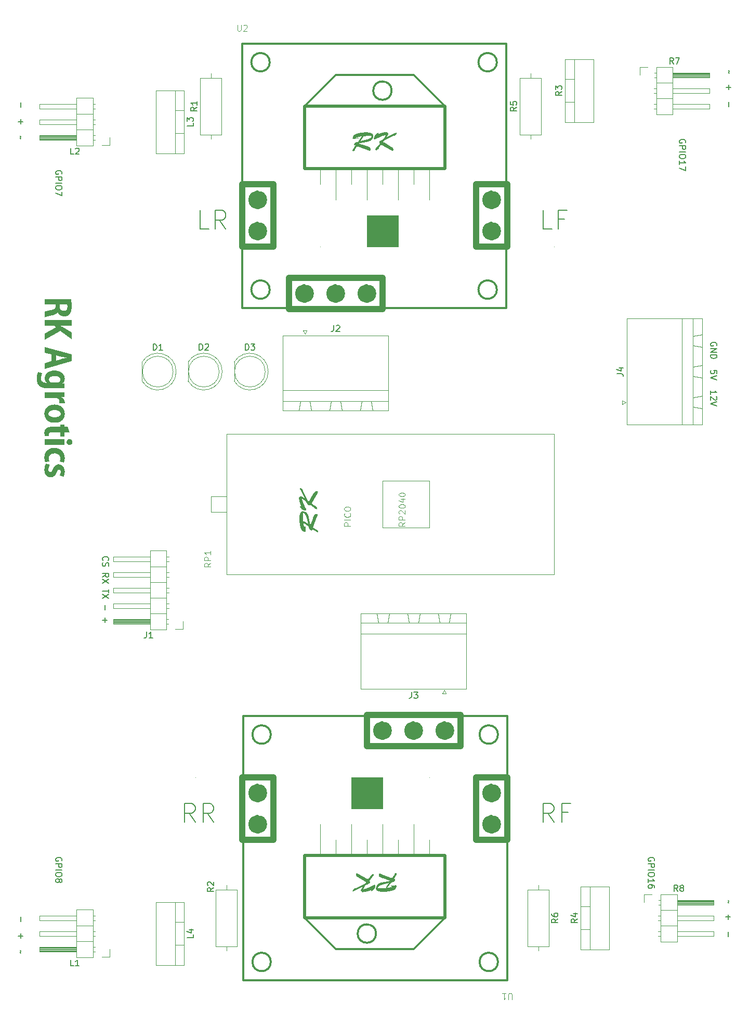
<source format=gbr>
%TF.GenerationSoftware,KiCad,Pcbnew,7.0.7*%
%TF.CreationDate,2024-10-12T22:05:23+05:30*%
%TF.ProjectId,MARS,4d415253-2e6b-4696-9361-645f70636258,rev?*%
%TF.SameCoordinates,Original*%
%TF.FileFunction,Legend,Top*%
%TF.FilePolarity,Positive*%
%FSLAX46Y46*%
G04 Gerber Fmt 4.6, Leading zero omitted, Abs format (unit mm)*
G04 Created by KiCad (PCBNEW 7.0.7) date 2024-10-12 22:05:23*
%MOMM*%
%LPD*%
G01*
G04 APERTURE LIST*
%ADD10C,0.150000*%
%ADD11C,0.800000*%
%ADD12C,0.100000*%
%ADD13C,0.120000*%
%ADD14C,0.300000*%
%ADD15C,1.000000*%
%ADD16C,0.500000*%
%ADD17C,1.550000*%
G04 APERTURE END LIST*
D10*
X165611133Y-27193922D02*
X165658752Y-27241541D01*
X165658752Y-27241541D02*
X165706371Y-27336779D01*
X165706371Y-27336779D02*
X165611133Y-27527255D01*
X165611133Y-27527255D02*
X165658752Y-27622493D01*
X165658752Y-27622493D02*
X165706371Y-27670112D01*
X165611133Y-29574875D02*
X165611133Y-30336780D01*
X165230180Y-29955827D02*
X165992085Y-29955827D01*
X165611133Y-32336780D02*
X165611133Y-33098685D01*
X80981541Y-52965057D02*
X79552969Y-52965057D01*
X79552969Y-52965057D02*
X79552969Y-49965057D01*
X83695826Y-52965057D02*
X82695826Y-51536485D01*
X81981540Y-52965057D02*
X81981540Y-49965057D01*
X81981540Y-49965057D02*
X83124397Y-49965057D01*
X83124397Y-49965057D02*
X83410112Y-50107914D01*
X83410112Y-50107914D02*
X83552969Y-50250771D01*
X83552969Y-50250771D02*
X83695826Y-50536485D01*
X83695826Y-50536485D02*
X83695826Y-50965057D01*
X83695826Y-50965057D02*
X83552969Y-51250771D01*
X83552969Y-51250771D02*
X83410112Y-51393628D01*
X83410112Y-51393628D02*
X83124397Y-51536485D01*
X83124397Y-51536485D02*
X81981540Y-51536485D01*
X153482561Y-155800588D02*
X153530180Y-155705350D01*
X153530180Y-155705350D02*
X153530180Y-155562493D01*
X153530180Y-155562493D02*
X153482561Y-155419636D01*
X153482561Y-155419636D02*
X153387323Y-155324398D01*
X153387323Y-155324398D02*
X153292085Y-155276779D01*
X153292085Y-155276779D02*
X153101609Y-155229160D01*
X153101609Y-155229160D02*
X152958752Y-155229160D01*
X152958752Y-155229160D02*
X152768276Y-155276779D01*
X152768276Y-155276779D02*
X152673038Y-155324398D01*
X152673038Y-155324398D02*
X152577800Y-155419636D01*
X152577800Y-155419636D02*
X152530180Y-155562493D01*
X152530180Y-155562493D02*
X152530180Y-155657731D01*
X152530180Y-155657731D02*
X152577800Y-155800588D01*
X152577800Y-155800588D02*
X152625419Y-155848207D01*
X152625419Y-155848207D02*
X152958752Y-155848207D01*
X152958752Y-155848207D02*
X152958752Y-155657731D01*
X152530180Y-156276779D02*
X153530180Y-156276779D01*
X153530180Y-156276779D02*
X153530180Y-156657731D01*
X153530180Y-156657731D02*
X153482561Y-156752969D01*
X153482561Y-156752969D02*
X153434942Y-156800588D01*
X153434942Y-156800588D02*
X153339704Y-156848207D01*
X153339704Y-156848207D02*
X153196847Y-156848207D01*
X153196847Y-156848207D02*
X153101609Y-156800588D01*
X153101609Y-156800588D02*
X153053990Y-156752969D01*
X153053990Y-156752969D02*
X153006371Y-156657731D01*
X153006371Y-156657731D02*
X153006371Y-156276779D01*
X152530180Y-157276779D02*
X153530180Y-157276779D01*
X153530180Y-157943445D02*
X153530180Y-158133921D01*
X153530180Y-158133921D02*
X153482561Y-158229159D01*
X153482561Y-158229159D02*
X153387323Y-158324397D01*
X153387323Y-158324397D02*
X153196847Y-158372016D01*
X153196847Y-158372016D02*
X152863514Y-158372016D01*
X152863514Y-158372016D02*
X152673038Y-158324397D01*
X152673038Y-158324397D02*
X152577800Y-158229159D01*
X152577800Y-158229159D02*
X152530180Y-158133921D01*
X152530180Y-158133921D02*
X152530180Y-157943445D01*
X152530180Y-157943445D02*
X152577800Y-157848207D01*
X152577800Y-157848207D02*
X152673038Y-157752969D01*
X152673038Y-157752969D02*
X152863514Y-157705350D01*
X152863514Y-157705350D02*
X153196847Y-157705350D01*
X153196847Y-157705350D02*
X153387323Y-157752969D01*
X153387323Y-157752969D02*
X153482561Y-157848207D01*
X153482561Y-157848207D02*
X153530180Y-157943445D01*
X152530180Y-159324397D02*
X152530180Y-158752969D01*
X152530180Y-159038683D02*
X153530180Y-159038683D01*
X153530180Y-159038683D02*
X153387323Y-158943445D01*
X153387323Y-158943445D02*
X153292085Y-158848207D01*
X153292085Y-158848207D02*
X153244466Y-158752969D01*
X153530180Y-160181540D02*
X153530180Y-159991064D01*
X153530180Y-159991064D02*
X153482561Y-159895826D01*
X153482561Y-159895826D02*
X153434942Y-159848207D01*
X153434942Y-159848207D02*
X153292085Y-159752969D01*
X153292085Y-159752969D02*
X153101609Y-159705350D01*
X153101609Y-159705350D02*
X152720657Y-159705350D01*
X152720657Y-159705350D02*
X152625419Y-159752969D01*
X152625419Y-159752969D02*
X152577800Y-159800588D01*
X152577800Y-159800588D02*
X152530180Y-159895826D01*
X152530180Y-159895826D02*
X152530180Y-160086302D01*
X152530180Y-160086302D02*
X152577800Y-160181540D01*
X152577800Y-160181540D02*
X152625419Y-160229159D01*
X152625419Y-160229159D02*
X152720657Y-160276778D01*
X152720657Y-160276778D02*
X152958752Y-160276778D01*
X152958752Y-160276778D02*
X153053990Y-160229159D01*
X153053990Y-160229159D02*
X153101609Y-160181540D01*
X153101609Y-160181540D02*
X153149228Y-160086302D01*
X153149228Y-160086302D02*
X153149228Y-159895826D01*
X153149228Y-159895826D02*
X153101609Y-159800588D01*
X153101609Y-159800588D02*
X153053990Y-159752969D01*
X153053990Y-159752969D02*
X152958752Y-159705350D01*
X50288866Y-170806077D02*
X50241247Y-170758458D01*
X50241247Y-170758458D02*
X50193628Y-170663220D01*
X50193628Y-170663220D02*
X50288866Y-170472744D01*
X50288866Y-170472744D02*
X50241247Y-170377506D01*
X50241247Y-170377506D02*
X50193628Y-170329887D01*
X50288866Y-168425124D02*
X50288866Y-167663220D01*
X50669819Y-168044172D02*
X49907914Y-168044172D01*
X50288866Y-165663219D02*
X50288866Y-164901315D01*
X165511133Y-162193922D02*
X165558752Y-162241541D01*
X165558752Y-162241541D02*
X165606371Y-162336779D01*
X165606371Y-162336779D02*
X165511133Y-162527255D01*
X165511133Y-162527255D02*
X165558752Y-162622493D01*
X165558752Y-162622493D02*
X165606371Y-162670112D01*
X165511133Y-164574875D02*
X165511133Y-165336780D01*
X165130180Y-164955827D02*
X165892085Y-164955827D01*
X165511133Y-167336780D02*
X165511133Y-168098685D01*
X56962561Y-155800588D02*
X57010180Y-155705350D01*
X57010180Y-155705350D02*
X57010180Y-155562493D01*
X57010180Y-155562493D02*
X56962561Y-155419636D01*
X56962561Y-155419636D02*
X56867323Y-155324398D01*
X56867323Y-155324398D02*
X56772085Y-155276779D01*
X56772085Y-155276779D02*
X56581609Y-155229160D01*
X56581609Y-155229160D02*
X56438752Y-155229160D01*
X56438752Y-155229160D02*
X56248276Y-155276779D01*
X56248276Y-155276779D02*
X56153038Y-155324398D01*
X56153038Y-155324398D02*
X56057800Y-155419636D01*
X56057800Y-155419636D02*
X56010180Y-155562493D01*
X56010180Y-155562493D02*
X56010180Y-155657731D01*
X56010180Y-155657731D02*
X56057800Y-155800588D01*
X56057800Y-155800588D02*
X56105419Y-155848207D01*
X56105419Y-155848207D02*
X56438752Y-155848207D01*
X56438752Y-155848207D02*
X56438752Y-155657731D01*
X56010180Y-156276779D02*
X57010180Y-156276779D01*
X57010180Y-156276779D02*
X57010180Y-156657731D01*
X57010180Y-156657731D02*
X56962561Y-156752969D01*
X56962561Y-156752969D02*
X56914942Y-156800588D01*
X56914942Y-156800588D02*
X56819704Y-156848207D01*
X56819704Y-156848207D02*
X56676847Y-156848207D01*
X56676847Y-156848207D02*
X56581609Y-156800588D01*
X56581609Y-156800588D02*
X56533990Y-156752969D01*
X56533990Y-156752969D02*
X56486371Y-156657731D01*
X56486371Y-156657731D02*
X56486371Y-156276779D01*
X56010180Y-157276779D02*
X57010180Y-157276779D01*
X57010180Y-157943445D02*
X57010180Y-158133921D01*
X57010180Y-158133921D02*
X56962561Y-158229159D01*
X56962561Y-158229159D02*
X56867323Y-158324397D01*
X56867323Y-158324397D02*
X56676847Y-158372016D01*
X56676847Y-158372016D02*
X56343514Y-158372016D01*
X56343514Y-158372016D02*
X56153038Y-158324397D01*
X56153038Y-158324397D02*
X56057800Y-158229159D01*
X56057800Y-158229159D02*
X56010180Y-158133921D01*
X56010180Y-158133921D02*
X56010180Y-157943445D01*
X56010180Y-157943445D02*
X56057800Y-157848207D01*
X56057800Y-157848207D02*
X56153038Y-157752969D01*
X56153038Y-157752969D02*
X56343514Y-157705350D01*
X56343514Y-157705350D02*
X56676847Y-157705350D01*
X56676847Y-157705350D02*
X56867323Y-157752969D01*
X56867323Y-157752969D02*
X56962561Y-157848207D01*
X56962561Y-157848207D02*
X57010180Y-157943445D01*
X56581609Y-158943445D02*
X56629228Y-158848207D01*
X56629228Y-158848207D02*
X56676847Y-158800588D01*
X56676847Y-158800588D02*
X56772085Y-158752969D01*
X56772085Y-158752969D02*
X56819704Y-158752969D01*
X56819704Y-158752969D02*
X56914942Y-158800588D01*
X56914942Y-158800588D02*
X56962561Y-158848207D01*
X56962561Y-158848207D02*
X57010180Y-158943445D01*
X57010180Y-158943445D02*
X57010180Y-159133921D01*
X57010180Y-159133921D02*
X56962561Y-159229159D01*
X56962561Y-159229159D02*
X56914942Y-159276778D01*
X56914942Y-159276778D02*
X56819704Y-159324397D01*
X56819704Y-159324397D02*
X56772085Y-159324397D01*
X56772085Y-159324397D02*
X56676847Y-159276778D01*
X56676847Y-159276778D02*
X56629228Y-159229159D01*
X56629228Y-159229159D02*
X56581609Y-159133921D01*
X56581609Y-159133921D02*
X56581609Y-158943445D01*
X56581609Y-158943445D02*
X56533990Y-158848207D01*
X56533990Y-158848207D02*
X56486371Y-158800588D01*
X56486371Y-158800588D02*
X56391133Y-158752969D01*
X56391133Y-158752969D02*
X56200657Y-158752969D01*
X56200657Y-158752969D02*
X56105419Y-158800588D01*
X56105419Y-158800588D02*
X56057800Y-158848207D01*
X56057800Y-158848207D02*
X56010180Y-158943445D01*
X56010180Y-158943445D02*
X56010180Y-159133921D01*
X56010180Y-159133921D02*
X56057800Y-159229159D01*
X56057800Y-159229159D02*
X56105419Y-159276778D01*
X56105419Y-159276778D02*
X56200657Y-159324397D01*
X56200657Y-159324397D02*
X56391133Y-159324397D01*
X56391133Y-159324397D02*
X56486371Y-159276778D01*
X56486371Y-159276778D02*
X56533990Y-159229159D01*
X56533990Y-159229159D02*
X56581609Y-159133921D01*
X63725419Y-106908207D02*
X63677800Y-106860588D01*
X63677800Y-106860588D02*
X63630180Y-106717731D01*
X63630180Y-106717731D02*
X63630180Y-106622493D01*
X63630180Y-106622493D02*
X63677800Y-106479636D01*
X63677800Y-106479636D02*
X63773038Y-106384398D01*
X63773038Y-106384398D02*
X63868276Y-106336779D01*
X63868276Y-106336779D02*
X64058752Y-106289160D01*
X64058752Y-106289160D02*
X64201609Y-106289160D01*
X64201609Y-106289160D02*
X64392085Y-106336779D01*
X64392085Y-106336779D02*
X64487323Y-106384398D01*
X64487323Y-106384398D02*
X64582561Y-106479636D01*
X64582561Y-106479636D02*
X64630180Y-106622493D01*
X64630180Y-106622493D02*
X64630180Y-106717731D01*
X64630180Y-106717731D02*
X64582561Y-106860588D01*
X64582561Y-106860588D02*
X64534942Y-106908207D01*
X63677800Y-107289160D02*
X63630180Y-107432017D01*
X63630180Y-107432017D02*
X63630180Y-107670112D01*
X63630180Y-107670112D02*
X63677800Y-107765350D01*
X63677800Y-107765350D02*
X63725419Y-107812969D01*
X63725419Y-107812969D02*
X63820657Y-107860588D01*
X63820657Y-107860588D02*
X63915895Y-107860588D01*
X63915895Y-107860588D02*
X64011133Y-107812969D01*
X64011133Y-107812969D02*
X64058752Y-107765350D01*
X64058752Y-107765350D02*
X64106371Y-107670112D01*
X64106371Y-107670112D02*
X64153990Y-107479636D01*
X64153990Y-107479636D02*
X64201609Y-107384398D01*
X64201609Y-107384398D02*
X64249228Y-107336779D01*
X64249228Y-107336779D02*
X64344466Y-107289160D01*
X64344466Y-107289160D02*
X64439704Y-107289160D01*
X64439704Y-107289160D02*
X64534942Y-107336779D01*
X64534942Y-107336779D02*
X64582561Y-107384398D01*
X64582561Y-107384398D02*
X64630180Y-107479636D01*
X64630180Y-107479636D02*
X64630180Y-107717731D01*
X64630180Y-107717731D02*
X64582561Y-107860588D01*
X63630180Y-109622493D02*
X64106371Y-109289160D01*
X63630180Y-109051065D02*
X64630180Y-109051065D01*
X64630180Y-109051065D02*
X64630180Y-109432017D01*
X64630180Y-109432017D02*
X64582561Y-109527255D01*
X64582561Y-109527255D02*
X64534942Y-109574874D01*
X64534942Y-109574874D02*
X64439704Y-109622493D01*
X64439704Y-109622493D02*
X64296847Y-109622493D01*
X64296847Y-109622493D02*
X64201609Y-109574874D01*
X64201609Y-109574874D02*
X64153990Y-109527255D01*
X64153990Y-109527255D02*
X64106371Y-109432017D01*
X64106371Y-109432017D02*
X64106371Y-109051065D01*
X64630180Y-109955827D02*
X63630180Y-110622493D01*
X64630180Y-110622493D02*
X63630180Y-109955827D01*
X64630180Y-111622494D02*
X64630180Y-112193922D01*
X63630180Y-111908208D02*
X64630180Y-111908208D01*
X64630180Y-112432018D02*
X63630180Y-113098684D01*
X64630180Y-113098684D02*
X63630180Y-112432018D01*
X64011133Y-114241542D02*
X64011133Y-115003447D01*
X64011133Y-116241542D02*
X64011133Y-117003447D01*
X63630180Y-116622494D02*
X64392085Y-116622494D01*
X78727255Y-149485057D02*
X77727255Y-148056485D01*
X77012969Y-149485057D02*
X77012969Y-146485057D01*
X77012969Y-146485057D02*
X78155826Y-146485057D01*
X78155826Y-146485057D02*
X78441541Y-146627914D01*
X78441541Y-146627914D02*
X78584398Y-146770771D01*
X78584398Y-146770771D02*
X78727255Y-147056485D01*
X78727255Y-147056485D02*
X78727255Y-147485057D01*
X78727255Y-147485057D02*
X78584398Y-147770771D01*
X78584398Y-147770771D02*
X78441541Y-147913628D01*
X78441541Y-147913628D02*
X78155826Y-148056485D01*
X78155826Y-148056485D02*
X77012969Y-148056485D01*
X81727255Y-149485057D02*
X80727255Y-148056485D01*
X80012969Y-149485057D02*
X80012969Y-146485057D01*
X80012969Y-146485057D02*
X81155826Y-146485057D01*
X81155826Y-146485057D02*
X81441541Y-146627914D01*
X81441541Y-146627914D02*
X81584398Y-146770771D01*
X81584398Y-146770771D02*
X81727255Y-147056485D01*
X81727255Y-147056485D02*
X81727255Y-147485057D01*
X81727255Y-147485057D02*
X81584398Y-147770771D01*
X81584398Y-147770771D02*
X81441541Y-147913628D01*
X81441541Y-147913628D02*
X81155826Y-148056485D01*
X81155826Y-148056485D02*
X80012969Y-148056485D01*
X136861541Y-52965057D02*
X135432969Y-52965057D01*
X135432969Y-52965057D02*
X135432969Y-49965057D01*
X138861540Y-51393628D02*
X137861540Y-51393628D01*
X137861540Y-52965057D02*
X137861540Y-49965057D01*
X137861540Y-49965057D02*
X139290112Y-49965057D01*
X137147255Y-149485057D02*
X136147255Y-148056485D01*
X135432969Y-149485057D02*
X135432969Y-146485057D01*
X135432969Y-146485057D02*
X136575826Y-146485057D01*
X136575826Y-146485057D02*
X136861541Y-146627914D01*
X136861541Y-146627914D02*
X137004398Y-146770771D01*
X137004398Y-146770771D02*
X137147255Y-147056485D01*
X137147255Y-147056485D02*
X137147255Y-147485057D01*
X137147255Y-147485057D02*
X137004398Y-147770771D01*
X137004398Y-147770771D02*
X136861541Y-147913628D01*
X136861541Y-147913628D02*
X136575826Y-148056485D01*
X136575826Y-148056485D02*
X135432969Y-148056485D01*
X139432969Y-147913628D02*
X138432969Y-147913628D01*
X138432969Y-149485057D02*
X138432969Y-146485057D01*
X138432969Y-146485057D02*
X139861541Y-146485057D01*
X56962561Y-44040588D02*
X57010180Y-43945350D01*
X57010180Y-43945350D02*
X57010180Y-43802493D01*
X57010180Y-43802493D02*
X56962561Y-43659636D01*
X56962561Y-43659636D02*
X56867323Y-43564398D01*
X56867323Y-43564398D02*
X56772085Y-43516779D01*
X56772085Y-43516779D02*
X56581609Y-43469160D01*
X56581609Y-43469160D02*
X56438752Y-43469160D01*
X56438752Y-43469160D02*
X56248276Y-43516779D01*
X56248276Y-43516779D02*
X56153038Y-43564398D01*
X56153038Y-43564398D02*
X56057800Y-43659636D01*
X56057800Y-43659636D02*
X56010180Y-43802493D01*
X56010180Y-43802493D02*
X56010180Y-43897731D01*
X56010180Y-43897731D02*
X56057800Y-44040588D01*
X56057800Y-44040588D02*
X56105419Y-44088207D01*
X56105419Y-44088207D02*
X56438752Y-44088207D01*
X56438752Y-44088207D02*
X56438752Y-43897731D01*
X56010180Y-44516779D02*
X57010180Y-44516779D01*
X57010180Y-44516779D02*
X57010180Y-44897731D01*
X57010180Y-44897731D02*
X56962561Y-44992969D01*
X56962561Y-44992969D02*
X56914942Y-45040588D01*
X56914942Y-45040588D02*
X56819704Y-45088207D01*
X56819704Y-45088207D02*
X56676847Y-45088207D01*
X56676847Y-45088207D02*
X56581609Y-45040588D01*
X56581609Y-45040588D02*
X56533990Y-44992969D01*
X56533990Y-44992969D02*
X56486371Y-44897731D01*
X56486371Y-44897731D02*
X56486371Y-44516779D01*
X56010180Y-45516779D02*
X57010180Y-45516779D01*
X57010180Y-46183445D02*
X57010180Y-46373921D01*
X57010180Y-46373921D02*
X56962561Y-46469159D01*
X56962561Y-46469159D02*
X56867323Y-46564397D01*
X56867323Y-46564397D02*
X56676847Y-46612016D01*
X56676847Y-46612016D02*
X56343514Y-46612016D01*
X56343514Y-46612016D02*
X56153038Y-46564397D01*
X56153038Y-46564397D02*
X56057800Y-46469159D01*
X56057800Y-46469159D02*
X56010180Y-46373921D01*
X56010180Y-46373921D02*
X56010180Y-46183445D01*
X56010180Y-46183445D02*
X56057800Y-46088207D01*
X56057800Y-46088207D02*
X56153038Y-45992969D01*
X56153038Y-45992969D02*
X56343514Y-45945350D01*
X56343514Y-45945350D02*
X56676847Y-45945350D01*
X56676847Y-45945350D02*
X56867323Y-45992969D01*
X56867323Y-45992969D02*
X56962561Y-46088207D01*
X56962561Y-46088207D02*
X57010180Y-46183445D01*
X57010180Y-46945350D02*
X57010180Y-47612016D01*
X57010180Y-47612016D02*
X56010180Y-47183445D01*
X163642561Y-71980588D02*
X163690180Y-71885350D01*
X163690180Y-71885350D02*
X163690180Y-71742493D01*
X163690180Y-71742493D02*
X163642561Y-71599636D01*
X163642561Y-71599636D02*
X163547323Y-71504398D01*
X163547323Y-71504398D02*
X163452085Y-71456779D01*
X163452085Y-71456779D02*
X163261609Y-71409160D01*
X163261609Y-71409160D02*
X163118752Y-71409160D01*
X163118752Y-71409160D02*
X162928276Y-71456779D01*
X162928276Y-71456779D02*
X162833038Y-71504398D01*
X162833038Y-71504398D02*
X162737800Y-71599636D01*
X162737800Y-71599636D02*
X162690180Y-71742493D01*
X162690180Y-71742493D02*
X162690180Y-71837731D01*
X162690180Y-71837731D02*
X162737800Y-71980588D01*
X162737800Y-71980588D02*
X162785419Y-72028207D01*
X162785419Y-72028207D02*
X163118752Y-72028207D01*
X163118752Y-72028207D02*
X163118752Y-71837731D01*
X162690180Y-72456779D02*
X163690180Y-72456779D01*
X163690180Y-72456779D02*
X162690180Y-73028207D01*
X162690180Y-73028207D02*
X163690180Y-73028207D01*
X162690180Y-73504398D02*
X163690180Y-73504398D01*
X163690180Y-73504398D02*
X163690180Y-73742493D01*
X163690180Y-73742493D02*
X163642561Y-73885350D01*
X163642561Y-73885350D02*
X163547323Y-73980588D01*
X163547323Y-73980588D02*
X163452085Y-74028207D01*
X163452085Y-74028207D02*
X163261609Y-74075826D01*
X163261609Y-74075826D02*
X163118752Y-74075826D01*
X163118752Y-74075826D02*
X162928276Y-74028207D01*
X162928276Y-74028207D02*
X162833038Y-73980588D01*
X162833038Y-73980588D02*
X162737800Y-73885350D01*
X162737800Y-73885350D02*
X162690180Y-73742493D01*
X162690180Y-73742493D02*
X162690180Y-73504398D01*
X163690180Y-76504398D02*
X163690180Y-76028208D01*
X163690180Y-76028208D02*
X163213990Y-75980589D01*
X163213990Y-75980589D02*
X163261609Y-76028208D01*
X163261609Y-76028208D02*
X163309228Y-76123446D01*
X163309228Y-76123446D02*
X163309228Y-76361541D01*
X163309228Y-76361541D02*
X163261609Y-76456779D01*
X163261609Y-76456779D02*
X163213990Y-76504398D01*
X163213990Y-76504398D02*
X163118752Y-76552017D01*
X163118752Y-76552017D02*
X162880657Y-76552017D01*
X162880657Y-76552017D02*
X162785419Y-76504398D01*
X162785419Y-76504398D02*
X162737800Y-76456779D01*
X162737800Y-76456779D02*
X162690180Y-76361541D01*
X162690180Y-76361541D02*
X162690180Y-76123446D01*
X162690180Y-76123446D02*
X162737800Y-76028208D01*
X162737800Y-76028208D02*
X162785419Y-75980589D01*
X163690180Y-76837732D02*
X162690180Y-77171065D01*
X162690180Y-77171065D02*
X163690180Y-77504398D01*
X162690180Y-79885351D02*
X162690180Y-79313923D01*
X162690180Y-79599637D02*
X163690180Y-79599637D01*
X163690180Y-79599637D02*
X163547323Y-79504399D01*
X163547323Y-79504399D02*
X163452085Y-79409161D01*
X163452085Y-79409161D02*
X163404466Y-79313923D01*
X163594942Y-80266304D02*
X163642561Y-80313923D01*
X163642561Y-80313923D02*
X163690180Y-80409161D01*
X163690180Y-80409161D02*
X163690180Y-80647256D01*
X163690180Y-80647256D02*
X163642561Y-80742494D01*
X163642561Y-80742494D02*
X163594942Y-80790113D01*
X163594942Y-80790113D02*
X163499704Y-80837732D01*
X163499704Y-80837732D02*
X163404466Y-80837732D01*
X163404466Y-80837732D02*
X163261609Y-80790113D01*
X163261609Y-80790113D02*
X162690180Y-80218685D01*
X162690180Y-80218685D02*
X162690180Y-80837732D01*
X163690180Y-81123447D02*
X162690180Y-81456780D01*
X162690180Y-81456780D02*
X163690180Y-81790113D01*
X50288866Y-38306077D02*
X50241247Y-38258458D01*
X50241247Y-38258458D02*
X50193628Y-38163220D01*
X50193628Y-38163220D02*
X50288866Y-37972744D01*
X50288866Y-37972744D02*
X50241247Y-37877506D01*
X50241247Y-37877506D02*
X50193628Y-37829887D01*
X50288866Y-35925124D02*
X50288866Y-35163220D01*
X50669819Y-35544172D02*
X49907914Y-35544172D01*
X50288866Y-33163219D02*
X50288866Y-32401315D01*
X158562561Y-38960588D02*
X158610180Y-38865350D01*
X158610180Y-38865350D02*
X158610180Y-38722493D01*
X158610180Y-38722493D02*
X158562561Y-38579636D01*
X158562561Y-38579636D02*
X158467323Y-38484398D01*
X158467323Y-38484398D02*
X158372085Y-38436779D01*
X158372085Y-38436779D02*
X158181609Y-38389160D01*
X158181609Y-38389160D02*
X158038752Y-38389160D01*
X158038752Y-38389160D02*
X157848276Y-38436779D01*
X157848276Y-38436779D02*
X157753038Y-38484398D01*
X157753038Y-38484398D02*
X157657800Y-38579636D01*
X157657800Y-38579636D02*
X157610180Y-38722493D01*
X157610180Y-38722493D02*
X157610180Y-38817731D01*
X157610180Y-38817731D02*
X157657800Y-38960588D01*
X157657800Y-38960588D02*
X157705419Y-39008207D01*
X157705419Y-39008207D02*
X158038752Y-39008207D01*
X158038752Y-39008207D02*
X158038752Y-38817731D01*
X157610180Y-39436779D02*
X158610180Y-39436779D01*
X158610180Y-39436779D02*
X158610180Y-39817731D01*
X158610180Y-39817731D02*
X158562561Y-39912969D01*
X158562561Y-39912969D02*
X158514942Y-39960588D01*
X158514942Y-39960588D02*
X158419704Y-40008207D01*
X158419704Y-40008207D02*
X158276847Y-40008207D01*
X158276847Y-40008207D02*
X158181609Y-39960588D01*
X158181609Y-39960588D02*
X158133990Y-39912969D01*
X158133990Y-39912969D02*
X158086371Y-39817731D01*
X158086371Y-39817731D02*
X158086371Y-39436779D01*
X157610180Y-40436779D02*
X158610180Y-40436779D01*
X158610180Y-41103445D02*
X158610180Y-41293921D01*
X158610180Y-41293921D02*
X158562561Y-41389159D01*
X158562561Y-41389159D02*
X158467323Y-41484397D01*
X158467323Y-41484397D02*
X158276847Y-41532016D01*
X158276847Y-41532016D02*
X157943514Y-41532016D01*
X157943514Y-41532016D02*
X157753038Y-41484397D01*
X157753038Y-41484397D02*
X157657800Y-41389159D01*
X157657800Y-41389159D02*
X157610180Y-41293921D01*
X157610180Y-41293921D02*
X157610180Y-41103445D01*
X157610180Y-41103445D02*
X157657800Y-41008207D01*
X157657800Y-41008207D02*
X157753038Y-40912969D01*
X157753038Y-40912969D02*
X157943514Y-40865350D01*
X157943514Y-40865350D02*
X158276847Y-40865350D01*
X158276847Y-40865350D02*
X158467323Y-40912969D01*
X158467323Y-40912969D02*
X158562561Y-41008207D01*
X158562561Y-41008207D02*
X158610180Y-41103445D01*
X157610180Y-42484397D02*
X157610180Y-41912969D01*
X157610180Y-42198683D02*
X158610180Y-42198683D01*
X158610180Y-42198683D02*
X158467323Y-42103445D01*
X158467323Y-42103445D02*
X158372085Y-42008207D01*
X158372085Y-42008207D02*
X158324466Y-41912969D01*
X158610180Y-42817731D02*
X158610180Y-43484397D01*
X158610180Y-43484397D02*
X157610180Y-43055826D01*
D11*
G36*
X58507150Y-64418935D02*
G01*
X58517045Y-64479828D01*
X58526540Y-64542706D01*
X58535599Y-64607458D01*
X58544184Y-64673971D01*
X58552258Y-64742135D01*
X58559785Y-64811837D01*
X58566725Y-64882965D01*
X58573044Y-64955409D01*
X58578702Y-65029057D01*
X58583664Y-65103796D01*
X58587891Y-65179516D01*
X58591347Y-65256104D01*
X58593994Y-65333450D01*
X58595796Y-65411441D01*
X58596368Y-65450643D01*
X58596715Y-65489965D01*
X58596831Y-65529393D01*
X58596597Y-65582068D01*
X58595767Y-65637854D01*
X58594152Y-65696435D01*
X58591565Y-65757498D01*
X58587815Y-65820731D01*
X58582715Y-65885819D01*
X58576074Y-65952448D01*
X58567705Y-66020306D01*
X58557419Y-66089078D01*
X58545025Y-66158451D01*
X58530336Y-66228111D01*
X58513163Y-66297745D01*
X58493316Y-66367039D01*
X58470607Y-66435679D01*
X58444847Y-66503352D01*
X58415847Y-66569745D01*
X58383418Y-66634544D01*
X58347372Y-66697434D01*
X58307518Y-66758104D01*
X58263669Y-66816238D01*
X58215635Y-66871523D01*
X58163228Y-66923647D01*
X58106258Y-66972294D01*
X58044537Y-67017152D01*
X57977876Y-67057907D01*
X57906086Y-67094246D01*
X57828978Y-67125854D01*
X57746362Y-67152419D01*
X57658051Y-67173626D01*
X57563856Y-67189163D01*
X57463586Y-67198714D01*
X57357055Y-67201968D01*
X57308074Y-67200955D01*
X57259882Y-67197954D01*
X57212500Y-67193019D01*
X57165950Y-67186205D01*
X57120252Y-67177567D01*
X57075429Y-67167160D01*
X57031502Y-67155039D01*
X56988492Y-67141258D01*
X56946421Y-67125874D01*
X56905310Y-67108940D01*
X56865181Y-67090511D01*
X56826055Y-67070643D01*
X56787954Y-67049391D01*
X56750899Y-67026809D01*
X56714912Y-67002952D01*
X56680013Y-66977875D01*
X56646226Y-66951633D01*
X56613570Y-66924282D01*
X56582068Y-66895875D01*
X56551740Y-66866468D01*
X56522609Y-66836116D01*
X56494696Y-66804873D01*
X56468022Y-66772795D01*
X56442609Y-66739937D01*
X56418479Y-66706353D01*
X56395652Y-66672098D01*
X56374150Y-66637228D01*
X56353995Y-66601796D01*
X56335208Y-66565859D01*
X56317811Y-66529471D01*
X56301825Y-66492687D01*
X56295595Y-66476796D01*
X56293051Y-66483318D01*
X56268000Y-66536687D01*
X56238497Y-66587257D01*
X56204626Y-66635101D01*
X56166470Y-66680293D01*
X56124115Y-66722905D01*
X56077644Y-66763010D01*
X56027143Y-66800682D01*
X55972696Y-66835994D01*
X55914387Y-66869018D01*
X55852300Y-66899827D01*
X55786521Y-66928494D01*
X55717132Y-66955093D01*
X55644220Y-66979696D01*
X55606469Y-66991272D01*
X55567868Y-67002377D01*
X55528429Y-67013019D01*
X55488161Y-67023207D01*
X55447076Y-67032952D01*
X55399180Y-67044458D01*
X55351335Y-67055897D01*
X55303598Y-67067270D01*
X55256024Y-67078578D01*
X55208671Y-67089822D01*
X55161595Y-67101003D01*
X55114852Y-67112124D01*
X55068499Y-67123184D01*
X55022593Y-67134186D01*
X54977190Y-67145131D01*
X54932346Y-67156019D01*
X54888118Y-67166852D01*
X54844563Y-67177632D01*
X54801737Y-67188359D01*
X54759697Y-67199035D01*
X54718499Y-67209662D01*
X54678200Y-67220239D01*
X54638856Y-67230769D01*
X54563260Y-67251692D01*
X54492163Y-67272441D01*
X54426018Y-67293025D01*
X54365277Y-67313454D01*
X54310392Y-67333739D01*
X54261816Y-67353889D01*
X54220000Y-67373915D01*
X54220000Y-66450677D01*
X54234067Y-66443889D01*
X54284474Y-66422362D01*
X54324737Y-66407115D01*
X54370163Y-66391219D01*
X54420609Y-66374734D01*
X54475934Y-66357718D01*
X54535995Y-66340229D01*
X54600652Y-66322327D01*
X54669762Y-66304070D01*
X54743185Y-66285517D01*
X54781469Y-66276148D01*
X54820778Y-66266726D01*
X54861093Y-66257260D01*
X54902399Y-66247757D01*
X54944676Y-66238223D01*
X54987907Y-66228667D01*
X55032074Y-66219095D01*
X55077160Y-66209516D01*
X55123147Y-66199935D01*
X55170017Y-66190361D01*
X55217753Y-66180802D01*
X55266336Y-66171263D01*
X55316320Y-66160856D01*
X55364085Y-66150132D01*
X55409671Y-66139059D01*
X55453121Y-66127605D01*
X55494475Y-66115738D01*
X55533776Y-66103428D01*
X55606383Y-66077352D01*
X55671273Y-66049123D01*
X55728779Y-66018489D01*
X55779232Y-65985200D01*
X55822965Y-65949002D01*
X55860310Y-65909645D01*
X55891598Y-65866875D01*
X55917161Y-65820443D01*
X55937332Y-65770094D01*
X55952443Y-65715578D01*
X55962825Y-65656643D01*
X55968811Y-65593037D01*
X55970732Y-65524508D01*
X55970732Y-65275380D01*
X56648750Y-65275380D01*
X56648750Y-65586057D01*
X56649482Y-65628364D01*
X56651664Y-65669546D01*
X56655275Y-65709589D01*
X56660293Y-65748479D01*
X56674465Y-65822740D01*
X56694012Y-65892216D01*
X56718761Y-65956791D01*
X56748545Y-66016352D01*
X56783191Y-66070784D01*
X56822529Y-66119972D01*
X56866390Y-66163802D01*
X56914603Y-66202160D01*
X56966998Y-66234930D01*
X57023404Y-66261999D01*
X57083651Y-66283252D01*
X57147569Y-66298575D01*
X57214987Y-66307852D01*
X57285736Y-66310970D01*
X57333058Y-66309848D01*
X57377978Y-66306541D01*
X57420554Y-66301137D01*
X57460846Y-66293722D01*
X57534813Y-66273212D01*
X57600351Y-66245711D01*
X57657932Y-66211919D01*
X57708028Y-66172536D01*
X57751111Y-66128261D01*
X57787655Y-66079794D01*
X57818130Y-66027835D01*
X57843010Y-65973085D01*
X57862767Y-65916242D01*
X57877872Y-65858006D01*
X57888798Y-65799078D01*
X57896018Y-65740157D01*
X57900004Y-65681943D01*
X57901228Y-65625136D01*
X57900951Y-65575069D01*
X57900146Y-65528255D01*
X57898851Y-65484806D01*
X57897106Y-65444833D01*
X57894145Y-65397135D01*
X57890542Y-65356078D01*
X57885277Y-65314495D01*
X57876803Y-65275380D01*
X56648750Y-65275380D01*
X55970732Y-65275380D01*
X54220000Y-65275380D01*
X54220000Y-64389267D01*
X58502065Y-64389267D01*
X58507150Y-64418935D01*
G37*
G36*
X56717138Y-69618018D02*
G01*
X58596831Y-70940837D01*
X58596831Y-69876916D01*
X57121605Y-68942931D01*
X57075973Y-68917540D01*
X57030328Y-68891993D01*
X56984710Y-68866391D01*
X56939155Y-68840835D01*
X56893704Y-68815428D01*
X56848394Y-68790271D01*
X56803265Y-68765464D01*
X56758354Y-68741110D01*
X56713702Y-68717310D01*
X56669345Y-68694165D01*
X56639958Y-68679149D01*
X56629211Y-68695757D01*
X58596831Y-68710412D01*
X58596831Y-67824299D01*
X54220000Y-67824299D01*
X54220000Y-68710412D01*
X55715743Y-68710412D01*
X56099692Y-68993733D01*
X54220000Y-69976567D01*
X54220000Y-70994571D01*
X56717138Y-69618018D01*
G37*
G36*
X58596831Y-73433091D02*
G01*
X58596831Y-74521437D01*
X54220000Y-75743629D01*
X54220000Y-74810621D01*
X55345471Y-74502875D01*
X55345471Y-73529812D01*
X56035212Y-73529812D01*
X56035212Y-74369030D01*
X56985806Y-74120879D01*
X57037786Y-74108191D01*
X57091339Y-74095438D01*
X57146207Y-74082671D01*
X57202128Y-74069939D01*
X57258846Y-74057294D01*
X57316100Y-74044784D01*
X57373632Y-74032461D01*
X57431182Y-74020373D01*
X57488492Y-74008572D01*
X57545303Y-73997107D01*
X57601355Y-73986029D01*
X57656390Y-73975387D01*
X57710147Y-73965231D01*
X57762370Y-73955613D01*
X57812405Y-73946651D01*
X57811865Y-73946561D01*
X57760492Y-73937659D01*
X57707348Y-73928150D01*
X57652726Y-73918097D01*
X57596919Y-73907563D01*
X57540220Y-73896611D01*
X57482922Y-73885304D01*
X57425321Y-73873705D01*
X57367707Y-73861878D01*
X57310376Y-73849884D01*
X57253619Y-73837787D01*
X57197732Y-73825651D01*
X57143007Y-73813537D01*
X57089737Y-73801509D01*
X57038215Y-73789630D01*
X56988736Y-73777962D01*
X56035212Y-73529812D01*
X55345471Y-73529812D01*
X55345471Y-73396943D01*
X54220000Y-73099944D01*
X54220000Y-72194292D01*
X58596831Y-73433091D01*
G37*
G36*
X55881173Y-76019950D02*
G01*
X55976637Y-76025263D01*
X56069509Y-76033998D01*
X56159753Y-76046059D01*
X56247333Y-76061346D01*
X56332211Y-76079763D01*
X56414351Y-76101211D01*
X56493717Y-76125594D01*
X56570273Y-76152813D01*
X56643981Y-76182771D01*
X56714806Y-76215370D01*
X56782710Y-76250513D01*
X56847658Y-76288101D01*
X56909612Y-76328037D01*
X56968537Y-76370224D01*
X57024396Y-76414564D01*
X57077152Y-76460958D01*
X57126769Y-76509310D01*
X57173210Y-76559522D01*
X57216439Y-76611496D01*
X57256420Y-76665134D01*
X57293115Y-76720339D01*
X57326489Y-76777013D01*
X57356505Y-76835058D01*
X57383126Y-76894377D01*
X57406316Y-76954872D01*
X57426039Y-77016446D01*
X57442257Y-77079000D01*
X57454935Y-77142437D01*
X57464036Y-77206659D01*
X57469523Y-77271569D01*
X57471360Y-77337069D01*
X57469050Y-77410937D01*
X57462266Y-77481596D01*
X57451229Y-77549044D01*
X57436159Y-77613277D01*
X57417276Y-77674294D01*
X57394802Y-77732090D01*
X57368955Y-77786663D01*
X57339958Y-77838011D01*
X57308029Y-77886130D01*
X57273390Y-77931018D01*
X57236261Y-77972671D01*
X57196862Y-78011088D01*
X57155414Y-78046264D01*
X57112136Y-78078197D01*
X57067250Y-78106885D01*
X57038751Y-78122551D01*
X57408834Y-78137209D01*
X57408834Y-78921717D01*
X57359696Y-78918318D01*
X57309963Y-78915086D01*
X57259433Y-78912029D01*
X57207899Y-78909153D01*
X57155157Y-78906467D01*
X57101002Y-78903977D01*
X57045231Y-78901689D01*
X56987637Y-78899613D01*
X56928018Y-78897753D01*
X56866167Y-78896119D01*
X56801880Y-78894716D01*
X56734953Y-78893552D01*
X56665181Y-78892635D01*
X56592359Y-78891971D01*
X56516283Y-78891567D01*
X56476960Y-78891465D01*
X56436748Y-78891431D01*
X54653775Y-78891431D01*
X54595643Y-78891218D01*
X54534659Y-78890405D01*
X54471132Y-78888731D01*
X54405368Y-78885931D01*
X54337677Y-78881745D01*
X54268367Y-78875910D01*
X54197744Y-78868164D01*
X54126119Y-78858244D01*
X54053797Y-78845888D01*
X53981088Y-78830835D01*
X53908300Y-78812821D01*
X53835741Y-78791585D01*
X53763718Y-78766864D01*
X53692539Y-78738396D01*
X53622514Y-78705918D01*
X53553949Y-78669170D01*
X53487153Y-78627887D01*
X53422435Y-78581808D01*
X53360101Y-78530671D01*
X53300460Y-78474214D01*
X53243820Y-78412174D01*
X53190489Y-78344289D01*
X53140775Y-78270296D01*
X53094986Y-78189935D01*
X53053431Y-78102941D01*
X53016417Y-78009053D01*
X52984252Y-77908009D01*
X52957245Y-77799547D01*
X52935703Y-77683403D01*
X52919934Y-77559317D01*
X52910247Y-77427026D01*
X52906950Y-77286267D01*
X52907821Y-77217410D01*
X52910440Y-77148351D01*
X52914813Y-77079279D01*
X52920948Y-77010379D01*
X52928852Y-76941840D01*
X52938532Y-76873849D01*
X52949995Y-76806594D01*
X52963248Y-76740262D01*
X52978299Y-76675040D01*
X52995154Y-76611116D01*
X53013821Y-76548678D01*
X53034307Y-76487913D01*
X53056620Y-76429008D01*
X53080765Y-76372151D01*
X53106751Y-76317530D01*
X53134584Y-76265331D01*
X53822372Y-76443140D01*
X53801187Y-76484751D01*
X53780570Y-76527862D01*
X53760632Y-76572438D01*
X53741482Y-76618446D01*
X53723231Y-76665850D01*
X53705989Y-76714616D01*
X53689865Y-76764711D01*
X53674972Y-76816099D01*
X53661417Y-76868747D01*
X53649313Y-76922619D01*
X53638768Y-76977683D01*
X53629894Y-77033903D01*
X53622799Y-77091244D01*
X53617596Y-77149674D01*
X53614392Y-77209156D01*
X53613300Y-77269658D01*
X53613996Y-77311755D01*
X53616094Y-77352851D01*
X53619613Y-77392924D01*
X53630982Y-77469913D01*
X53648243Y-77542547D01*
X53671536Y-77610649D01*
X53701001Y-77674043D01*
X53736779Y-77732554D01*
X53779009Y-77786005D01*
X53827833Y-77834220D01*
X53883391Y-77877024D01*
X53945821Y-77914240D01*
X54015266Y-77945692D01*
X54052663Y-77959201D01*
X54091865Y-77971204D01*
X54132891Y-77981678D01*
X54175758Y-77990600D01*
X54220484Y-77997950D01*
X54267086Y-78003705D01*
X54315582Y-78007843D01*
X54365989Y-78010341D01*
X54418325Y-78011179D01*
X54607838Y-78028867D01*
X54583376Y-78013431D01*
X54539673Y-77981074D01*
X54498337Y-77945510D01*
X54459464Y-77906872D01*
X54423150Y-77865298D01*
X54389491Y-77820924D01*
X54358582Y-77773884D01*
X54330519Y-77724316D01*
X54305399Y-77672355D01*
X54283318Y-77618137D01*
X54264370Y-77561798D01*
X54249092Y-77505108D01*
X54909741Y-77505108D01*
X54910085Y-77522775D01*
X54915655Y-77579406D01*
X54923671Y-77619386D01*
X54935616Y-77660401D01*
X54951905Y-77701811D01*
X54972956Y-77742976D01*
X54999185Y-77783257D01*
X55031008Y-77822013D01*
X55068841Y-77858606D01*
X55113102Y-77892395D01*
X55164206Y-77922741D01*
X55222571Y-77949004D01*
X55288611Y-77970545D01*
X55362745Y-77986723D01*
X55402977Y-77992601D01*
X55445388Y-77996898D01*
X55490031Y-77999536D01*
X55536957Y-78000433D01*
X56152449Y-78000433D01*
X56223662Y-77997866D01*
X56290717Y-77990340D01*
X56353553Y-77978118D01*
X56412110Y-77961461D01*
X56466327Y-77940630D01*
X56516146Y-77915888D01*
X56561505Y-77887497D01*
X56602344Y-77855719D01*
X56638604Y-77820815D01*
X56670225Y-77783047D01*
X56697145Y-77742677D01*
X56719306Y-77699968D01*
X56736647Y-77655181D01*
X56749107Y-77608577D01*
X56756628Y-77560420D01*
X56759148Y-77510970D01*
X56758082Y-77477714D01*
X56749630Y-77413418D01*
X56732923Y-77352217D01*
X56708168Y-77294280D01*
X56675570Y-77239779D01*
X56635336Y-77188884D01*
X56587671Y-77141765D01*
X56532782Y-77098591D01*
X56470875Y-77059535D01*
X56402156Y-77024765D01*
X56365307Y-77009041D01*
X56326831Y-76994453D01*
X56286756Y-76981021D01*
X56245106Y-76968768D01*
X56201908Y-76957714D01*
X56157187Y-76947881D01*
X56110970Y-76939290D01*
X56063281Y-76931962D01*
X56014146Y-76925919D01*
X55963592Y-76921181D01*
X55911645Y-76917771D01*
X55858329Y-76915709D01*
X55803670Y-76915017D01*
X55753400Y-76915648D01*
X55704276Y-76917534D01*
X55656327Y-76920663D01*
X55609583Y-76925026D01*
X55564073Y-76930611D01*
X55519827Y-76937409D01*
X55476875Y-76945409D01*
X55435245Y-76954600D01*
X55394968Y-76964972D01*
X55356072Y-76976513D01*
X55282546Y-77003065D01*
X55214901Y-77034170D01*
X55153374Y-77069745D01*
X55098201Y-77109705D01*
X55049618Y-77153965D01*
X55007862Y-77202441D01*
X54973168Y-77255049D01*
X54945773Y-77311704D01*
X54925913Y-77372322D01*
X54913824Y-77436818D01*
X54909741Y-77505108D01*
X54249092Y-77505108D01*
X54248652Y-77503475D01*
X54236260Y-77443302D01*
X54227291Y-77381416D01*
X54221838Y-77317953D01*
X54220000Y-77253050D01*
X54221999Y-77182977D01*
X54227937Y-77114567D01*
X54237722Y-77047857D01*
X54251263Y-76982883D01*
X54268466Y-76919682D01*
X54289242Y-76858291D01*
X54313499Y-76798746D01*
X54341144Y-76741086D01*
X54372086Y-76685346D01*
X54406235Y-76631564D01*
X54443497Y-76579775D01*
X54483782Y-76530018D01*
X54526997Y-76482329D01*
X54573053Y-76436745D01*
X54621855Y-76393302D01*
X54673314Y-76352038D01*
X54727338Y-76312989D01*
X54783834Y-76276192D01*
X54842712Y-76241685D01*
X54903879Y-76209503D01*
X54967245Y-76179684D01*
X55032718Y-76152265D01*
X55100205Y-76127282D01*
X55169616Y-76104772D01*
X55240858Y-76084773D01*
X55313841Y-76067321D01*
X55388473Y-76052452D01*
X55464661Y-76040204D01*
X55542315Y-76030614D01*
X55621343Y-76023718D01*
X55701653Y-76019554D01*
X55783154Y-76018158D01*
X55881173Y-76019950D01*
G37*
G36*
X57475268Y-81342652D02*
G01*
X57471280Y-81297303D01*
X57469738Y-81257249D01*
X57469899Y-81213549D01*
X57470884Y-81168964D01*
X57471360Y-81126741D01*
X57468807Y-81069950D01*
X57461192Y-81012309D01*
X57448582Y-80954205D01*
X57431045Y-80896023D01*
X57408648Y-80838150D01*
X57381458Y-80780973D01*
X57349542Y-80724878D01*
X57312969Y-80670251D01*
X57271804Y-80617479D01*
X57226116Y-80566948D01*
X57175971Y-80519044D01*
X57121437Y-80474155D01*
X57062581Y-80432665D01*
X56999470Y-80394963D01*
X56932172Y-80361433D01*
X56860753Y-80332463D01*
X56852937Y-80353957D01*
X57408834Y-80327578D01*
X57408834Y-79554794D01*
X57350070Y-79556989D01*
X57291300Y-79559168D01*
X57232404Y-79561311D01*
X57173262Y-79563404D01*
X57113753Y-79565427D01*
X57053758Y-79567365D01*
X56993157Y-79569200D01*
X56931828Y-79570914D01*
X56869652Y-79572491D01*
X56806508Y-79573914D01*
X56742277Y-79575165D01*
X56676838Y-79576226D01*
X56610071Y-79577082D01*
X56541856Y-79577715D01*
X56472072Y-79578107D01*
X56400600Y-79578241D01*
X54220000Y-79578241D01*
X54220000Y-80469239D01*
X55867173Y-80469239D01*
X55914799Y-80470013D01*
X55960780Y-80472312D01*
X56005123Y-80476108D01*
X56047839Y-80481367D01*
X56088935Y-80488061D01*
X56128420Y-80496158D01*
X56202595Y-80516439D01*
X56270433Y-80541964D01*
X56332004Y-80572485D01*
X56387378Y-80607758D01*
X56436625Y-80647537D01*
X56479817Y-80691574D01*
X56517021Y-80739624D01*
X56548310Y-80791440D01*
X56573753Y-80846778D01*
X56593419Y-80905389D01*
X56607380Y-80967029D01*
X56615705Y-81031451D01*
X56618464Y-81098409D01*
X56617814Y-81143497D01*
X56615734Y-81186680D01*
X56612031Y-81229965D01*
X56606512Y-81275363D01*
X56600386Y-81316257D01*
X56595994Y-81342652D01*
X57475268Y-81342652D01*
G37*
G36*
X55895155Y-81561435D02*
G01*
X55990805Y-81567067D01*
X56083751Y-81576354D01*
X56173965Y-81589215D01*
X56261417Y-81605567D01*
X56346077Y-81625330D01*
X56427917Y-81648422D01*
X56506906Y-81674761D01*
X56583016Y-81704265D01*
X56656218Y-81736854D01*
X56726481Y-81772445D01*
X56793777Y-81810957D01*
X56858076Y-81852308D01*
X56919350Y-81896417D01*
X56977567Y-81943202D01*
X57032700Y-81992582D01*
X57084719Y-82044475D01*
X57133594Y-82098799D01*
X57179297Y-82155473D01*
X57221798Y-82214416D01*
X57261067Y-82275545D01*
X57297075Y-82338779D01*
X57329793Y-82404037D01*
X57359192Y-82471237D01*
X57385242Y-82540297D01*
X57407913Y-82611137D01*
X57427178Y-82683673D01*
X57443005Y-82757825D01*
X57455367Y-82833512D01*
X57464232Y-82910651D01*
X57469573Y-82989161D01*
X57471360Y-83068960D01*
X57469394Y-83151353D01*
X57463544Y-83231807D01*
X57453881Y-83310278D01*
X57440477Y-83386720D01*
X57423402Y-83461090D01*
X57402729Y-83533344D01*
X57378529Y-83603437D01*
X57350872Y-83671324D01*
X57319831Y-83736962D01*
X57285477Y-83800305D01*
X57247881Y-83861310D01*
X57207114Y-83919933D01*
X57163249Y-83976128D01*
X57116355Y-84029852D01*
X57066506Y-84081059D01*
X57013771Y-84129707D01*
X56958223Y-84175750D01*
X56899933Y-84219144D01*
X56838972Y-84259844D01*
X56775411Y-84297807D01*
X56709323Y-84332988D01*
X56640777Y-84365342D01*
X56569847Y-84394826D01*
X56496602Y-84421394D01*
X56421115Y-84445003D01*
X56343457Y-84465608D01*
X56263699Y-84483164D01*
X56181913Y-84497628D01*
X56098169Y-84508955D01*
X56012540Y-84517101D01*
X55925097Y-84522021D01*
X55835910Y-84523671D01*
X55725026Y-84521399D01*
X55618387Y-84514688D01*
X55515946Y-84503699D01*
X55417656Y-84488587D01*
X55323469Y-84469513D01*
X55233337Y-84446635D01*
X55147213Y-84420111D01*
X55065049Y-84390100D01*
X54986798Y-84356760D01*
X54912412Y-84320250D01*
X54841844Y-84280728D01*
X54775045Y-84238353D01*
X54711969Y-84193283D01*
X54652567Y-84145677D01*
X54596793Y-84095693D01*
X54544598Y-84043489D01*
X54495935Y-83989225D01*
X54450757Y-83933058D01*
X54409015Y-83875148D01*
X54370663Y-83815653D01*
X54335652Y-83754730D01*
X54303936Y-83692539D01*
X54275465Y-83629239D01*
X54250194Y-83564987D01*
X54228074Y-83499942D01*
X54209058Y-83434263D01*
X54193098Y-83368108D01*
X54180146Y-83301636D01*
X54170155Y-83235005D01*
X54163078Y-83168373D01*
X54158867Y-83101900D01*
X54157720Y-83047467D01*
X54829630Y-83047467D01*
X54830913Y-83081775D01*
X54840997Y-83147397D01*
X54860694Y-83208984D01*
X54889514Y-83266488D01*
X54926966Y-83319861D01*
X54972559Y-83369053D01*
X55025801Y-83414017D01*
X55086203Y-83454703D01*
X55153273Y-83491062D01*
X55189155Y-83507605D01*
X55226521Y-83523047D01*
X55265307Y-83537384D01*
X55305454Y-83550608D01*
X55346900Y-83562715D01*
X55389584Y-83573697D01*
X55433444Y-83583549D01*
X55478418Y-83592265D01*
X55524446Y-83599839D01*
X55571467Y-83606264D01*
X55619418Y-83611534D01*
X55668238Y-83615644D01*
X55717866Y-83618587D01*
X55768241Y-83620358D01*
X55819302Y-83620949D01*
X55864658Y-83620463D01*
X55909990Y-83618996D01*
X55955206Y-83616535D01*
X56000211Y-83613066D01*
X56044914Y-83608577D01*
X56089221Y-83603052D01*
X56133040Y-83596480D01*
X56176278Y-83588846D01*
X56218841Y-83580138D01*
X56260638Y-83570341D01*
X56301575Y-83559443D01*
X56341560Y-83547430D01*
X56380499Y-83534288D01*
X56418299Y-83520005D01*
X56490115Y-83487959D01*
X56556263Y-83451184D01*
X56616001Y-83409574D01*
X56668586Y-83363021D01*
X56713276Y-83311417D01*
X56749328Y-83254656D01*
X56775999Y-83192629D01*
X56792546Y-83125230D01*
X56798227Y-83052352D01*
X56792352Y-82973919D01*
X56775266Y-82901894D01*
X56747782Y-82836092D01*
X56710712Y-82776327D01*
X56664865Y-82722412D01*
X56611055Y-82674161D01*
X56550092Y-82631388D01*
X56482787Y-82593908D01*
X56447011Y-82577094D01*
X56409953Y-82561534D01*
X56371716Y-82547203D01*
X56332401Y-82534080D01*
X56292108Y-82522140D01*
X56250941Y-82511360D01*
X56209000Y-82501717D01*
X56166386Y-82493188D01*
X56123201Y-82485750D01*
X56079547Y-82479378D01*
X56035524Y-82474051D01*
X55991235Y-82469745D01*
X55946781Y-82466436D01*
X55902262Y-82464101D01*
X55857782Y-82462717D01*
X55813440Y-82462261D01*
X55762396Y-82462850D01*
X55712070Y-82464615D01*
X55662521Y-82467552D01*
X55613808Y-82471659D01*
X55565989Y-82476931D01*
X55519126Y-82483365D01*
X55473275Y-82490958D01*
X55428498Y-82499706D01*
X55384852Y-82509607D01*
X55342398Y-82520656D01*
X55301194Y-82532851D01*
X55261300Y-82546187D01*
X55222775Y-82560662D01*
X55185678Y-82576272D01*
X55116004Y-82610883D01*
X55052754Y-82649993D01*
X54996400Y-82693576D01*
X54947416Y-82741604D01*
X54906276Y-82794050D01*
X54873454Y-82850886D01*
X54849423Y-82912086D01*
X54834657Y-82977622D01*
X54829630Y-83047467D01*
X54157720Y-83047467D01*
X54157473Y-83035743D01*
X54159259Y-82956469D01*
X54164593Y-82878612D01*
X54173438Y-82802244D01*
X54185760Y-82727438D01*
X54201522Y-82654266D01*
X54220688Y-82582799D01*
X54243224Y-82513110D01*
X54269092Y-82445271D01*
X54298258Y-82379354D01*
X54330685Y-82315431D01*
X54366338Y-82253574D01*
X54405181Y-82193855D01*
X54447179Y-82136347D01*
X54492294Y-82081121D01*
X54540492Y-82028250D01*
X54591737Y-81977805D01*
X54645993Y-81929859D01*
X54703224Y-81884484D01*
X54763395Y-81841752D01*
X54826470Y-81801735D01*
X54892412Y-81764505D01*
X54961187Y-81730134D01*
X55032758Y-81698694D01*
X55107090Y-81670258D01*
X55184146Y-81644897D01*
X55263892Y-81622684D01*
X55346290Y-81603690D01*
X55431307Y-81587988D01*
X55518905Y-81575650D01*
X55609049Y-81566748D01*
X55701703Y-81561353D01*
X55796831Y-81559539D01*
X55895155Y-81561435D01*
G37*
G36*
X57408834Y-85190942D02*
G01*
X57408834Y-84782568D01*
X56735701Y-84782568D01*
X56735701Y-85190942D01*
X55317138Y-85190942D01*
X55246477Y-85191366D01*
X55166891Y-85193508D01*
X55124333Y-85195633D01*
X55080241Y-85198676D01*
X55034848Y-85202803D01*
X54988387Y-85208176D01*
X54941091Y-85214959D01*
X54893191Y-85223315D01*
X54844920Y-85233407D01*
X54796512Y-85245399D01*
X54748198Y-85259453D01*
X54700211Y-85275734D01*
X54652783Y-85294405D01*
X54606147Y-85315628D01*
X54560537Y-85339568D01*
X54516183Y-85366387D01*
X54473319Y-85396249D01*
X54432178Y-85429317D01*
X54392991Y-85465755D01*
X54355992Y-85505726D01*
X54321413Y-85549393D01*
X54289487Y-85596919D01*
X54260445Y-85648469D01*
X54234521Y-85704204D01*
X54211948Y-85764289D01*
X54192957Y-85828887D01*
X54177782Y-85898161D01*
X54166654Y-85972275D01*
X54159807Y-86051391D01*
X54157473Y-86135673D01*
X54157805Y-86180682D01*
X54158796Y-86224812D01*
X54160442Y-86268013D01*
X54162740Y-86310231D01*
X54165684Y-86351412D01*
X54169271Y-86391504D01*
X54173497Y-86430455D01*
X54181022Y-86486623D01*
X54189960Y-86539924D01*
X54200294Y-86590179D01*
X54212012Y-86637209D01*
X54225099Y-86680835D01*
X54239539Y-86720879D01*
X54932212Y-86709156D01*
X54923688Y-86666495D01*
X54916412Y-86627807D01*
X54909020Y-86583133D01*
X54903457Y-86540280D01*
X54899656Y-86496809D01*
X54897550Y-86450283D01*
X54897041Y-86409225D01*
X54898677Y-86366467D01*
X54903677Y-86326820D01*
X54917777Y-86273077D01*
X54940201Y-86226060D01*
X54971402Y-86185605D01*
X55011835Y-86151549D01*
X55061954Y-86123727D01*
X55100971Y-86108561D01*
X55144630Y-86096044D01*
X55193064Y-86086127D01*
X55246409Y-86078762D01*
X55304798Y-86073900D01*
X55368366Y-86071492D01*
X55402135Y-86071193D01*
X56735701Y-86071193D01*
X56735701Y-86759958D01*
X57408834Y-86759958D01*
X57408834Y-86071193D01*
X58231444Y-86071193D01*
X57971570Y-85190942D01*
X57408834Y-85190942D01*
G37*
G36*
X58248053Y-88129672D02*
G01*
X58297810Y-88127387D01*
X58345830Y-88120641D01*
X58391909Y-88109599D01*
X58435845Y-88094425D01*
X58477433Y-88075284D01*
X58516472Y-88052340D01*
X58552756Y-88025759D01*
X58586085Y-87995705D01*
X58616253Y-87962342D01*
X58643058Y-87925834D01*
X58666297Y-87886347D01*
X58685766Y-87844045D01*
X58701263Y-87799093D01*
X58712583Y-87751655D01*
X58719525Y-87701895D01*
X58721884Y-87649979D01*
X58719525Y-87600061D01*
X58712583Y-87551921D01*
X58701263Y-87505760D01*
X58685766Y-87461775D01*
X58666297Y-87420165D01*
X58643058Y-87381131D01*
X58616253Y-87344869D01*
X58586085Y-87311581D01*
X58552756Y-87281463D01*
X58516472Y-87254716D01*
X58477433Y-87231538D01*
X58435845Y-87212128D01*
X58391909Y-87196685D01*
X58345830Y-87185408D01*
X58297810Y-87178496D01*
X58248053Y-87176148D01*
X58199100Y-87178432D01*
X58151678Y-87185168D01*
X58106010Y-87196183D01*
X58062321Y-87211304D01*
X58020836Y-87230357D01*
X57981780Y-87253170D01*
X57945377Y-87279570D01*
X57911852Y-87309382D01*
X57881430Y-87342435D01*
X57854335Y-87378555D01*
X57830792Y-87417568D01*
X57811026Y-87459302D01*
X57795261Y-87503583D01*
X57783722Y-87550238D01*
X57776634Y-87599095D01*
X57774221Y-87649979D01*
X57776430Y-87699802D01*
X57782961Y-87748008D01*
X57793670Y-87794377D01*
X57808415Y-87838687D01*
X57827053Y-87880719D01*
X57849441Y-87920253D01*
X57875434Y-87957067D01*
X57904891Y-87990942D01*
X57937669Y-88021657D01*
X57973623Y-88048992D01*
X58012611Y-88072726D01*
X58054490Y-88092639D01*
X58099117Y-88108510D01*
X58146348Y-88120120D01*
X58196041Y-88127247D01*
X58248053Y-88129672D01*
G37*
G36*
X57408834Y-88101340D02*
G01*
X57408834Y-87210342D01*
X54220000Y-87210342D01*
X54220000Y-88101340D01*
X57408834Y-88101340D01*
G37*
G36*
X54990830Y-90842722D02*
G01*
X54969903Y-90794996D01*
X54951078Y-90747781D01*
X54934346Y-90700762D01*
X54919698Y-90653626D01*
X54907123Y-90606058D01*
X54896613Y-90557745D01*
X54888157Y-90508373D01*
X54881745Y-90457627D01*
X54877368Y-90405194D01*
X54875017Y-90350759D01*
X54874570Y-90313203D01*
X54875556Y-90270170D01*
X54878503Y-90227925D01*
X54883399Y-90186506D01*
X54890230Y-90145950D01*
X54898985Y-90106296D01*
X54909649Y-90067582D01*
X54922210Y-90029844D01*
X54936654Y-89993123D01*
X54952968Y-89957454D01*
X54991157Y-89889429D01*
X55036670Y-89826072D01*
X55062141Y-89796239D01*
X55089405Y-89767687D01*
X55118447Y-89740454D01*
X55149255Y-89714577D01*
X55181816Y-89690095D01*
X55216117Y-89667045D01*
X55252145Y-89645466D01*
X55289887Y-89625395D01*
X55329329Y-89606871D01*
X55370459Y-89589931D01*
X55413263Y-89574613D01*
X55457729Y-89560955D01*
X55503844Y-89548995D01*
X55551594Y-89538771D01*
X55600966Y-89530321D01*
X55651947Y-89523682D01*
X55704525Y-89518894D01*
X55758686Y-89515993D01*
X55814417Y-89515017D01*
X55864918Y-89515857D01*
X55914543Y-89518366D01*
X55963241Y-89522534D01*
X56010967Y-89528346D01*
X56057673Y-89535790D01*
X56103311Y-89544854D01*
X56147833Y-89555524D01*
X56191192Y-89567789D01*
X56233340Y-89581635D01*
X56274230Y-89597050D01*
X56313814Y-89614021D01*
X56352045Y-89632534D01*
X56388874Y-89652579D01*
X56424255Y-89674141D01*
X56458140Y-89697209D01*
X56490481Y-89721769D01*
X56521231Y-89747809D01*
X56550341Y-89775316D01*
X56577765Y-89804277D01*
X56603455Y-89834680D01*
X56627363Y-89866512D01*
X56649442Y-89899760D01*
X56669643Y-89934411D01*
X56687921Y-89970454D01*
X56704226Y-90007875D01*
X56718512Y-90046661D01*
X56730730Y-90086800D01*
X56740834Y-90128279D01*
X56748775Y-90171085D01*
X56754506Y-90215206D01*
X56757980Y-90260629D01*
X56759148Y-90307341D01*
X56758583Y-90348553D01*
X56756919Y-90387999D01*
X56752463Y-90444100D01*
X56745791Y-90496856D01*
X56737058Y-90546643D01*
X56726420Y-90593838D01*
X56714029Y-90638818D01*
X56700041Y-90681959D01*
X56684611Y-90723638D01*
X56667893Y-90764232D01*
X56650041Y-90804117D01*
X56643866Y-90817320D01*
X57340446Y-90964843D01*
X57359028Y-90917417D01*
X57377197Y-90865495D01*
X57394645Y-90809426D01*
X57405724Y-90769915D01*
X57416253Y-90728818D01*
X57426141Y-90686238D01*
X57435296Y-90642279D01*
X57443627Y-90597043D01*
X57451042Y-90550633D01*
X57457450Y-90503153D01*
X57462758Y-90454706D01*
X57466876Y-90405394D01*
X57469712Y-90355321D01*
X57471173Y-90304589D01*
X57471360Y-90279009D01*
X57469215Y-90182344D01*
X57462844Y-90088193D01*
X57452341Y-89996594D01*
X57437804Y-89907582D01*
X57419326Y-89821195D01*
X57397004Y-89737468D01*
X57370933Y-89656437D01*
X57341209Y-89578139D01*
X57307928Y-89502610D01*
X57271184Y-89429887D01*
X57231073Y-89360006D01*
X57187691Y-89293003D01*
X57141134Y-89228914D01*
X57091496Y-89167776D01*
X57038874Y-89109625D01*
X56983363Y-89054498D01*
X56925058Y-89002430D01*
X56864056Y-88953458D01*
X56800451Y-88907619D01*
X56734338Y-88864948D01*
X56665815Y-88825482D01*
X56594975Y-88789258D01*
X56521916Y-88756311D01*
X56446731Y-88726678D01*
X56369517Y-88700395D01*
X56290369Y-88677499D01*
X56209383Y-88658026D01*
X56126655Y-88642011D01*
X56042279Y-88629493D01*
X55956351Y-88620506D01*
X55868967Y-88615087D01*
X55780223Y-88613273D01*
X55686603Y-88615055D01*
X55595364Y-88620367D01*
X55506543Y-88629154D01*
X55420180Y-88641361D01*
X55336314Y-88656934D01*
X55254983Y-88675818D01*
X55176226Y-88697960D01*
X55100083Y-88723304D01*
X55026591Y-88751797D01*
X54955790Y-88783384D01*
X54887718Y-88818011D01*
X54822415Y-88855623D01*
X54759919Y-88896166D01*
X54700268Y-88939585D01*
X54643503Y-88985827D01*
X54589661Y-89034836D01*
X54538782Y-89086559D01*
X54490903Y-89140940D01*
X54446065Y-89197927D01*
X54404306Y-89257463D01*
X54365664Y-89319496D01*
X54330179Y-89383970D01*
X54297889Y-89450831D01*
X54268833Y-89520024D01*
X54243050Y-89591496D01*
X54220579Y-89665192D01*
X54201458Y-89741058D01*
X54185727Y-89819039D01*
X54173424Y-89899080D01*
X54164589Y-89981128D01*
X54159259Y-90065128D01*
X54157473Y-90151026D01*
X54158260Y-90213161D01*
X54160565Y-90274183D01*
X54164300Y-90333967D01*
X54169380Y-90392384D01*
X54175720Y-90449306D01*
X54183233Y-90504607D01*
X54191834Y-90558160D01*
X54201437Y-90609836D01*
X54211956Y-90659509D01*
X54223304Y-90707050D01*
X54235397Y-90752334D01*
X54248148Y-90795232D01*
X54261472Y-90835616D01*
X54275282Y-90873361D01*
X54296722Y-90924748D01*
X54304019Y-90940419D01*
X54990830Y-90842722D01*
G37*
G36*
X57281828Y-93273426D02*
G01*
X57301827Y-93234073D01*
X57321107Y-93192985D01*
X57339588Y-93150210D01*
X57357192Y-93105799D01*
X57373840Y-93059803D01*
X57389453Y-93012272D01*
X57403953Y-92963254D01*
X57417260Y-92912802D01*
X57429297Y-92860964D01*
X57439985Y-92807791D01*
X57449244Y-92753332D01*
X57456996Y-92697639D01*
X57463162Y-92640761D01*
X57467664Y-92582748D01*
X57470423Y-92523650D01*
X57471360Y-92463517D01*
X57470070Y-92397916D01*
X57466239Y-92333765D01*
X57459922Y-92271105D01*
X57451178Y-92209978D01*
X57440063Y-92150425D01*
X57426635Y-92092487D01*
X57410950Y-92036207D01*
X57393065Y-91981626D01*
X57373038Y-91928785D01*
X57350926Y-91877725D01*
X57326786Y-91828489D01*
X57300675Y-91781118D01*
X57272649Y-91735653D01*
X57242766Y-91692135D01*
X57211084Y-91650607D01*
X57177658Y-91611110D01*
X57142547Y-91573684D01*
X57105807Y-91538373D01*
X57067495Y-91505217D01*
X57027668Y-91474257D01*
X56986384Y-91445536D01*
X56943700Y-91419095D01*
X56899672Y-91394974D01*
X56854357Y-91373217D01*
X56807813Y-91353864D01*
X56760097Y-91336956D01*
X56711266Y-91322536D01*
X56661377Y-91310645D01*
X56610486Y-91301324D01*
X56558652Y-91294615D01*
X56505930Y-91290559D01*
X56452379Y-91289197D01*
X56386494Y-91291854D01*
X56320831Y-91299965D01*
X56255547Y-91313740D01*
X56190795Y-91333390D01*
X56126730Y-91359125D01*
X56063506Y-91391155D01*
X56001279Y-91429692D01*
X55940202Y-91474944D01*
X55910143Y-91500155D01*
X55880430Y-91527123D01*
X55851082Y-91555876D01*
X55822118Y-91586439D01*
X55793558Y-91618839D01*
X55765420Y-91653102D01*
X55737725Y-91689255D01*
X55710491Y-91727323D01*
X55683739Y-91767334D01*
X55657486Y-91809312D01*
X55631753Y-91853286D01*
X55606559Y-91899280D01*
X55581922Y-91947321D01*
X55557864Y-91997436D01*
X55534402Y-92049651D01*
X55511556Y-92103992D01*
X55485406Y-92164192D01*
X55460307Y-92218912D01*
X55436049Y-92268370D01*
X55412424Y-92312789D01*
X55389222Y-92352387D01*
X55366235Y-92387386D01*
X55331700Y-92431742D01*
X55296473Y-92466988D01*
X55259848Y-92493870D01*
X55221120Y-92513129D01*
X55179585Y-92525510D01*
X55134537Y-92531758D01*
X55102205Y-92532882D01*
X55054355Y-92529657D01*
X55010394Y-92519860D01*
X54970499Y-92503308D01*
X54934851Y-92479816D01*
X54903626Y-92449202D01*
X54877004Y-92411282D01*
X54855165Y-92365872D01*
X54838285Y-92312789D01*
X54829876Y-92273046D01*
X54823804Y-92229758D01*
X54820122Y-92182868D01*
X54818883Y-92132324D01*
X54820140Y-92084700D01*
X54823810Y-92036136D01*
X54829741Y-91986859D01*
X54837781Y-91937097D01*
X54847779Y-91887078D01*
X54859584Y-91837028D01*
X54873042Y-91787176D01*
X54888004Y-91737749D01*
X54904316Y-91688975D01*
X54921828Y-91641081D01*
X54940387Y-91594294D01*
X54959842Y-91548843D01*
X54980041Y-91504954D01*
X55000832Y-91462856D01*
X55022065Y-91422776D01*
X55043586Y-91384941D01*
X54381200Y-91212017D01*
X54355825Y-91256655D01*
X54331756Y-91303644D01*
X54309037Y-91352840D01*
X54287716Y-91404098D01*
X54267837Y-91457274D01*
X54249446Y-91512224D01*
X54232589Y-91568801D01*
X54217313Y-91626863D01*
X54203662Y-91686265D01*
X54191683Y-91746861D01*
X54181421Y-91808508D01*
X54172922Y-91871060D01*
X54166232Y-91934374D01*
X54161396Y-91998305D01*
X54158462Y-92062708D01*
X54157473Y-92127439D01*
X54158663Y-92200498D01*
X54162208Y-92271648D01*
X54168070Y-92340860D01*
X54176211Y-92408108D01*
X54186593Y-92473366D01*
X54199179Y-92536606D01*
X54213929Y-92597802D01*
X54230807Y-92656927D01*
X54249775Y-92713954D01*
X54270793Y-92768855D01*
X54293826Y-92821606D01*
X54318834Y-92872177D01*
X54345780Y-92920544D01*
X54374625Y-92966678D01*
X54405333Y-93010553D01*
X54437864Y-93052142D01*
X54472182Y-93091419D01*
X54508247Y-93128356D01*
X54546023Y-93162927D01*
X54585471Y-93195105D01*
X54626553Y-93224862D01*
X54669232Y-93252173D01*
X54713469Y-93277010D01*
X54759227Y-93299347D01*
X54806467Y-93319156D01*
X54855152Y-93336411D01*
X54905244Y-93351085D01*
X54956705Y-93363151D01*
X55009496Y-93372583D01*
X55063581Y-93379353D01*
X55118921Y-93383435D01*
X55175478Y-93384801D01*
X55216694Y-93384045D01*
X55257184Y-93381774D01*
X55296952Y-93377985D01*
X55336004Y-93372675D01*
X55411982Y-93357476D01*
X55485162Y-93336151D01*
X55555589Y-93308672D01*
X55623306Y-93275012D01*
X55688359Y-93235144D01*
X55750792Y-93189040D01*
X55781039Y-93163642D01*
X55810648Y-93136674D01*
X55839624Y-93108134D01*
X55867973Y-93078019D01*
X55895700Y-93046324D01*
X55922810Y-93013046D01*
X55949310Y-92978182D01*
X55975205Y-92941729D01*
X56000500Y-92903683D01*
X56025201Y-92864041D01*
X56049313Y-92822799D01*
X56072843Y-92779955D01*
X56095795Y-92735503D01*
X56118175Y-92689442D01*
X56139989Y-92641768D01*
X56161242Y-92592477D01*
X56188470Y-92528910D01*
X56214250Y-92471052D01*
X56238805Y-92418681D01*
X56262358Y-92371575D01*
X56285133Y-92329512D01*
X56307352Y-92292270D01*
X56329240Y-92259628D01*
X56361937Y-92218804D01*
X56395142Y-92187082D01*
X56429610Y-92163712D01*
X56466094Y-92147946D01*
X56505347Y-92139035D01*
X56548122Y-92136232D01*
X56590371Y-92139279D01*
X56630056Y-92148448D01*
X56666831Y-92163784D01*
X56700347Y-92185330D01*
X56730256Y-92213129D01*
X56756212Y-92247225D01*
X56777865Y-92287661D01*
X56794869Y-92334481D01*
X56806875Y-92387727D01*
X56811931Y-92426817D01*
X56814508Y-92468796D01*
X56814836Y-92490872D01*
X56813837Y-92533696D01*
X56810920Y-92576048D01*
X56806206Y-92617890D01*
X56799815Y-92659186D01*
X56791866Y-92699898D01*
X56782481Y-92739989D01*
X56771779Y-92779421D01*
X56759881Y-92818158D01*
X56746906Y-92856162D01*
X56732976Y-92893396D01*
X56718210Y-92929823D01*
X56694756Y-92982869D01*
X56670099Y-93033889D01*
X56644642Y-93082758D01*
X56636050Y-93098548D01*
X57281828Y-93273426D01*
G37*
D10*
X86891905Y-72694819D02*
X86891905Y-71694819D01*
X86891905Y-71694819D02*
X87130000Y-71694819D01*
X87130000Y-71694819D02*
X87272857Y-71742438D01*
X87272857Y-71742438D02*
X87368095Y-71837676D01*
X87368095Y-71837676D02*
X87415714Y-71932914D01*
X87415714Y-71932914D02*
X87463333Y-72123390D01*
X87463333Y-72123390D02*
X87463333Y-72266247D01*
X87463333Y-72266247D02*
X87415714Y-72456723D01*
X87415714Y-72456723D02*
X87368095Y-72551961D01*
X87368095Y-72551961D02*
X87272857Y-72647200D01*
X87272857Y-72647200D02*
X87130000Y-72694819D01*
X87130000Y-72694819D02*
X86891905Y-72694819D01*
X87796667Y-71694819D02*
X88415714Y-71694819D01*
X88415714Y-71694819D02*
X88082381Y-72075771D01*
X88082381Y-72075771D02*
X88225238Y-72075771D01*
X88225238Y-72075771D02*
X88320476Y-72123390D01*
X88320476Y-72123390D02*
X88368095Y-72171009D01*
X88368095Y-72171009D02*
X88415714Y-72266247D01*
X88415714Y-72266247D02*
X88415714Y-72504342D01*
X88415714Y-72504342D02*
X88368095Y-72599580D01*
X88368095Y-72599580D02*
X88320476Y-72647200D01*
X88320476Y-72647200D02*
X88225238Y-72694819D01*
X88225238Y-72694819D02*
X87939524Y-72694819D01*
X87939524Y-72694819D02*
X87844286Y-72647200D01*
X87844286Y-72647200D02*
X87796667Y-72599580D01*
X79391905Y-72694819D02*
X79391905Y-71694819D01*
X79391905Y-71694819D02*
X79630000Y-71694819D01*
X79630000Y-71694819D02*
X79772857Y-71742438D01*
X79772857Y-71742438D02*
X79868095Y-71837676D01*
X79868095Y-71837676D02*
X79915714Y-71932914D01*
X79915714Y-71932914D02*
X79963333Y-72123390D01*
X79963333Y-72123390D02*
X79963333Y-72266247D01*
X79963333Y-72266247D02*
X79915714Y-72456723D01*
X79915714Y-72456723D02*
X79868095Y-72551961D01*
X79868095Y-72551961D02*
X79772857Y-72647200D01*
X79772857Y-72647200D02*
X79630000Y-72694819D01*
X79630000Y-72694819D02*
X79391905Y-72694819D01*
X80344286Y-71790057D02*
X80391905Y-71742438D01*
X80391905Y-71742438D02*
X80487143Y-71694819D01*
X80487143Y-71694819D02*
X80725238Y-71694819D01*
X80725238Y-71694819D02*
X80820476Y-71742438D01*
X80820476Y-71742438D02*
X80868095Y-71790057D01*
X80868095Y-71790057D02*
X80915714Y-71885295D01*
X80915714Y-71885295D02*
X80915714Y-71980533D01*
X80915714Y-71980533D02*
X80868095Y-72123390D01*
X80868095Y-72123390D02*
X80296667Y-72694819D01*
X80296667Y-72694819D02*
X80915714Y-72694819D01*
X71891905Y-72694819D02*
X71891905Y-71694819D01*
X71891905Y-71694819D02*
X72130000Y-71694819D01*
X72130000Y-71694819D02*
X72272857Y-71742438D01*
X72272857Y-71742438D02*
X72368095Y-71837676D01*
X72368095Y-71837676D02*
X72415714Y-71932914D01*
X72415714Y-71932914D02*
X72463333Y-72123390D01*
X72463333Y-72123390D02*
X72463333Y-72266247D01*
X72463333Y-72266247D02*
X72415714Y-72456723D01*
X72415714Y-72456723D02*
X72368095Y-72551961D01*
X72368095Y-72551961D02*
X72272857Y-72647200D01*
X72272857Y-72647200D02*
X72130000Y-72694819D01*
X72130000Y-72694819D02*
X71891905Y-72694819D01*
X73415714Y-72694819D02*
X72844286Y-72694819D01*
X73130000Y-72694819D02*
X73130000Y-71694819D01*
X73130000Y-71694819D02*
X73034762Y-71837676D01*
X73034762Y-71837676D02*
X72939524Y-71932914D01*
X72939524Y-71932914D02*
X72844286Y-71980533D01*
X137794819Y-165266666D02*
X137318628Y-165599999D01*
X137794819Y-165838094D02*
X136794819Y-165838094D01*
X136794819Y-165838094D02*
X136794819Y-165457142D01*
X136794819Y-165457142D02*
X136842438Y-165361904D01*
X136842438Y-165361904D02*
X136890057Y-165314285D01*
X136890057Y-165314285D02*
X136985295Y-165266666D01*
X136985295Y-165266666D02*
X137128152Y-165266666D01*
X137128152Y-165266666D02*
X137223390Y-165314285D01*
X137223390Y-165314285D02*
X137271009Y-165361904D01*
X137271009Y-165361904D02*
X137318628Y-165457142D01*
X137318628Y-165457142D02*
X137318628Y-165838094D01*
X136794819Y-164409523D02*
X136794819Y-164599999D01*
X136794819Y-164599999D02*
X136842438Y-164695237D01*
X136842438Y-164695237D02*
X136890057Y-164742856D01*
X136890057Y-164742856D02*
X137032914Y-164838094D01*
X137032914Y-164838094D02*
X137223390Y-164885713D01*
X137223390Y-164885713D02*
X137604342Y-164885713D01*
X137604342Y-164885713D02*
X137699580Y-164838094D01*
X137699580Y-164838094D02*
X137747200Y-164790475D01*
X137747200Y-164790475D02*
X137794819Y-164695237D01*
X137794819Y-164695237D02*
X137794819Y-164504761D01*
X137794819Y-164504761D02*
X137747200Y-164409523D01*
X137747200Y-164409523D02*
X137699580Y-164361904D01*
X137699580Y-164361904D02*
X137604342Y-164314285D01*
X137604342Y-164314285D02*
X137366247Y-164314285D01*
X137366247Y-164314285D02*
X137271009Y-164361904D01*
X137271009Y-164361904D02*
X137223390Y-164409523D01*
X137223390Y-164409523D02*
X137175771Y-164504761D01*
X137175771Y-164504761D02*
X137175771Y-164695237D01*
X137175771Y-164695237D02*
X137223390Y-164790475D01*
X137223390Y-164790475D02*
X137271009Y-164838094D01*
X137271009Y-164838094D02*
X137366247Y-164885713D01*
X113966666Y-128352319D02*
X113966666Y-129066604D01*
X113966666Y-129066604D02*
X113919047Y-129209461D01*
X113919047Y-129209461D02*
X113823809Y-129304700D01*
X113823809Y-129304700D02*
X113680952Y-129352319D01*
X113680952Y-129352319D02*
X113585714Y-129352319D01*
X114347619Y-128352319D02*
X114966666Y-128352319D01*
X114966666Y-128352319D02*
X114633333Y-128733271D01*
X114633333Y-128733271D02*
X114776190Y-128733271D01*
X114776190Y-128733271D02*
X114871428Y-128780890D01*
X114871428Y-128780890D02*
X114919047Y-128828509D01*
X114919047Y-128828509D02*
X114966666Y-128923747D01*
X114966666Y-128923747D02*
X114966666Y-129161842D01*
X114966666Y-129161842D02*
X114919047Y-129257080D01*
X114919047Y-129257080D02*
X114871428Y-129304700D01*
X114871428Y-129304700D02*
X114776190Y-129352319D01*
X114776190Y-129352319D02*
X114490476Y-129352319D01*
X114490476Y-129352319D02*
X114395238Y-129304700D01*
X114395238Y-129304700D02*
X114347619Y-129257080D01*
X157323333Y-160759819D02*
X156990000Y-160283628D01*
X156751905Y-160759819D02*
X156751905Y-159759819D01*
X156751905Y-159759819D02*
X157132857Y-159759819D01*
X157132857Y-159759819D02*
X157228095Y-159807438D01*
X157228095Y-159807438D02*
X157275714Y-159855057D01*
X157275714Y-159855057D02*
X157323333Y-159950295D01*
X157323333Y-159950295D02*
X157323333Y-160093152D01*
X157323333Y-160093152D02*
X157275714Y-160188390D01*
X157275714Y-160188390D02*
X157228095Y-160236009D01*
X157228095Y-160236009D02*
X157132857Y-160283628D01*
X157132857Y-160283628D02*
X156751905Y-160283628D01*
X157894762Y-160188390D02*
X157799524Y-160140771D01*
X157799524Y-160140771D02*
X157751905Y-160093152D01*
X157751905Y-160093152D02*
X157704286Y-159997914D01*
X157704286Y-159997914D02*
X157704286Y-159950295D01*
X157704286Y-159950295D02*
X157751905Y-159855057D01*
X157751905Y-159855057D02*
X157799524Y-159807438D01*
X157799524Y-159807438D02*
X157894762Y-159759819D01*
X157894762Y-159759819D02*
X158085238Y-159759819D01*
X158085238Y-159759819D02*
X158180476Y-159807438D01*
X158180476Y-159807438D02*
X158228095Y-159855057D01*
X158228095Y-159855057D02*
X158275714Y-159950295D01*
X158275714Y-159950295D02*
X158275714Y-159997914D01*
X158275714Y-159997914D02*
X158228095Y-160093152D01*
X158228095Y-160093152D02*
X158180476Y-160140771D01*
X158180476Y-160140771D02*
X158085238Y-160188390D01*
X158085238Y-160188390D02*
X157894762Y-160188390D01*
X157894762Y-160188390D02*
X157799524Y-160236009D01*
X157799524Y-160236009D02*
X157751905Y-160283628D01*
X157751905Y-160283628D02*
X157704286Y-160378866D01*
X157704286Y-160378866D02*
X157704286Y-160569342D01*
X157704286Y-160569342D02*
X157751905Y-160664580D01*
X157751905Y-160664580D02*
X157799524Y-160712200D01*
X157799524Y-160712200D02*
X157894762Y-160759819D01*
X157894762Y-160759819D02*
X158085238Y-160759819D01*
X158085238Y-160759819D02*
X158180476Y-160712200D01*
X158180476Y-160712200D02*
X158228095Y-160664580D01*
X158228095Y-160664580D02*
X158275714Y-160569342D01*
X158275714Y-160569342D02*
X158275714Y-160378866D01*
X158275714Y-160378866D02*
X158228095Y-160283628D01*
X158228095Y-160283628D02*
X158180476Y-160236009D01*
X158180476Y-160236009D02*
X158085238Y-160188390D01*
X79014819Y-33186666D02*
X78538628Y-33519999D01*
X79014819Y-33758094D02*
X78014819Y-33758094D01*
X78014819Y-33758094D02*
X78014819Y-33377142D01*
X78014819Y-33377142D02*
X78062438Y-33281904D01*
X78062438Y-33281904D02*
X78110057Y-33234285D01*
X78110057Y-33234285D02*
X78205295Y-33186666D01*
X78205295Y-33186666D02*
X78348152Y-33186666D01*
X78348152Y-33186666D02*
X78443390Y-33234285D01*
X78443390Y-33234285D02*
X78491009Y-33281904D01*
X78491009Y-33281904D02*
X78538628Y-33377142D01*
X78538628Y-33377142D02*
X78538628Y-33758094D01*
X79014819Y-32234285D02*
X79014819Y-32805713D01*
X79014819Y-32519999D02*
X78014819Y-32519999D01*
X78014819Y-32519999D02*
X78157676Y-32615237D01*
X78157676Y-32615237D02*
X78252914Y-32710475D01*
X78252914Y-32710475D02*
X78300533Y-32805713D01*
X58948333Y-172904819D02*
X58472143Y-172904819D01*
X58472143Y-172904819D02*
X58472143Y-171904819D01*
X59805476Y-172904819D02*
X59234048Y-172904819D01*
X59519762Y-172904819D02*
X59519762Y-171904819D01*
X59519762Y-171904819D02*
X59424524Y-172047676D01*
X59424524Y-172047676D02*
X59329286Y-172142914D01*
X59329286Y-172142914D02*
X59234048Y-172190533D01*
X131084819Y-33186666D02*
X130608628Y-33519999D01*
X131084819Y-33758094D02*
X130084819Y-33758094D01*
X130084819Y-33758094D02*
X130084819Y-33377142D01*
X130084819Y-33377142D02*
X130132438Y-33281904D01*
X130132438Y-33281904D02*
X130180057Y-33234285D01*
X130180057Y-33234285D02*
X130275295Y-33186666D01*
X130275295Y-33186666D02*
X130418152Y-33186666D01*
X130418152Y-33186666D02*
X130513390Y-33234285D01*
X130513390Y-33234285D02*
X130561009Y-33281904D01*
X130561009Y-33281904D02*
X130608628Y-33377142D01*
X130608628Y-33377142D02*
X130608628Y-33758094D01*
X130084819Y-32281904D02*
X130084819Y-32758094D01*
X130084819Y-32758094D02*
X130561009Y-32805713D01*
X130561009Y-32805713D02*
X130513390Y-32758094D01*
X130513390Y-32758094D02*
X130465771Y-32662856D01*
X130465771Y-32662856D02*
X130465771Y-32424761D01*
X130465771Y-32424761D02*
X130513390Y-32329523D01*
X130513390Y-32329523D02*
X130561009Y-32281904D01*
X130561009Y-32281904D02*
X130656247Y-32234285D01*
X130656247Y-32234285D02*
X130894342Y-32234285D01*
X130894342Y-32234285D02*
X130989580Y-32281904D01*
X130989580Y-32281904D02*
X131037200Y-32329523D01*
X131037200Y-32329523D02*
X131084819Y-32424761D01*
X131084819Y-32424761D02*
X131084819Y-32662856D01*
X131084819Y-32662856D02*
X131037200Y-32758094D01*
X131037200Y-32758094D02*
X130989580Y-32805713D01*
X81734819Y-160186666D02*
X81258628Y-160519999D01*
X81734819Y-160758094D02*
X80734819Y-160758094D01*
X80734819Y-160758094D02*
X80734819Y-160377142D01*
X80734819Y-160377142D02*
X80782438Y-160281904D01*
X80782438Y-160281904D02*
X80830057Y-160234285D01*
X80830057Y-160234285D02*
X80925295Y-160186666D01*
X80925295Y-160186666D02*
X81068152Y-160186666D01*
X81068152Y-160186666D02*
X81163390Y-160234285D01*
X81163390Y-160234285D02*
X81211009Y-160281904D01*
X81211009Y-160281904D02*
X81258628Y-160377142D01*
X81258628Y-160377142D02*
X81258628Y-160758094D01*
X80830057Y-159805713D02*
X80782438Y-159758094D01*
X80782438Y-159758094D02*
X80734819Y-159662856D01*
X80734819Y-159662856D02*
X80734819Y-159424761D01*
X80734819Y-159424761D02*
X80782438Y-159329523D01*
X80782438Y-159329523D02*
X80830057Y-159281904D01*
X80830057Y-159281904D02*
X80925295Y-159234285D01*
X80925295Y-159234285D02*
X81020533Y-159234285D01*
X81020533Y-159234285D02*
X81163390Y-159281904D01*
X81163390Y-159281904D02*
X81734819Y-159853332D01*
X81734819Y-159853332D02*
X81734819Y-159234285D01*
X147417319Y-76533333D02*
X148131604Y-76533333D01*
X148131604Y-76533333D02*
X148274461Y-76580952D01*
X148274461Y-76580952D02*
X148369700Y-76676190D01*
X148369700Y-76676190D02*
X148417319Y-76819047D01*
X148417319Y-76819047D02*
X148417319Y-76914285D01*
X147750652Y-75628571D02*
X148417319Y-75628571D01*
X147369700Y-75866666D02*
X148083985Y-76104761D01*
X148083985Y-76104761D02*
X148083985Y-75485714D01*
X101266666Y-68677319D02*
X101266666Y-69391604D01*
X101266666Y-69391604D02*
X101219047Y-69534461D01*
X101219047Y-69534461D02*
X101123809Y-69629700D01*
X101123809Y-69629700D02*
X100980952Y-69677319D01*
X100980952Y-69677319D02*
X100885714Y-69677319D01*
X101695238Y-68772557D02*
X101742857Y-68724938D01*
X101742857Y-68724938D02*
X101838095Y-68677319D01*
X101838095Y-68677319D02*
X102076190Y-68677319D01*
X102076190Y-68677319D02*
X102171428Y-68724938D01*
X102171428Y-68724938D02*
X102219047Y-68772557D01*
X102219047Y-68772557D02*
X102266666Y-68867795D01*
X102266666Y-68867795D02*
X102266666Y-68963033D01*
X102266666Y-68963033D02*
X102219047Y-69105890D01*
X102219047Y-69105890D02*
X101647619Y-69677319D01*
X101647619Y-69677319D02*
X102266666Y-69677319D01*
X138424819Y-30646666D02*
X137948628Y-30979999D01*
X138424819Y-31218094D02*
X137424819Y-31218094D01*
X137424819Y-31218094D02*
X137424819Y-30837142D01*
X137424819Y-30837142D02*
X137472438Y-30741904D01*
X137472438Y-30741904D02*
X137520057Y-30694285D01*
X137520057Y-30694285D02*
X137615295Y-30646666D01*
X137615295Y-30646666D02*
X137758152Y-30646666D01*
X137758152Y-30646666D02*
X137853390Y-30694285D01*
X137853390Y-30694285D02*
X137901009Y-30741904D01*
X137901009Y-30741904D02*
X137948628Y-30837142D01*
X137948628Y-30837142D02*
X137948628Y-31218094D01*
X137424819Y-30313332D02*
X137424819Y-29694285D01*
X137424819Y-29694285D02*
X137805771Y-30027618D01*
X137805771Y-30027618D02*
X137805771Y-29884761D01*
X137805771Y-29884761D02*
X137853390Y-29789523D01*
X137853390Y-29789523D02*
X137901009Y-29741904D01*
X137901009Y-29741904D02*
X137996247Y-29694285D01*
X137996247Y-29694285D02*
X138234342Y-29694285D01*
X138234342Y-29694285D02*
X138329580Y-29741904D01*
X138329580Y-29741904D02*
X138377200Y-29789523D01*
X138377200Y-29789523D02*
X138424819Y-29884761D01*
X138424819Y-29884761D02*
X138424819Y-30170475D01*
X138424819Y-30170475D02*
X138377200Y-30265713D01*
X138377200Y-30265713D02*
X138329580Y-30313332D01*
X156618333Y-26139819D02*
X156285000Y-25663628D01*
X156046905Y-26139819D02*
X156046905Y-25139819D01*
X156046905Y-25139819D02*
X156427857Y-25139819D01*
X156427857Y-25139819D02*
X156523095Y-25187438D01*
X156523095Y-25187438D02*
X156570714Y-25235057D01*
X156570714Y-25235057D02*
X156618333Y-25330295D01*
X156618333Y-25330295D02*
X156618333Y-25473152D01*
X156618333Y-25473152D02*
X156570714Y-25568390D01*
X156570714Y-25568390D02*
X156523095Y-25616009D01*
X156523095Y-25616009D02*
X156427857Y-25663628D01*
X156427857Y-25663628D02*
X156046905Y-25663628D01*
X156951667Y-25139819D02*
X157618333Y-25139819D01*
X157618333Y-25139819D02*
X157189762Y-26139819D01*
X58948333Y-40824819D02*
X58472143Y-40824819D01*
X58472143Y-40824819D02*
X58472143Y-39824819D01*
X59234048Y-39920057D02*
X59281667Y-39872438D01*
X59281667Y-39872438D02*
X59376905Y-39824819D01*
X59376905Y-39824819D02*
X59615000Y-39824819D01*
X59615000Y-39824819D02*
X59710238Y-39872438D01*
X59710238Y-39872438D02*
X59757857Y-39920057D01*
X59757857Y-39920057D02*
X59805476Y-40015295D01*
X59805476Y-40015295D02*
X59805476Y-40110533D01*
X59805476Y-40110533D02*
X59757857Y-40253390D01*
X59757857Y-40253390D02*
X59186429Y-40824819D01*
X59186429Y-40824819D02*
X59805476Y-40824819D01*
D12*
X85598095Y-19777419D02*
X85598095Y-20586942D01*
X85598095Y-20586942D02*
X85645714Y-20682180D01*
X85645714Y-20682180D02*
X85693333Y-20729800D01*
X85693333Y-20729800D02*
X85788571Y-20777419D01*
X85788571Y-20777419D02*
X85979047Y-20777419D01*
X85979047Y-20777419D02*
X86074285Y-20729800D01*
X86074285Y-20729800D02*
X86121904Y-20682180D01*
X86121904Y-20682180D02*
X86169523Y-20586942D01*
X86169523Y-20586942D02*
X86169523Y-19777419D01*
X86598095Y-19872657D02*
X86645714Y-19825038D01*
X86645714Y-19825038D02*
X86740952Y-19777419D01*
X86740952Y-19777419D02*
X86979047Y-19777419D01*
X86979047Y-19777419D02*
X87074285Y-19825038D01*
X87074285Y-19825038D02*
X87121904Y-19872657D01*
X87121904Y-19872657D02*
X87169523Y-19967895D01*
X87169523Y-19967895D02*
X87169523Y-20063133D01*
X87169523Y-20063133D02*
X87121904Y-20205990D01*
X87121904Y-20205990D02*
X86550476Y-20777419D01*
X86550476Y-20777419D02*
X87169523Y-20777419D01*
G36*
X106566924Y-37269553D02*
G01*
X106606720Y-37269986D01*
X106648587Y-37270812D01*
X106692296Y-37272115D01*
X106737619Y-37273979D01*
X106784326Y-37276489D01*
X106832188Y-37279729D01*
X106880977Y-37283784D01*
X106930463Y-37288739D01*
X106980418Y-37294677D01*
X107030614Y-37301685D01*
X107080820Y-37309845D01*
X107130808Y-37319242D01*
X107180350Y-37329962D01*
X107229215Y-37342089D01*
X107277177Y-37355706D01*
X107324005Y-37370899D01*
X107369470Y-37387753D01*
X107413344Y-37406351D01*
X107455399Y-37426778D01*
X107495404Y-37449119D01*
X107533131Y-37473458D01*
X107568352Y-37499880D01*
X107600837Y-37528470D01*
X107630357Y-37559311D01*
X107656684Y-37592489D01*
X107679589Y-37628087D01*
X107698842Y-37666191D01*
X107714215Y-37706885D01*
X107725480Y-37750254D01*
X107732406Y-37796381D01*
X107734766Y-37845352D01*
X107733219Y-37885885D01*
X107728676Y-37928607D01*
X107721285Y-37973078D01*
X107711192Y-38018860D01*
X107698545Y-38065513D01*
X107683490Y-38112599D01*
X107666175Y-38159678D01*
X107646747Y-38206312D01*
X107625352Y-38252062D01*
X107602138Y-38296488D01*
X107577251Y-38339152D01*
X107550839Y-38379614D01*
X107523050Y-38417436D01*
X107494029Y-38452179D01*
X107463924Y-38483403D01*
X107432882Y-38510669D01*
X107400945Y-38535895D01*
X107369531Y-38559572D01*
X107338376Y-38581803D01*
X107307219Y-38602694D01*
X107275795Y-38622348D01*
X107243842Y-38640868D01*
X107211097Y-38658360D01*
X107177297Y-38674927D01*
X107142178Y-38690672D01*
X107105479Y-38705700D01*
X107066936Y-38720115D01*
X107026286Y-38734021D01*
X106983266Y-38747522D01*
X106937613Y-38760722D01*
X106889064Y-38773724D01*
X106837356Y-38786633D01*
X106782227Y-38799553D01*
X106723413Y-38812588D01*
X106660651Y-38825841D01*
X106593678Y-38839417D01*
X106522232Y-38853420D01*
X106446049Y-38867953D01*
X106364867Y-38883121D01*
X106278422Y-38899027D01*
X106186451Y-38915776D01*
X106088692Y-38933472D01*
X105984882Y-38952218D01*
X105874757Y-38972118D01*
X105758055Y-38993277D01*
X105634512Y-39015799D01*
X105503867Y-39039787D01*
X105365854Y-39065345D01*
X105365854Y-39073405D01*
X106500118Y-39434640D01*
X106565707Y-39455990D01*
X106627107Y-39476632D01*
X106684460Y-39496573D01*
X106737907Y-39515823D01*
X106787592Y-39534389D01*
X106833657Y-39552281D01*
X106876244Y-39569507D01*
X106915495Y-39586074D01*
X106951553Y-39601993D01*
X106984561Y-39617270D01*
X107014660Y-39631915D01*
X107066701Y-39659342D01*
X107108818Y-39684340D01*
X107142147Y-39706977D01*
X107167828Y-39727321D01*
X107194501Y-39753686D01*
X107213926Y-39781443D01*
X107226985Y-39808332D01*
X107234285Y-39822616D01*
X107247706Y-39853780D01*
X107259438Y-39887816D01*
X107269339Y-39924016D01*
X107277268Y-39961674D01*
X107283081Y-40000081D01*
X107286639Y-40038530D01*
X107287799Y-40076315D01*
X107286419Y-40112727D01*
X107282358Y-40147060D01*
X107275474Y-40178606D01*
X107265626Y-40206658D01*
X107244985Y-40240636D01*
X107216876Y-40262774D01*
X107180823Y-40270683D01*
X107158228Y-40269019D01*
X107117226Y-40260861D01*
X107085949Y-40252187D01*
X107052158Y-40241357D01*
X107016399Y-40228742D01*
X106979220Y-40214712D01*
X106941169Y-40199637D01*
X106902792Y-40183887D01*
X106864637Y-40167833D01*
X106827252Y-40151846D01*
X106791184Y-40136294D01*
X106756981Y-40121549D01*
X106725189Y-40107981D01*
X106696356Y-40095960D01*
X106659853Y-40081639D01*
X105105736Y-39506448D01*
X104744501Y-40031081D01*
X104750591Y-40058750D01*
X104748007Y-40100085D01*
X104733258Y-40140498D01*
X104717723Y-40166529D01*
X104698364Y-40191553D01*
X104675816Y-40215329D01*
X104650711Y-40237619D01*
X104623683Y-40258183D01*
X104595365Y-40276781D01*
X104566389Y-40293175D01*
X104537390Y-40307125D01*
X104509001Y-40318392D01*
X104468945Y-40329737D01*
X104433824Y-40333698D01*
X104415152Y-40332144D01*
X104384940Y-40322285D01*
X104360113Y-40304052D01*
X104343293Y-40278270D01*
X104337103Y-40245771D01*
X104337443Y-40231029D01*
X104341135Y-40196011D01*
X104348580Y-40163107D01*
X104359392Y-40131678D01*
X104373187Y-40101088D01*
X104389577Y-40070699D01*
X104408178Y-40039874D01*
X104798722Y-39397271D01*
X104770229Y-39389184D01*
X104736738Y-39377636D01*
X104701221Y-39362740D01*
X104666648Y-39344606D01*
X104635991Y-39323347D01*
X104612220Y-39299074D01*
X104598307Y-39271899D01*
X104597222Y-39241933D01*
X104601322Y-39221514D01*
X104612684Y-39181089D01*
X104628254Y-39141423D01*
X104648018Y-39102770D01*
X104671966Y-39065386D01*
X104700085Y-39029524D01*
X104732364Y-38995439D01*
X104768791Y-38963386D01*
X104809354Y-38933618D01*
X104854041Y-38906390D01*
X104902840Y-38881956D01*
X104955741Y-38860572D01*
X104983725Y-38851102D01*
X105012730Y-38842490D01*
X105042754Y-38834767D01*
X105073796Y-38827966D01*
X105105854Y-38822118D01*
X105138928Y-38817254D01*
X105173014Y-38813407D01*
X105208113Y-38810608D01*
X105244221Y-38808890D01*
X105311529Y-38712170D01*
X105647222Y-38712170D01*
X106693558Y-38439595D01*
X106730188Y-38428729D01*
X106774575Y-38413667D01*
X106825322Y-38394748D01*
X106852645Y-38383948D01*
X106881034Y-38372310D01*
X106910315Y-38359876D01*
X106940313Y-38346690D01*
X106970854Y-38332792D01*
X107001764Y-38318227D01*
X107032867Y-38303034D01*
X107063989Y-38287258D01*
X107094956Y-38270940D01*
X107125594Y-38254123D01*
X107155726Y-38236848D01*
X107185180Y-38219158D01*
X107213780Y-38201096D01*
X107241352Y-38182703D01*
X107267721Y-38164022D01*
X107292713Y-38145095D01*
X107337867Y-38106673D01*
X107375418Y-38067773D01*
X107403969Y-38028736D01*
X107422123Y-37989898D01*
X107428485Y-37951598D01*
X107423369Y-37929108D01*
X107398374Y-37900431D01*
X107371904Y-37884450D01*
X107338981Y-37870790D01*
X107300798Y-37859292D01*
X107258550Y-37849792D01*
X107213430Y-37842132D01*
X107166630Y-37836149D01*
X107119346Y-37831682D01*
X107072770Y-37828571D01*
X107028096Y-37826655D01*
X106986518Y-37825773D01*
X106949229Y-37825763D01*
X106917422Y-37826465D01*
X106882602Y-37828499D01*
X106105177Y-37882721D01*
X106105085Y-37909091D01*
X106101693Y-37946719D01*
X106094748Y-37982349D01*
X106084643Y-38016338D01*
X106071774Y-38049039D01*
X106056537Y-38080808D01*
X106039325Y-38111999D01*
X106020534Y-38142969D01*
X106000558Y-38174071D01*
X105979792Y-38205661D01*
X105958632Y-38238094D01*
X105647222Y-38712170D01*
X105311529Y-38712170D01*
X105866308Y-37914961D01*
X105808707Y-37924351D01*
X105751062Y-37933892D01*
X105693415Y-37943664D01*
X105635808Y-37953750D01*
X105578282Y-37964231D01*
X105520879Y-37975188D01*
X105463642Y-37986703D01*
X105406612Y-37998859D01*
X105349831Y-38011735D01*
X105293341Y-38025414D01*
X105237184Y-38039978D01*
X105181401Y-38055508D01*
X105126035Y-38072085D01*
X105071127Y-38089791D01*
X105016719Y-38108708D01*
X104962854Y-38128918D01*
X104962854Y-38136978D01*
X105010361Y-38141189D01*
X105053785Y-38144600D01*
X105093265Y-38147388D01*
X105128943Y-38149732D01*
X105160958Y-38151810D01*
X105202422Y-38154817D01*
X105236436Y-38158227D01*
X105271022Y-38164441D01*
X105302113Y-38180229D01*
X105311632Y-38208053D01*
X105310969Y-38214125D01*
X105291965Y-38237470D01*
X105263026Y-38249442D01*
X105231765Y-38254214D01*
X104904235Y-38287920D01*
X104881745Y-38290571D01*
X104846760Y-38295110D01*
X104810549Y-38300124D01*
X104773421Y-38305390D01*
X104735683Y-38310683D01*
X104697643Y-38315777D01*
X104659609Y-38320449D01*
X104621888Y-38324474D01*
X104584790Y-38327626D01*
X104548622Y-38329683D01*
X104513691Y-38330418D01*
X104501603Y-38330160D01*
X104469853Y-38326977D01*
X104438008Y-38319483D01*
X104408686Y-38306824D01*
X104384503Y-38288144D01*
X104368074Y-38262589D01*
X104362016Y-38229302D01*
X104365310Y-38188612D01*
X104370895Y-38158387D01*
X104378891Y-38126175D01*
X104389038Y-38092395D01*
X104401078Y-38057469D01*
X104414753Y-38021818D01*
X104429802Y-37985862D01*
X104445969Y-37950021D01*
X104462993Y-37914718D01*
X104480617Y-37880371D01*
X104498582Y-37847403D01*
X104516629Y-37816234D01*
X104534500Y-37787284D01*
X104551935Y-37760975D01*
X104576706Y-37727383D01*
X104597241Y-37705375D01*
X104621796Y-37683479D01*
X104650229Y-37661733D01*
X104682400Y-37640175D01*
X104718169Y-37618844D01*
X104757394Y-37597779D01*
X104799935Y-37577018D01*
X104845651Y-37556600D01*
X104894402Y-37536562D01*
X104946046Y-37516944D01*
X105000443Y-37497784D01*
X105057451Y-37479121D01*
X105116932Y-37460992D01*
X105178743Y-37443438D01*
X105242743Y-37426495D01*
X105308793Y-37410203D01*
X105376751Y-37394600D01*
X105446477Y-37379724D01*
X105517830Y-37365615D01*
X105590669Y-37352310D01*
X105664853Y-37339848D01*
X105740242Y-37328268D01*
X105816695Y-37317608D01*
X105894071Y-37307907D01*
X105972230Y-37299203D01*
X106051030Y-37291534D01*
X106130332Y-37284940D01*
X106209993Y-37279458D01*
X106289874Y-37275127D01*
X106369834Y-37271986D01*
X106449732Y-37270073D01*
X106529427Y-37269427D01*
X106566924Y-37269553D01*
G37*
G36*
X108153154Y-39891863D02*
G01*
X108131980Y-39919755D01*
X108112305Y-39947516D01*
X108094985Y-39975767D01*
X108080875Y-40005128D01*
X108070831Y-40036220D01*
X108065707Y-40069663D01*
X108065226Y-40083838D01*
X108070993Y-40116097D01*
X108086633Y-40141295D01*
X108109653Y-40159635D01*
X108137560Y-40171319D01*
X108167864Y-40176549D01*
X108178066Y-40176894D01*
X108211647Y-40173594D01*
X108248672Y-40164060D01*
X108288358Y-40148841D01*
X108329924Y-40128488D01*
X108372590Y-40103550D01*
X108415574Y-40074575D01*
X108458093Y-40042115D01*
X108499368Y-40006718D01*
X108538616Y-39968934D01*
X108575057Y-39929312D01*
X108607908Y-39888402D01*
X108636388Y-39846754D01*
X108659717Y-39804917D01*
X108677112Y-39763441D01*
X108687792Y-39722874D01*
X108690976Y-39683768D01*
X109026566Y-39274905D01*
X110686196Y-40198143D01*
X110716775Y-40216187D01*
X110743272Y-40230920D01*
X110772683Y-40246345D01*
X110803319Y-40261199D01*
X110833486Y-40274219D01*
X110861494Y-40284145D01*
X110890890Y-40290275D01*
X110895757Y-40290467D01*
X110925746Y-40284203D01*
X110949647Y-40267146D01*
X110968104Y-40241897D01*
X110981761Y-40211058D01*
X110991262Y-40177230D01*
X110997251Y-40143017D01*
X111000372Y-40111019D01*
X111001270Y-40083838D01*
X110999002Y-40039629D01*
X110992400Y-39997868D01*
X110981766Y-39958425D01*
X110967404Y-39921172D01*
X110949615Y-39885979D01*
X110928704Y-39852719D01*
X110904971Y-39821262D01*
X110878721Y-39791479D01*
X110850255Y-39763242D01*
X110819876Y-39736421D01*
X110787888Y-39710889D01*
X110754592Y-39686516D01*
X110720291Y-39663173D01*
X110685289Y-39640731D01*
X110649887Y-39619063D01*
X110614389Y-39598039D01*
X109551933Y-38972288D01*
X109525529Y-38957333D01*
X109495123Y-38940850D01*
X109463035Y-38922546D01*
X109431582Y-38902130D01*
X109403083Y-38879309D01*
X109379856Y-38853792D01*
X109364219Y-38825288D01*
X109358492Y-38793503D01*
X109361216Y-38761875D01*
X109371285Y-38728621D01*
X109388116Y-38699371D01*
X109411013Y-38672937D01*
X109434227Y-38652202D01*
X109455212Y-38635966D01*
X110996873Y-37857076D01*
X111050047Y-37866260D01*
X111102186Y-37864231D01*
X111152959Y-37852361D01*
X111202037Y-37832025D01*
X111249089Y-37804597D01*
X111293783Y-37771449D01*
X111335789Y-37733957D01*
X111374778Y-37693494D01*
X111410418Y-37651434D01*
X111442378Y-37609150D01*
X111470328Y-37568017D01*
X111493938Y-37529409D01*
X111512877Y-37494698D01*
X111526813Y-37465260D01*
X111537617Y-37433994D01*
X111538360Y-37427697D01*
X111533002Y-37395663D01*
X111514862Y-37368403D01*
X111488886Y-37353649D01*
X111459225Y-37349295D01*
X111429890Y-37354231D01*
X111398058Y-37364036D01*
X111361648Y-37377437D01*
X111332921Y-37388954D01*
X111304213Y-37401030D01*
X111276637Y-37413041D01*
X111243551Y-37427868D01*
X111211818Y-37442407D01*
X111207166Y-37444549D01*
X109867006Y-38087152D01*
X109858213Y-38078360D01*
X110072903Y-37763286D01*
X110089396Y-37738444D01*
X110106894Y-37711961D01*
X110124410Y-37684190D01*
X110140955Y-37655484D01*
X110155542Y-37626193D01*
X110167184Y-37596671D01*
X110174893Y-37567269D01*
X110177683Y-37538339D01*
X110174350Y-37507238D01*
X110165169Y-37475416D01*
X110151369Y-37443593D01*
X110134177Y-37412493D01*
X110114821Y-37382834D01*
X110094529Y-37355340D01*
X110074530Y-37330730D01*
X110056050Y-37309727D01*
X110032703Y-37285875D01*
X110007268Y-37261519D01*
X109983088Y-37243055D01*
X109951335Y-37228419D01*
X109918935Y-37222271D01*
X109886880Y-37221180D01*
X109858213Y-37222533D01*
X109798020Y-37226043D01*
X109737978Y-37231019D01*
X109678160Y-37237372D01*
X109618639Y-37245014D01*
X109559491Y-37253857D01*
X109500787Y-37263811D01*
X109442601Y-37274790D01*
X109385008Y-37286704D01*
X109328080Y-37299464D01*
X109271891Y-37312983D01*
X109216514Y-37327172D01*
X109162024Y-37341943D01*
X109108493Y-37357207D01*
X109055995Y-37372876D01*
X109004604Y-37388861D01*
X108954392Y-37405074D01*
X108905435Y-37421426D01*
X108857805Y-37437830D01*
X108811575Y-37454196D01*
X108766820Y-37470437D01*
X108723612Y-37486463D01*
X108682026Y-37502187D01*
X108642134Y-37517520D01*
X108604011Y-37532374D01*
X108567729Y-37546660D01*
X108533363Y-37560289D01*
X108500986Y-37573174D01*
X108470671Y-37585226D01*
X108442492Y-37596357D01*
X108392837Y-37615500D01*
X108371507Y-37623335D01*
X108363447Y-37614542D01*
X108399542Y-37583162D01*
X108430842Y-37555840D01*
X108457688Y-37532238D01*
X108480420Y-37512018D01*
X108507548Y-37487289D01*
X108532496Y-37463000D01*
X108551395Y-37439676D01*
X108556154Y-37410111D01*
X108548634Y-37380387D01*
X108522191Y-37363763D01*
X108514389Y-37363217D01*
X108484180Y-37368247D01*
X108454476Y-37381160D01*
X108425786Y-37398687D01*
X108398613Y-37417563D01*
X108383963Y-37427697D01*
X108153154Y-37602086D01*
X108128336Y-37620927D01*
X108095146Y-37645721D01*
X108066291Y-37667471D01*
X108041193Y-37687433D01*
X108012580Y-37713443D01*
X107988257Y-37741489D01*
X107966861Y-37774553D01*
X107951912Y-37804435D01*
X107937265Y-37840072D01*
X107922344Y-37882721D01*
X107909427Y-37920829D01*
X107897757Y-37956290D01*
X107885055Y-37996054D01*
X107876311Y-38024246D01*
X107867555Y-38053289D01*
X107858963Y-38082756D01*
X107850715Y-38112223D01*
X107842989Y-38141265D01*
X107832768Y-38183102D01*
X107824722Y-38221592D01*
X107819454Y-38255299D01*
X107817564Y-38282791D01*
X107821138Y-38318346D01*
X107831558Y-38348571D01*
X107848370Y-38373181D01*
X107871123Y-38391892D01*
X107899364Y-38404417D01*
X107932639Y-38410472D01*
X107947257Y-38411018D01*
X107977718Y-38408936D01*
X108008909Y-38403153D01*
X108040392Y-38394365D01*
X108071729Y-38383266D01*
X108102482Y-38370554D01*
X108132214Y-38356922D01*
X108160485Y-38343068D01*
X108186859Y-38329685D01*
X108247587Y-38299495D01*
X108306222Y-38270312D01*
X108362911Y-38242099D01*
X108417803Y-38214820D01*
X108471045Y-38188439D01*
X108522786Y-38162920D01*
X108573172Y-38138226D01*
X108622352Y-38114321D01*
X108670474Y-38091168D01*
X108717685Y-38068731D01*
X108764134Y-38046973D01*
X108809968Y-38025859D01*
X108855335Y-38005352D01*
X108900383Y-37985416D01*
X108945259Y-37966014D01*
X108990113Y-37947110D01*
X109035091Y-37928667D01*
X109080341Y-37910649D01*
X109126012Y-37893021D01*
X109172250Y-37875744D01*
X109219205Y-37858784D01*
X109267023Y-37842104D01*
X109315853Y-37825667D01*
X109365842Y-37809437D01*
X109417139Y-37793377D01*
X109469891Y-37777452D01*
X109524246Y-37761625D01*
X109580351Y-37745860D01*
X109638356Y-37730119D01*
X109698407Y-37714368D01*
X109760652Y-37698569D01*
X109825240Y-37682686D01*
X109417843Y-38329685D01*
X108972344Y-38564159D01*
X108935679Y-38584024D01*
X108899501Y-38605465D01*
X108864493Y-38628741D01*
X108831334Y-38654112D01*
X108800706Y-38681842D01*
X108773290Y-38712188D01*
X108749767Y-38745414D01*
X108730819Y-38781779D01*
X108717125Y-38821544D01*
X108709367Y-38864971D01*
X108707829Y-38896085D01*
X108709912Y-38929532D01*
X108715902Y-38959216D01*
X108727704Y-38991523D01*
X108743912Y-39022129D01*
X108760303Y-39047798D01*
X108778904Y-39074870D01*
X108153154Y-39891863D01*
G37*
X81237419Y-107346666D02*
X80761228Y-107679999D01*
X81237419Y-107918094D02*
X80237419Y-107918094D01*
X80237419Y-107918094D02*
X80237419Y-107537142D01*
X80237419Y-107537142D02*
X80285038Y-107441904D01*
X80285038Y-107441904D02*
X80332657Y-107394285D01*
X80332657Y-107394285D02*
X80427895Y-107346666D01*
X80427895Y-107346666D02*
X80570752Y-107346666D01*
X80570752Y-107346666D02*
X80665990Y-107394285D01*
X80665990Y-107394285D02*
X80713609Y-107441904D01*
X80713609Y-107441904D02*
X80761228Y-107537142D01*
X80761228Y-107537142D02*
X80761228Y-107918094D01*
X81237419Y-106918094D02*
X80237419Y-106918094D01*
X80237419Y-106918094D02*
X80237419Y-106537142D01*
X80237419Y-106537142D02*
X80285038Y-106441904D01*
X80285038Y-106441904D02*
X80332657Y-106394285D01*
X80332657Y-106394285D02*
X80427895Y-106346666D01*
X80427895Y-106346666D02*
X80570752Y-106346666D01*
X80570752Y-106346666D02*
X80665990Y-106394285D01*
X80665990Y-106394285D02*
X80713609Y-106441904D01*
X80713609Y-106441904D02*
X80761228Y-106537142D01*
X80761228Y-106537142D02*
X80761228Y-106918094D01*
X81237419Y-105394285D02*
X81237419Y-105965713D01*
X81237419Y-105679999D02*
X80237419Y-105679999D01*
X80237419Y-105679999D02*
X80380276Y-105775237D01*
X80380276Y-105775237D02*
X80475514Y-105870475D01*
X80475514Y-105870475D02*
X80523133Y-105965713D01*
X112902419Y-100724687D02*
X112426228Y-101058020D01*
X112902419Y-101296115D02*
X111902419Y-101296115D01*
X111902419Y-101296115D02*
X111902419Y-100915163D01*
X111902419Y-100915163D02*
X111950038Y-100819925D01*
X111950038Y-100819925D02*
X111997657Y-100772306D01*
X111997657Y-100772306D02*
X112092895Y-100724687D01*
X112092895Y-100724687D02*
X112235752Y-100724687D01*
X112235752Y-100724687D02*
X112330990Y-100772306D01*
X112330990Y-100772306D02*
X112378609Y-100819925D01*
X112378609Y-100819925D02*
X112426228Y-100915163D01*
X112426228Y-100915163D02*
X112426228Y-101296115D01*
X112902419Y-100296115D02*
X111902419Y-100296115D01*
X111902419Y-100296115D02*
X111902419Y-99915163D01*
X111902419Y-99915163D02*
X111950038Y-99819925D01*
X111950038Y-99819925D02*
X111997657Y-99772306D01*
X111997657Y-99772306D02*
X112092895Y-99724687D01*
X112092895Y-99724687D02*
X112235752Y-99724687D01*
X112235752Y-99724687D02*
X112330990Y-99772306D01*
X112330990Y-99772306D02*
X112378609Y-99819925D01*
X112378609Y-99819925D02*
X112426228Y-99915163D01*
X112426228Y-99915163D02*
X112426228Y-100296115D01*
X111997657Y-99343734D02*
X111950038Y-99296115D01*
X111950038Y-99296115D02*
X111902419Y-99200877D01*
X111902419Y-99200877D02*
X111902419Y-98962782D01*
X111902419Y-98962782D02*
X111950038Y-98867544D01*
X111950038Y-98867544D02*
X111997657Y-98819925D01*
X111997657Y-98819925D02*
X112092895Y-98772306D01*
X112092895Y-98772306D02*
X112188133Y-98772306D01*
X112188133Y-98772306D02*
X112330990Y-98819925D01*
X112330990Y-98819925D02*
X112902419Y-99391353D01*
X112902419Y-99391353D02*
X112902419Y-98772306D01*
X111902419Y-98153258D02*
X111902419Y-98058020D01*
X111902419Y-98058020D02*
X111950038Y-97962782D01*
X111950038Y-97962782D02*
X111997657Y-97915163D01*
X111997657Y-97915163D02*
X112092895Y-97867544D01*
X112092895Y-97867544D02*
X112283371Y-97819925D01*
X112283371Y-97819925D02*
X112521466Y-97819925D01*
X112521466Y-97819925D02*
X112711942Y-97867544D01*
X112711942Y-97867544D02*
X112807180Y-97915163D01*
X112807180Y-97915163D02*
X112854800Y-97962782D01*
X112854800Y-97962782D02*
X112902419Y-98058020D01*
X112902419Y-98058020D02*
X112902419Y-98153258D01*
X112902419Y-98153258D02*
X112854800Y-98248496D01*
X112854800Y-98248496D02*
X112807180Y-98296115D01*
X112807180Y-98296115D02*
X112711942Y-98343734D01*
X112711942Y-98343734D02*
X112521466Y-98391353D01*
X112521466Y-98391353D02*
X112283371Y-98391353D01*
X112283371Y-98391353D02*
X112092895Y-98343734D01*
X112092895Y-98343734D02*
X111997657Y-98296115D01*
X111997657Y-98296115D02*
X111950038Y-98248496D01*
X111950038Y-98248496D02*
X111902419Y-98153258D01*
X112235752Y-96962782D02*
X112902419Y-96962782D01*
X111854800Y-97200877D02*
X112569085Y-97438972D01*
X112569085Y-97438972D02*
X112569085Y-96819925D01*
X111902419Y-96248496D02*
X111902419Y-96153258D01*
X111902419Y-96153258D02*
X111950038Y-96058020D01*
X111950038Y-96058020D02*
X111997657Y-96010401D01*
X111997657Y-96010401D02*
X112092895Y-95962782D01*
X112092895Y-95962782D02*
X112283371Y-95915163D01*
X112283371Y-95915163D02*
X112521466Y-95915163D01*
X112521466Y-95915163D02*
X112711942Y-95962782D01*
X112711942Y-95962782D02*
X112807180Y-96010401D01*
X112807180Y-96010401D02*
X112854800Y-96058020D01*
X112854800Y-96058020D02*
X112902419Y-96153258D01*
X112902419Y-96153258D02*
X112902419Y-96248496D01*
X112902419Y-96248496D02*
X112854800Y-96343734D01*
X112854800Y-96343734D02*
X112807180Y-96391353D01*
X112807180Y-96391353D02*
X112711942Y-96438972D01*
X112711942Y-96438972D02*
X112521466Y-96486591D01*
X112521466Y-96486591D02*
X112283371Y-96486591D01*
X112283371Y-96486591D02*
X112092895Y-96438972D01*
X112092895Y-96438972D02*
X111997657Y-96391353D01*
X111997657Y-96391353D02*
X111950038Y-96343734D01*
X111950038Y-96343734D02*
X111902419Y-96248496D01*
G36*
X96305885Y-98919396D02*
G01*
X96348607Y-98923939D01*
X96393078Y-98931330D01*
X96438860Y-98941423D01*
X96485513Y-98954070D01*
X96532599Y-98969125D01*
X96579678Y-98986440D01*
X96626312Y-99005868D01*
X96672062Y-99027263D01*
X96716488Y-99050477D01*
X96759152Y-99075364D01*
X96799614Y-99101776D01*
X96837436Y-99129565D01*
X96872179Y-99158586D01*
X96903403Y-99188691D01*
X96930669Y-99219733D01*
X96955895Y-99251670D01*
X96979572Y-99283084D01*
X97001803Y-99314239D01*
X97022694Y-99345396D01*
X97042348Y-99376820D01*
X97060868Y-99408773D01*
X97078360Y-99441518D01*
X97094927Y-99475318D01*
X97110672Y-99510437D01*
X97125700Y-99547136D01*
X97140115Y-99585679D01*
X97154021Y-99626329D01*
X97167522Y-99669349D01*
X97180722Y-99715002D01*
X97193724Y-99763551D01*
X97206633Y-99815259D01*
X97219553Y-99870388D01*
X97232588Y-99929202D01*
X97245841Y-99991964D01*
X97259417Y-100058937D01*
X97273420Y-100130383D01*
X97287953Y-100206566D01*
X97303121Y-100287748D01*
X97319027Y-100374193D01*
X97335776Y-100466164D01*
X97353472Y-100563923D01*
X97372218Y-100667733D01*
X97392118Y-100777858D01*
X97413277Y-100894560D01*
X97435799Y-101018103D01*
X97459787Y-101148748D01*
X97485345Y-101286761D01*
X97493405Y-101286761D01*
X97854640Y-100152497D01*
X97875990Y-100086908D01*
X97896632Y-100025508D01*
X97916573Y-99968155D01*
X97935823Y-99914708D01*
X97954389Y-99865023D01*
X97972281Y-99818958D01*
X97989507Y-99776371D01*
X98006074Y-99737120D01*
X98021993Y-99701062D01*
X98037270Y-99668054D01*
X98051915Y-99637955D01*
X98079342Y-99585914D01*
X98104340Y-99543797D01*
X98126977Y-99510468D01*
X98147321Y-99484787D01*
X98173686Y-99458114D01*
X98201443Y-99438689D01*
X98228332Y-99425630D01*
X98242616Y-99418330D01*
X98273780Y-99404909D01*
X98307816Y-99393177D01*
X98344016Y-99383276D01*
X98381674Y-99375347D01*
X98420081Y-99369534D01*
X98458530Y-99365976D01*
X98496315Y-99364816D01*
X98532727Y-99366196D01*
X98567060Y-99370257D01*
X98598606Y-99377141D01*
X98626658Y-99386989D01*
X98660636Y-99407630D01*
X98682774Y-99435739D01*
X98690683Y-99471792D01*
X98689019Y-99494387D01*
X98680861Y-99535389D01*
X98672187Y-99566666D01*
X98661357Y-99600457D01*
X98648742Y-99636216D01*
X98634712Y-99673395D01*
X98619637Y-99711446D01*
X98603887Y-99749823D01*
X98587833Y-99787978D01*
X98571846Y-99825363D01*
X98556294Y-99861431D01*
X98541549Y-99895634D01*
X98527981Y-99927426D01*
X98515960Y-99956259D01*
X98501639Y-99992762D01*
X97926448Y-101546879D01*
X98451081Y-101908114D01*
X98478750Y-101902024D01*
X98520085Y-101904608D01*
X98560498Y-101919357D01*
X98586529Y-101934892D01*
X98611553Y-101954251D01*
X98635329Y-101976799D01*
X98657619Y-102001904D01*
X98678183Y-102028932D01*
X98696781Y-102057250D01*
X98713175Y-102086226D01*
X98727125Y-102115225D01*
X98738392Y-102143614D01*
X98749737Y-102183670D01*
X98753698Y-102218791D01*
X98752144Y-102237463D01*
X98742285Y-102267675D01*
X98724052Y-102292502D01*
X98698270Y-102309322D01*
X98665771Y-102315512D01*
X98651029Y-102315172D01*
X98616011Y-102311480D01*
X98583107Y-102304035D01*
X98551678Y-102293223D01*
X98521088Y-102279428D01*
X98490699Y-102263038D01*
X98459874Y-102244437D01*
X97817271Y-101853893D01*
X97809184Y-101882386D01*
X97797636Y-101915877D01*
X97782740Y-101951394D01*
X97764606Y-101985967D01*
X97743347Y-102016624D01*
X97719074Y-102040395D01*
X97691899Y-102054308D01*
X97661933Y-102055393D01*
X97641514Y-102051293D01*
X97601089Y-102039931D01*
X97561423Y-102024361D01*
X97522770Y-102004597D01*
X97485386Y-101980649D01*
X97449524Y-101952530D01*
X97415439Y-101920251D01*
X97383386Y-101883824D01*
X97353618Y-101843261D01*
X97326390Y-101798574D01*
X97301956Y-101749775D01*
X97280572Y-101696874D01*
X97271102Y-101668890D01*
X97262490Y-101639885D01*
X97254767Y-101609861D01*
X97247966Y-101578819D01*
X97242118Y-101546761D01*
X97237254Y-101513687D01*
X97233407Y-101479601D01*
X97230608Y-101444502D01*
X97228890Y-101408394D01*
X96334961Y-100786307D01*
X96344351Y-100843908D01*
X96353892Y-100901553D01*
X96363664Y-100959200D01*
X96373750Y-101016807D01*
X96384231Y-101074333D01*
X96395188Y-101131736D01*
X96406703Y-101188973D01*
X96418859Y-101246003D01*
X96431735Y-101302784D01*
X96445414Y-101359274D01*
X96459978Y-101415431D01*
X96475508Y-101471214D01*
X96492085Y-101526580D01*
X96509791Y-101581488D01*
X96528708Y-101635896D01*
X96548918Y-101689761D01*
X96556978Y-101689761D01*
X96561189Y-101642254D01*
X96564600Y-101598830D01*
X96567388Y-101559350D01*
X96569732Y-101523672D01*
X96571810Y-101491657D01*
X96574817Y-101450193D01*
X96578227Y-101416179D01*
X96584441Y-101381593D01*
X96600229Y-101350502D01*
X96628053Y-101340983D01*
X96634125Y-101341646D01*
X96657470Y-101360650D01*
X96669442Y-101389589D01*
X96674214Y-101420850D01*
X96707920Y-101748380D01*
X96710571Y-101770870D01*
X96715110Y-101805855D01*
X96720124Y-101842066D01*
X96725390Y-101879194D01*
X96730683Y-101916932D01*
X96735777Y-101954972D01*
X96740449Y-101993006D01*
X96744474Y-102030727D01*
X96747626Y-102067825D01*
X96749683Y-102103993D01*
X96750418Y-102138924D01*
X96750160Y-102151012D01*
X96746977Y-102182762D01*
X96739483Y-102214607D01*
X96726824Y-102243929D01*
X96708144Y-102268112D01*
X96682589Y-102284541D01*
X96649302Y-102290599D01*
X96608612Y-102287305D01*
X96578387Y-102281720D01*
X96546175Y-102273724D01*
X96512395Y-102263577D01*
X96477469Y-102251537D01*
X96441818Y-102237862D01*
X96405862Y-102222813D01*
X96370021Y-102206646D01*
X96334718Y-102189622D01*
X96300371Y-102171998D01*
X96267403Y-102154033D01*
X96236234Y-102135986D01*
X96207284Y-102118115D01*
X96180975Y-102100680D01*
X96147383Y-102075909D01*
X96125375Y-102055374D01*
X96103479Y-102030819D01*
X96081733Y-102002386D01*
X96060175Y-101970215D01*
X96038844Y-101934446D01*
X96017779Y-101895221D01*
X95997018Y-101852680D01*
X95976600Y-101806964D01*
X95956562Y-101758213D01*
X95936944Y-101706569D01*
X95917784Y-101652172D01*
X95899121Y-101595164D01*
X95880992Y-101535683D01*
X95863438Y-101473872D01*
X95846495Y-101409872D01*
X95830203Y-101343822D01*
X95814600Y-101275864D01*
X95799724Y-101206138D01*
X95785615Y-101134785D01*
X95772310Y-101061946D01*
X95759848Y-100987762D01*
X95748268Y-100912373D01*
X95737608Y-100835920D01*
X95727907Y-100758544D01*
X95719203Y-100680385D01*
X95711534Y-100601585D01*
X95704940Y-100522283D01*
X95699458Y-100442622D01*
X95695127Y-100362741D01*
X95691986Y-100282781D01*
X95690073Y-100202883D01*
X95689427Y-100123188D01*
X95689553Y-100085691D01*
X95689986Y-100045895D01*
X95690812Y-100004028D01*
X95692115Y-99960319D01*
X95693979Y-99914996D01*
X95696489Y-99868289D01*
X95699729Y-99820427D01*
X95703784Y-99771638D01*
X95708739Y-99722152D01*
X95710970Y-99703386D01*
X96245763Y-99703386D01*
X96246465Y-99735193D01*
X96248499Y-99770013D01*
X96302721Y-100547438D01*
X96329091Y-100547530D01*
X96366719Y-100550922D01*
X96402349Y-100557867D01*
X96436338Y-100567972D01*
X96469039Y-100580841D01*
X96500808Y-100596078D01*
X96531999Y-100613290D01*
X96562969Y-100632081D01*
X96594071Y-100652057D01*
X96625661Y-100672823D01*
X96658094Y-100693983D01*
X97132170Y-101005393D01*
X96859595Y-99959057D01*
X96848729Y-99922427D01*
X96833667Y-99878040D01*
X96814748Y-99827293D01*
X96803948Y-99799970D01*
X96792310Y-99771581D01*
X96779876Y-99742300D01*
X96766690Y-99712302D01*
X96752792Y-99681761D01*
X96738227Y-99650851D01*
X96723034Y-99619748D01*
X96707258Y-99588626D01*
X96690940Y-99557659D01*
X96674123Y-99527021D01*
X96656848Y-99496889D01*
X96639158Y-99467435D01*
X96621096Y-99438835D01*
X96602703Y-99411263D01*
X96584022Y-99384894D01*
X96565095Y-99359902D01*
X96526673Y-99314748D01*
X96487773Y-99277197D01*
X96448736Y-99248646D01*
X96409898Y-99230492D01*
X96371598Y-99224130D01*
X96349108Y-99229246D01*
X96320431Y-99254241D01*
X96304450Y-99280711D01*
X96290790Y-99313634D01*
X96279292Y-99351817D01*
X96269792Y-99394065D01*
X96262132Y-99439185D01*
X96256149Y-99485985D01*
X96251682Y-99533269D01*
X96248571Y-99579845D01*
X96246655Y-99624519D01*
X96245773Y-99666097D01*
X96245763Y-99703386D01*
X95710970Y-99703386D01*
X95714677Y-99672197D01*
X95721685Y-99622001D01*
X95729845Y-99571795D01*
X95739242Y-99521807D01*
X95749962Y-99472265D01*
X95762089Y-99423400D01*
X95775706Y-99375438D01*
X95790899Y-99328610D01*
X95807753Y-99283145D01*
X95826351Y-99239271D01*
X95846778Y-99197216D01*
X95869119Y-99157211D01*
X95893458Y-99119484D01*
X95919880Y-99084263D01*
X95948470Y-99051778D01*
X95979311Y-99022258D01*
X96012489Y-98995931D01*
X96048087Y-98973026D01*
X96086191Y-98953773D01*
X96126885Y-98938400D01*
X96170254Y-98927135D01*
X96216381Y-98920209D01*
X96265352Y-98917849D01*
X96305885Y-98919396D01*
G37*
G36*
X98311863Y-98499461D02*
G01*
X98339755Y-98520635D01*
X98367516Y-98540310D01*
X98395767Y-98557630D01*
X98425128Y-98571740D01*
X98456220Y-98581784D01*
X98489663Y-98586908D01*
X98503838Y-98587389D01*
X98536097Y-98581622D01*
X98561295Y-98565982D01*
X98579635Y-98542962D01*
X98591319Y-98515055D01*
X98596549Y-98484751D01*
X98596894Y-98474549D01*
X98593594Y-98440968D01*
X98584060Y-98403943D01*
X98568841Y-98364257D01*
X98548488Y-98322691D01*
X98523550Y-98280025D01*
X98494575Y-98237041D01*
X98462115Y-98194522D01*
X98426718Y-98153247D01*
X98388934Y-98113999D01*
X98349312Y-98077558D01*
X98308402Y-98044707D01*
X98266754Y-98016227D01*
X98224917Y-97992898D01*
X98183441Y-97975503D01*
X98142874Y-97964823D01*
X98103768Y-97961639D01*
X97694905Y-97626049D01*
X98618143Y-95966419D01*
X98636187Y-95935840D01*
X98650920Y-95909343D01*
X98666345Y-95879932D01*
X98681199Y-95849296D01*
X98694219Y-95819129D01*
X98704145Y-95791121D01*
X98710275Y-95761725D01*
X98710467Y-95756858D01*
X98704203Y-95726869D01*
X98687146Y-95702968D01*
X98661897Y-95684511D01*
X98631058Y-95670854D01*
X98597230Y-95661353D01*
X98563017Y-95655364D01*
X98531019Y-95652243D01*
X98503838Y-95651345D01*
X98459629Y-95653613D01*
X98417868Y-95660215D01*
X98378425Y-95670849D01*
X98341172Y-95685211D01*
X98305979Y-95703000D01*
X98272719Y-95723911D01*
X98241262Y-95747644D01*
X98211479Y-95773894D01*
X98183242Y-95802360D01*
X98156421Y-95832739D01*
X98130889Y-95864727D01*
X98106516Y-95898023D01*
X98083173Y-95932324D01*
X98060731Y-95967326D01*
X98039063Y-96002728D01*
X98018039Y-96038226D01*
X97392288Y-97100682D01*
X97377333Y-97127086D01*
X97360850Y-97157492D01*
X97342546Y-97189580D01*
X97322130Y-97221033D01*
X97299309Y-97249532D01*
X97273792Y-97272759D01*
X97245288Y-97288396D01*
X97213503Y-97294123D01*
X97181875Y-97291399D01*
X97148621Y-97281330D01*
X97119371Y-97264499D01*
X97092937Y-97241602D01*
X97072202Y-97218388D01*
X97055966Y-97197403D01*
X96277076Y-95655742D01*
X96286260Y-95602568D01*
X96284231Y-95550429D01*
X96272361Y-95499656D01*
X96252025Y-95450578D01*
X96224597Y-95403526D01*
X96191449Y-95358832D01*
X96153957Y-95316826D01*
X96113494Y-95277837D01*
X96071434Y-95242197D01*
X96029150Y-95210237D01*
X95988017Y-95182287D01*
X95949409Y-95158677D01*
X95914698Y-95139738D01*
X95885260Y-95125802D01*
X95853994Y-95114998D01*
X95847697Y-95114255D01*
X95815663Y-95119613D01*
X95788403Y-95137753D01*
X95773649Y-95163729D01*
X95769295Y-95193390D01*
X95774231Y-95222725D01*
X95784036Y-95254557D01*
X95797437Y-95290967D01*
X95808954Y-95319694D01*
X95821030Y-95348402D01*
X95833041Y-95375978D01*
X95847868Y-95409064D01*
X95862407Y-95440797D01*
X95864549Y-95445449D01*
X96507152Y-96785609D01*
X96498360Y-96794402D01*
X96183286Y-96579712D01*
X96158444Y-96563219D01*
X96131961Y-96545721D01*
X96104190Y-96528205D01*
X96075484Y-96511660D01*
X96046193Y-96497073D01*
X96016671Y-96485431D01*
X95987269Y-96477722D01*
X95958339Y-96474932D01*
X95927238Y-96478265D01*
X95895416Y-96487446D01*
X95863593Y-96501246D01*
X95832493Y-96518438D01*
X95802834Y-96537794D01*
X95775340Y-96558086D01*
X95750730Y-96578085D01*
X95729727Y-96596565D01*
X95705875Y-96619912D01*
X95681519Y-96645347D01*
X95663055Y-96669527D01*
X95648419Y-96701280D01*
X95642271Y-96733680D01*
X95641180Y-96765735D01*
X95642533Y-96794402D01*
X95646043Y-96854595D01*
X95651019Y-96914637D01*
X95657372Y-96974455D01*
X95665014Y-97033976D01*
X95673857Y-97093124D01*
X95683811Y-97151828D01*
X95694790Y-97210014D01*
X95706704Y-97267607D01*
X95719464Y-97324535D01*
X95732983Y-97380724D01*
X95747172Y-97436101D01*
X95761943Y-97490591D01*
X95777207Y-97544122D01*
X95792876Y-97596620D01*
X95808861Y-97648011D01*
X95825074Y-97698223D01*
X95841426Y-97747180D01*
X95857830Y-97794810D01*
X95874196Y-97841040D01*
X95890437Y-97885795D01*
X95906463Y-97929003D01*
X95922187Y-97970589D01*
X95937520Y-98010481D01*
X95952374Y-98048604D01*
X95966660Y-98084886D01*
X95980289Y-98119252D01*
X95993174Y-98151629D01*
X96005226Y-98181944D01*
X96016357Y-98210123D01*
X96035500Y-98259778D01*
X96043335Y-98281108D01*
X96034542Y-98289168D01*
X96003162Y-98253073D01*
X95975840Y-98221773D01*
X95952238Y-98194927D01*
X95932018Y-98172195D01*
X95907289Y-98145067D01*
X95883000Y-98120119D01*
X95859676Y-98101220D01*
X95830111Y-98096461D01*
X95800387Y-98103981D01*
X95783763Y-98130424D01*
X95783217Y-98138226D01*
X95788247Y-98168435D01*
X95801160Y-98198139D01*
X95818687Y-98226829D01*
X95837563Y-98254002D01*
X95847697Y-98268652D01*
X96022086Y-98499461D01*
X96040927Y-98524279D01*
X96065721Y-98557469D01*
X96087471Y-98586324D01*
X96107433Y-98611422D01*
X96133443Y-98640035D01*
X96161489Y-98664358D01*
X96194553Y-98685754D01*
X96224435Y-98700703D01*
X96260072Y-98715350D01*
X96302721Y-98730271D01*
X96340829Y-98743188D01*
X96376290Y-98754858D01*
X96416054Y-98767560D01*
X96444246Y-98776304D01*
X96473289Y-98785060D01*
X96502756Y-98793652D01*
X96532223Y-98801900D01*
X96561265Y-98809626D01*
X96603102Y-98819847D01*
X96641592Y-98827893D01*
X96675299Y-98833161D01*
X96702791Y-98835051D01*
X96738346Y-98831477D01*
X96768571Y-98821057D01*
X96793181Y-98804245D01*
X96811892Y-98781492D01*
X96824417Y-98753251D01*
X96830472Y-98719976D01*
X96831018Y-98705358D01*
X96828936Y-98674897D01*
X96823153Y-98643706D01*
X96814365Y-98612223D01*
X96803266Y-98580886D01*
X96790554Y-98550133D01*
X96776922Y-98520401D01*
X96763068Y-98492130D01*
X96749685Y-98465756D01*
X96719495Y-98405028D01*
X96690312Y-98346393D01*
X96662099Y-98289704D01*
X96634820Y-98234812D01*
X96608439Y-98181570D01*
X96582920Y-98129829D01*
X96558226Y-98079443D01*
X96534321Y-98030263D01*
X96511168Y-97982141D01*
X96488731Y-97934930D01*
X96466973Y-97888481D01*
X96445859Y-97842647D01*
X96425352Y-97797280D01*
X96405416Y-97752232D01*
X96386014Y-97707356D01*
X96367110Y-97662502D01*
X96348667Y-97617524D01*
X96330649Y-97572274D01*
X96313021Y-97526603D01*
X96295744Y-97480365D01*
X96278784Y-97433410D01*
X96262104Y-97385592D01*
X96245667Y-97336762D01*
X96229437Y-97286773D01*
X96213377Y-97235476D01*
X96197452Y-97182724D01*
X96181625Y-97128369D01*
X96165860Y-97072264D01*
X96150119Y-97014259D01*
X96134368Y-96954208D01*
X96118569Y-96891963D01*
X96102686Y-96827375D01*
X96749685Y-97234772D01*
X96984159Y-97680271D01*
X97004024Y-97716936D01*
X97025465Y-97753114D01*
X97048741Y-97788122D01*
X97074112Y-97821281D01*
X97101842Y-97851909D01*
X97132188Y-97879325D01*
X97165414Y-97902848D01*
X97201779Y-97921796D01*
X97241544Y-97935490D01*
X97284971Y-97943248D01*
X97316085Y-97944786D01*
X97349532Y-97942703D01*
X97379216Y-97936713D01*
X97411523Y-97924911D01*
X97442129Y-97908703D01*
X97467798Y-97892312D01*
X97494870Y-97873711D01*
X98311863Y-98499461D01*
G37*
X104012419Y-101296115D02*
X103012419Y-101296115D01*
X103012419Y-101296115D02*
X103012419Y-100915163D01*
X103012419Y-100915163D02*
X103060038Y-100819925D01*
X103060038Y-100819925D02*
X103107657Y-100772306D01*
X103107657Y-100772306D02*
X103202895Y-100724687D01*
X103202895Y-100724687D02*
X103345752Y-100724687D01*
X103345752Y-100724687D02*
X103440990Y-100772306D01*
X103440990Y-100772306D02*
X103488609Y-100819925D01*
X103488609Y-100819925D02*
X103536228Y-100915163D01*
X103536228Y-100915163D02*
X103536228Y-101296115D01*
X104012419Y-100296115D02*
X103012419Y-100296115D01*
X103917180Y-99248497D02*
X103964800Y-99296116D01*
X103964800Y-99296116D02*
X104012419Y-99438973D01*
X104012419Y-99438973D02*
X104012419Y-99534211D01*
X104012419Y-99534211D02*
X103964800Y-99677068D01*
X103964800Y-99677068D02*
X103869561Y-99772306D01*
X103869561Y-99772306D02*
X103774323Y-99819925D01*
X103774323Y-99819925D02*
X103583847Y-99867544D01*
X103583847Y-99867544D02*
X103440990Y-99867544D01*
X103440990Y-99867544D02*
X103250514Y-99819925D01*
X103250514Y-99819925D02*
X103155276Y-99772306D01*
X103155276Y-99772306D02*
X103060038Y-99677068D01*
X103060038Y-99677068D02*
X103012419Y-99534211D01*
X103012419Y-99534211D02*
X103012419Y-99438973D01*
X103012419Y-99438973D02*
X103060038Y-99296116D01*
X103060038Y-99296116D02*
X103107657Y-99248497D01*
X103012419Y-98629449D02*
X103012419Y-98438973D01*
X103012419Y-98438973D02*
X103060038Y-98343735D01*
X103060038Y-98343735D02*
X103155276Y-98248497D01*
X103155276Y-98248497D02*
X103345752Y-98200878D01*
X103345752Y-98200878D02*
X103679085Y-98200878D01*
X103679085Y-98200878D02*
X103869561Y-98248497D01*
X103869561Y-98248497D02*
X103964800Y-98343735D01*
X103964800Y-98343735D02*
X104012419Y-98438973D01*
X104012419Y-98438973D02*
X104012419Y-98629449D01*
X104012419Y-98629449D02*
X103964800Y-98724687D01*
X103964800Y-98724687D02*
X103869561Y-98819925D01*
X103869561Y-98819925D02*
X103679085Y-98867544D01*
X103679085Y-98867544D02*
X103345752Y-98867544D01*
X103345752Y-98867544D02*
X103155276Y-98819925D01*
X103155276Y-98819925D02*
X103060038Y-98724687D01*
X103060038Y-98724687D02*
X103012419Y-98629449D01*
D10*
X140964819Y-165266666D02*
X140488628Y-165599999D01*
X140964819Y-165838094D02*
X139964819Y-165838094D01*
X139964819Y-165838094D02*
X139964819Y-165457142D01*
X139964819Y-165457142D02*
X140012438Y-165361904D01*
X140012438Y-165361904D02*
X140060057Y-165314285D01*
X140060057Y-165314285D02*
X140155295Y-165266666D01*
X140155295Y-165266666D02*
X140298152Y-165266666D01*
X140298152Y-165266666D02*
X140393390Y-165314285D01*
X140393390Y-165314285D02*
X140441009Y-165361904D01*
X140441009Y-165361904D02*
X140488628Y-165457142D01*
X140488628Y-165457142D02*
X140488628Y-165838094D01*
X140298152Y-164409523D02*
X140964819Y-164409523D01*
X139917200Y-164647618D02*
X140631485Y-164885713D01*
X140631485Y-164885713D02*
X140631485Y-164266666D01*
X78384819Y-35726666D02*
X78384819Y-36202856D01*
X78384819Y-36202856D02*
X77384819Y-36202856D01*
X77384819Y-35488570D02*
X77384819Y-34869523D01*
X77384819Y-34869523D02*
X77765771Y-35202856D01*
X77765771Y-35202856D02*
X77765771Y-35059999D01*
X77765771Y-35059999D02*
X77813390Y-34964761D01*
X77813390Y-34964761D02*
X77861009Y-34917142D01*
X77861009Y-34917142D02*
X77956247Y-34869523D01*
X77956247Y-34869523D02*
X78194342Y-34869523D01*
X78194342Y-34869523D02*
X78289580Y-34917142D01*
X78289580Y-34917142D02*
X78337200Y-34964761D01*
X78337200Y-34964761D02*
X78384819Y-35059999D01*
X78384819Y-35059999D02*
X78384819Y-35345713D01*
X78384819Y-35345713D02*
X78337200Y-35440951D01*
X78337200Y-35440951D02*
X78289580Y-35488570D01*
X78384819Y-167806666D02*
X78384819Y-168282856D01*
X78384819Y-168282856D02*
X77384819Y-168282856D01*
X77718152Y-167044761D02*
X78384819Y-167044761D01*
X77337200Y-167282856D02*
X78051485Y-167520951D01*
X78051485Y-167520951D02*
X78051485Y-166901904D01*
X70776666Y-118559819D02*
X70776666Y-119274104D01*
X70776666Y-119274104D02*
X70729047Y-119416961D01*
X70729047Y-119416961D02*
X70633809Y-119512200D01*
X70633809Y-119512200D02*
X70490952Y-119559819D01*
X70490952Y-119559819D02*
X70395714Y-119559819D01*
X71776666Y-119559819D02*
X71205238Y-119559819D01*
X71490952Y-119559819D02*
X71490952Y-118559819D01*
X71490952Y-118559819D02*
X71395714Y-118702676D01*
X71395714Y-118702676D02*
X71300476Y-118797914D01*
X71300476Y-118797914D02*
X71205238Y-118845533D01*
D12*
X130301904Y-178342580D02*
X130301904Y-177533057D01*
X130301904Y-177533057D02*
X130254285Y-177437819D01*
X130254285Y-177437819D02*
X130206666Y-177390200D01*
X130206666Y-177390200D02*
X130111428Y-177342580D01*
X130111428Y-177342580D02*
X129920952Y-177342580D01*
X129920952Y-177342580D02*
X129825714Y-177390200D01*
X129825714Y-177390200D02*
X129778095Y-177437819D01*
X129778095Y-177437819D02*
X129730476Y-177533057D01*
X129730476Y-177533057D02*
X129730476Y-178342580D01*
X128730476Y-177342580D02*
X129301904Y-177342580D01*
X129016190Y-177342580D02*
X129016190Y-178342580D01*
X129016190Y-178342580D02*
X129111428Y-178199723D01*
X129111428Y-178199723D02*
X129206666Y-178104485D01*
X129206666Y-178104485D02*
X129301904Y-178056866D01*
G36*
X111484847Y-157787855D02*
G01*
X111515059Y-157797714D01*
X111539886Y-157815947D01*
X111556706Y-157841729D01*
X111562896Y-157874228D01*
X111562556Y-157888970D01*
X111558864Y-157923988D01*
X111551419Y-157956892D01*
X111540607Y-157988321D01*
X111526812Y-158018911D01*
X111510422Y-158049300D01*
X111491821Y-158080125D01*
X111101277Y-158722728D01*
X111129770Y-158730815D01*
X111163261Y-158742363D01*
X111198778Y-158757259D01*
X111233351Y-158775393D01*
X111264008Y-158796652D01*
X111287779Y-158820925D01*
X111301692Y-158848100D01*
X111302777Y-158878066D01*
X111298677Y-158898485D01*
X111287315Y-158938910D01*
X111271745Y-158978576D01*
X111251981Y-159017229D01*
X111228033Y-159054613D01*
X111199914Y-159090475D01*
X111167635Y-159124560D01*
X111131208Y-159156613D01*
X111090645Y-159186381D01*
X111045958Y-159213609D01*
X110997159Y-159238043D01*
X110944258Y-159259427D01*
X110916274Y-159268897D01*
X110887269Y-159277509D01*
X110857245Y-159285232D01*
X110826203Y-159292033D01*
X110794145Y-159297881D01*
X110761071Y-159302745D01*
X110726985Y-159306592D01*
X110691886Y-159309391D01*
X110655778Y-159311109D01*
X110033691Y-160205038D01*
X110091292Y-160195648D01*
X110148937Y-160186107D01*
X110206584Y-160176335D01*
X110264191Y-160166249D01*
X110321717Y-160155768D01*
X110379120Y-160144811D01*
X110436357Y-160133296D01*
X110493387Y-160121140D01*
X110550168Y-160108264D01*
X110606658Y-160094585D01*
X110662815Y-160080021D01*
X110718598Y-160064491D01*
X110773964Y-160047914D01*
X110828872Y-160030208D01*
X110883280Y-160011291D01*
X110937145Y-159991081D01*
X110937145Y-159983021D01*
X110889638Y-159978810D01*
X110846214Y-159975399D01*
X110806734Y-159972611D01*
X110771056Y-159970267D01*
X110739041Y-159968189D01*
X110697577Y-159965182D01*
X110663563Y-159961772D01*
X110628977Y-159955558D01*
X110597886Y-159939770D01*
X110588367Y-159911946D01*
X110589030Y-159905874D01*
X110608034Y-159882529D01*
X110636973Y-159870557D01*
X110668234Y-159865785D01*
X110995764Y-159832079D01*
X111018254Y-159829428D01*
X111053239Y-159824889D01*
X111089450Y-159819875D01*
X111126578Y-159814609D01*
X111164316Y-159809316D01*
X111202356Y-159804222D01*
X111240390Y-159799550D01*
X111278111Y-159795525D01*
X111315209Y-159792373D01*
X111351377Y-159790316D01*
X111386308Y-159789581D01*
X111398396Y-159789839D01*
X111430146Y-159793022D01*
X111461991Y-159800516D01*
X111491313Y-159813175D01*
X111515496Y-159831855D01*
X111531925Y-159857410D01*
X111537983Y-159890697D01*
X111534689Y-159931387D01*
X111529104Y-159961612D01*
X111521108Y-159993824D01*
X111510961Y-160027604D01*
X111498921Y-160062530D01*
X111485246Y-160098181D01*
X111470197Y-160134137D01*
X111454030Y-160169978D01*
X111437006Y-160205281D01*
X111419382Y-160239628D01*
X111401417Y-160272596D01*
X111383370Y-160303765D01*
X111365499Y-160332715D01*
X111348064Y-160359024D01*
X111323293Y-160392616D01*
X111302758Y-160414624D01*
X111278203Y-160436520D01*
X111249770Y-160458266D01*
X111217599Y-160479824D01*
X111181830Y-160501155D01*
X111142605Y-160522220D01*
X111100064Y-160542981D01*
X111054348Y-160563399D01*
X111005597Y-160583437D01*
X110953953Y-160603055D01*
X110899556Y-160622215D01*
X110842548Y-160640878D01*
X110783067Y-160659007D01*
X110721256Y-160676561D01*
X110657256Y-160693504D01*
X110591206Y-160709796D01*
X110523248Y-160725399D01*
X110453522Y-160740275D01*
X110382169Y-160754384D01*
X110309330Y-160767689D01*
X110235146Y-160780151D01*
X110159757Y-160791731D01*
X110083304Y-160802391D01*
X110005928Y-160812092D01*
X109927769Y-160820796D01*
X109848969Y-160828465D01*
X109769667Y-160835059D01*
X109690006Y-160840541D01*
X109610125Y-160844872D01*
X109530165Y-160848013D01*
X109450267Y-160849926D01*
X109370572Y-160850572D01*
X109333075Y-160850446D01*
X109293279Y-160850013D01*
X109251412Y-160849187D01*
X109207703Y-160847884D01*
X109162380Y-160846020D01*
X109115673Y-160843510D01*
X109067811Y-160840270D01*
X109019022Y-160836215D01*
X108969536Y-160831260D01*
X108919581Y-160825322D01*
X108869385Y-160818314D01*
X108819179Y-160810154D01*
X108769191Y-160800757D01*
X108719649Y-160790037D01*
X108670784Y-160777910D01*
X108622822Y-160764293D01*
X108575994Y-160749100D01*
X108530529Y-160732246D01*
X108486655Y-160713648D01*
X108444600Y-160693221D01*
X108404595Y-160670880D01*
X108366868Y-160646541D01*
X108331647Y-160620119D01*
X108299162Y-160591529D01*
X108269642Y-160560688D01*
X108243315Y-160527510D01*
X108220410Y-160491912D01*
X108201157Y-160453808D01*
X108185784Y-160413114D01*
X108174519Y-160369745D01*
X108167593Y-160323618D01*
X108165233Y-160274647D01*
X108166780Y-160234114D01*
X108171323Y-160191392D01*
X108175144Y-160168401D01*
X108471514Y-160168401D01*
X108476630Y-160190891D01*
X108501625Y-160219568D01*
X108528095Y-160235549D01*
X108561018Y-160249209D01*
X108599201Y-160260707D01*
X108641449Y-160270207D01*
X108686569Y-160277867D01*
X108733369Y-160283850D01*
X108780653Y-160288317D01*
X108827229Y-160291428D01*
X108871903Y-160293344D01*
X108913481Y-160294226D01*
X108950770Y-160294236D01*
X108982577Y-160293534D01*
X109017397Y-160291500D01*
X109794822Y-160237278D01*
X109794914Y-160210908D01*
X109798306Y-160173280D01*
X109805251Y-160137650D01*
X109815356Y-160103661D01*
X109828225Y-160070960D01*
X109843462Y-160039191D01*
X109860674Y-160008000D01*
X109879465Y-159977030D01*
X109899441Y-159945928D01*
X109920207Y-159914338D01*
X109941367Y-159881905D01*
X110252777Y-159407829D01*
X109206441Y-159680404D01*
X109169811Y-159691270D01*
X109125424Y-159706332D01*
X109074677Y-159725251D01*
X109047354Y-159736051D01*
X109018965Y-159747689D01*
X108989684Y-159760123D01*
X108959686Y-159773309D01*
X108929145Y-159787207D01*
X108898235Y-159801772D01*
X108867132Y-159816965D01*
X108836010Y-159832741D01*
X108805043Y-159849059D01*
X108774405Y-159865876D01*
X108744273Y-159883151D01*
X108714819Y-159900841D01*
X108686219Y-159918903D01*
X108658647Y-159937296D01*
X108632278Y-159955977D01*
X108607286Y-159974904D01*
X108562132Y-160013326D01*
X108524581Y-160052226D01*
X108496030Y-160091263D01*
X108477876Y-160130101D01*
X108471514Y-160168401D01*
X108175144Y-160168401D01*
X108178714Y-160146921D01*
X108188807Y-160101139D01*
X108201454Y-160054486D01*
X108216509Y-160007400D01*
X108233824Y-159960321D01*
X108253252Y-159913687D01*
X108274647Y-159867937D01*
X108297861Y-159823511D01*
X108322748Y-159780847D01*
X108349160Y-159740385D01*
X108376949Y-159702563D01*
X108405970Y-159667820D01*
X108436075Y-159636596D01*
X108467117Y-159609330D01*
X108499054Y-159584104D01*
X108530468Y-159560427D01*
X108561623Y-159538196D01*
X108592780Y-159517305D01*
X108624204Y-159497651D01*
X108656157Y-159479131D01*
X108688902Y-159461639D01*
X108722702Y-159445072D01*
X108757821Y-159429327D01*
X108794520Y-159414299D01*
X108833063Y-159399884D01*
X108873713Y-159385978D01*
X108916733Y-159372477D01*
X108962386Y-159359277D01*
X109010935Y-159346275D01*
X109062643Y-159333366D01*
X109117772Y-159320446D01*
X109176586Y-159307411D01*
X109239348Y-159294158D01*
X109306321Y-159280582D01*
X109377767Y-159266579D01*
X109453950Y-159252046D01*
X109535132Y-159236878D01*
X109621577Y-159220972D01*
X109713548Y-159204223D01*
X109811307Y-159186527D01*
X109915117Y-159167781D01*
X110025242Y-159147881D01*
X110141944Y-159126722D01*
X110265487Y-159104200D01*
X110396132Y-159080212D01*
X110534145Y-159054654D01*
X110534145Y-159046594D01*
X109399881Y-158685359D01*
X109334292Y-158664009D01*
X109272892Y-158643367D01*
X109215539Y-158623426D01*
X109162092Y-158604176D01*
X109112407Y-158585610D01*
X109066342Y-158567718D01*
X109023755Y-158550492D01*
X108984504Y-158533925D01*
X108948446Y-158518006D01*
X108915438Y-158502729D01*
X108885339Y-158488084D01*
X108833298Y-158460657D01*
X108791181Y-158435659D01*
X108757852Y-158413022D01*
X108732171Y-158392678D01*
X108705498Y-158366313D01*
X108686073Y-158338556D01*
X108673014Y-158311667D01*
X108665714Y-158297383D01*
X108652293Y-158266219D01*
X108640561Y-158232183D01*
X108630660Y-158195983D01*
X108622731Y-158158325D01*
X108616918Y-158119918D01*
X108613360Y-158081469D01*
X108612200Y-158043684D01*
X108613580Y-158007272D01*
X108617641Y-157972939D01*
X108624525Y-157941393D01*
X108634373Y-157913341D01*
X108655014Y-157879363D01*
X108683123Y-157857225D01*
X108719176Y-157849316D01*
X108741771Y-157850980D01*
X108782773Y-157859138D01*
X108814050Y-157867812D01*
X108847841Y-157878642D01*
X108883600Y-157891257D01*
X108920779Y-157905287D01*
X108958830Y-157920362D01*
X108997207Y-157936112D01*
X109035362Y-157952166D01*
X109072747Y-157968153D01*
X109108815Y-157983705D01*
X109143018Y-157998450D01*
X109174810Y-158012018D01*
X109203643Y-158024039D01*
X109240146Y-158038360D01*
X110794263Y-158613551D01*
X111155498Y-158088918D01*
X111149408Y-158061249D01*
X111151992Y-158019914D01*
X111166741Y-157979501D01*
X111182276Y-157953470D01*
X111201635Y-157928446D01*
X111224183Y-157904670D01*
X111249288Y-157882380D01*
X111276316Y-157861816D01*
X111304634Y-157843218D01*
X111333610Y-157826824D01*
X111362609Y-157812874D01*
X111390998Y-157801607D01*
X111431054Y-157790262D01*
X111466175Y-157786301D01*
X111484847Y-157787855D01*
G37*
G36*
X107746845Y-158228136D02*
G01*
X107768019Y-158200244D01*
X107787694Y-158172483D01*
X107805014Y-158144232D01*
X107819124Y-158114871D01*
X107829168Y-158083779D01*
X107834292Y-158050336D01*
X107834773Y-158036161D01*
X107829006Y-158003902D01*
X107813366Y-157978704D01*
X107790346Y-157960364D01*
X107762439Y-157948680D01*
X107732135Y-157943450D01*
X107721933Y-157943105D01*
X107688352Y-157946405D01*
X107651327Y-157955939D01*
X107611641Y-157971158D01*
X107570075Y-157991511D01*
X107527409Y-158016449D01*
X107484425Y-158045424D01*
X107441906Y-158077884D01*
X107400631Y-158113281D01*
X107361383Y-158151065D01*
X107324942Y-158190687D01*
X107292091Y-158231597D01*
X107263611Y-158273245D01*
X107240282Y-158315082D01*
X107222887Y-158356558D01*
X107212207Y-158397125D01*
X107209023Y-158436231D01*
X106873433Y-158845094D01*
X105213803Y-157921856D01*
X105183224Y-157903812D01*
X105156727Y-157889079D01*
X105127316Y-157873654D01*
X105096680Y-157858800D01*
X105066513Y-157845780D01*
X105038505Y-157835854D01*
X105009109Y-157829724D01*
X105004242Y-157829532D01*
X104974253Y-157835796D01*
X104950352Y-157852853D01*
X104931895Y-157878102D01*
X104918238Y-157908941D01*
X104908737Y-157942769D01*
X104902748Y-157976982D01*
X104899627Y-158008980D01*
X104898729Y-158036161D01*
X104900997Y-158080370D01*
X104907599Y-158122131D01*
X104918233Y-158161574D01*
X104932595Y-158198827D01*
X104950384Y-158234020D01*
X104971295Y-158267280D01*
X104995028Y-158298737D01*
X105021278Y-158328520D01*
X105049744Y-158356757D01*
X105080123Y-158383578D01*
X105112111Y-158409110D01*
X105145407Y-158433483D01*
X105179708Y-158456826D01*
X105214710Y-158479268D01*
X105250112Y-158500936D01*
X105285610Y-158521960D01*
X106348066Y-159147711D01*
X106374470Y-159162666D01*
X106404876Y-159179149D01*
X106436964Y-159197453D01*
X106468417Y-159217869D01*
X106496916Y-159240690D01*
X106520143Y-159266207D01*
X106535780Y-159294711D01*
X106541507Y-159326496D01*
X106538783Y-159358124D01*
X106528714Y-159391378D01*
X106511883Y-159420628D01*
X106488986Y-159447062D01*
X106465772Y-159467797D01*
X106444787Y-159484033D01*
X104903126Y-160262923D01*
X104849952Y-160253739D01*
X104797813Y-160255768D01*
X104747040Y-160267638D01*
X104697962Y-160287974D01*
X104650910Y-160315402D01*
X104606216Y-160348550D01*
X104564210Y-160386042D01*
X104525221Y-160426505D01*
X104489581Y-160468565D01*
X104457621Y-160510849D01*
X104429671Y-160551982D01*
X104406061Y-160590590D01*
X104387122Y-160625301D01*
X104373186Y-160654739D01*
X104362382Y-160686005D01*
X104361639Y-160692302D01*
X104366997Y-160724336D01*
X104385137Y-160751596D01*
X104411113Y-160766350D01*
X104440774Y-160770704D01*
X104470109Y-160765768D01*
X104501941Y-160755963D01*
X104538351Y-160742562D01*
X104567078Y-160731045D01*
X104595786Y-160718969D01*
X104623362Y-160706958D01*
X104656448Y-160692131D01*
X104688181Y-160677592D01*
X104692833Y-160675450D01*
X106032993Y-160032847D01*
X106041786Y-160041639D01*
X105827096Y-160356713D01*
X105810603Y-160381555D01*
X105793105Y-160408038D01*
X105775589Y-160435809D01*
X105759044Y-160464515D01*
X105744457Y-160493806D01*
X105732815Y-160523328D01*
X105725106Y-160552730D01*
X105722316Y-160581660D01*
X105725649Y-160612761D01*
X105734830Y-160644583D01*
X105748630Y-160676406D01*
X105765822Y-160707506D01*
X105785178Y-160737165D01*
X105805470Y-160764659D01*
X105825469Y-160789269D01*
X105843949Y-160810272D01*
X105867296Y-160834124D01*
X105892731Y-160858480D01*
X105916911Y-160876944D01*
X105948664Y-160891580D01*
X105981064Y-160897728D01*
X106013119Y-160898819D01*
X106041786Y-160897466D01*
X106101979Y-160893956D01*
X106162021Y-160888980D01*
X106221839Y-160882627D01*
X106281360Y-160874985D01*
X106340508Y-160866142D01*
X106399212Y-160856188D01*
X106457398Y-160845209D01*
X106514991Y-160833295D01*
X106571919Y-160820535D01*
X106628108Y-160807016D01*
X106683485Y-160792827D01*
X106737975Y-160778056D01*
X106791506Y-160762792D01*
X106844004Y-160747123D01*
X106895395Y-160731138D01*
X106945607Y-160714925D01*
X106994564Y-160698573D01*
X107042194Y-160682169D01*
X107088424Y-160665803D01*
X107133179Y-160649562D01*
X107176387Y-160633536D01*
X107217973Y-160617812D01*
X107257865Y-160602479D01*
X107295988Y-160587625D01*
X107332270Y-160573339D01*
X107366636Y-160559710D01*
X107399013Y-160546825D01*
X107429328Y-160534773D01*
X107457507Y-160523642D01*
X107507162Y-160504499D01*
X107528492Y-160496664D01*
X107536552Y-160505457D01*
X107500457Y-160536837D01*
X107469157Y-160564159D01*
X107442311Y-160587761D01*
X107419579Y-160607981D01*
X107392451Y-160632710D01*
X107367503Y-160656999D01*
X107348604Y-160680323D01*
X107343845Y-160709888D01*
X107351365Y-160739612D01*
X107377808Y-160756236D01*
X107385610Y-160756782D01*
X107415819Y-160751752D01*
X107445523Y-160738839D01*
X107474213Y-160721312D01*
X107501386Y-160702436D01*
X107516036Y-160692302D01*
X107746845Y-160517913D01*
X107771663Y-160499072D01*
X107804853Y-160474278D01*
X107833708Y-160452528D01*
X107858806Y-160432566D01*
X107887419Y-160406556D01*
X107911742Y-160378510D01*
X107933138Y-160345446D01*
X107948087Y-160315564D01*
X107962734Y-160279927D01*
X107977655Y-160237278D01*
X107990572Y-160199170D01*
X108002242Y-160163709D01*
X108014944Y-160123945D01*
X108023688Y-160095753D01*
X108032444Y-160066710D01*
X108041036Y-160037243D01*
X108049284Y-160007776D01*
X108057010Y-159978734D01*
X108067231Y-159936897D01*
X108075277Y-159898407D01*
X108080545Y-159864700D01*
X108082435Y-159837208D01*
X108078861Y-159801653D01*
X108068441Y-159771428D01*
X108051629Y-159746818D01*
X108028876Y-159728107D01*
X108000635Y-159715582D01*
X107967360Y-159709527D01*
X107952742Y-159708981D01*
X107922281Y-159711063D01*
X107891090Y-159716846D01*
X107859607Y-159725634D01*
X107828270Y-159736733D01*
X107797517Y-159749445D01*
X107767785Y-159763077D01*
X107739514Y-159776931D01*
X107713140Y-159790314D01*
X107652412Y-159820504D01*
X107593777Y-159849687D01*
X107537088Y-159877900D01*
X107482196Y-159905179D01*
X107428954Y-159931560D01*
X107377213Y-159957079D01*
X107326827Y-159981773D01*
X107277647Y-160005678D01*
X107229525Y-160028831D01*
X107182314Y-160051268D01*
X107135865Y-160073026D01*
X107090031Y-160094140D01*
X107044664Y-160114647D01*
X106999616Y-160134583D01*
X106954740Y-160153985D01*
X106909886Y-160172889D01*
X106864908Y-160191332D01*
X106819658Y-160209350D01*
X106773987Y-160226978D01*
X106727749Y-160244255D01*
X106680794Y-160261215D01*
X106632976Y-160277895D01*
X106584146Y-160294332D01*
X106534157Y-160310562D01*
X106482860Y-160326622D01*
X106430108Y-160342547D01*
X106375753Y-160358374D01*
X106319648Y-160374139D01*
X106261643Y-160389880D01*
X106201592Y-160405631D01*
X106139347Y-160421430D01*
X106074759Y-160437313D01*
X106482156Y-159790314D01*
X106927655Y-159555840D01*
X106964320Y-159535975D01*
X107000498Y-159514534D01*
X107035506Y-159491258D01*
X107068665Y-159465887D01*
X107099293Y-159438157D01*
X107126709Y-159407811D01*
X107150232Y-159374585D01*
X107169180Y-159338220D01*
X107182874Y-159298455D01*
X107190632Y-159255028D01*
X107192170Y-159223914D01*
X107190087Y-159190467D01*
X107184097Y-159160783D01*
X107172295Y-159128476D01*
X107156087Y-159097870D01*
X107139696Y-159072201D01*
X107121095Y-159045129D01*
X107746845Y-158228136D01*
G37*
D13*
%TO.C,D3*%
X90130000Y-76200000D02*
G75*
G03*
X90130000Y-76200000I-2500000J0D01*
G01*
X85070000Y-77744830D02*
G75*
G03*
X90620000Y-76199538I2560000J1544830D01*
G01*
X90619999Y-76200462D02*
G75*
G03*
X85070001Y-74655170I-2989999J462D01*
G01*
X85070000Y-74655000D02*
X85070000Y-77745000D01*
%TO.C,D2*%
X82630000Y-76200000D02*
G75*
G03*
X82630000Y-76200000I-2500000J0D01*
G01*
X77570000Y-77744830D02*
G75*
G03*
X83120000Y-76199538I2560000J1544830D01*
G01*
X83119999Y-76200462D02*
G75*
G03*
X77570001Y-74655170I-2989999J462D01*
G01*
X77570000Y-74655000D02*
X77570000Y-77745000D01*
%TO.C,D1*%
X75130000Y-76200000D02*
G75*
G03*
X75130000Y-76200000I-2500000J0D01*
G01*
X70070000Y-77744830D02*
G75*
G03*
X75620000Y-76199538I2560000J1544830D01*
G01*
X75619999Y-76200462D02*
G75*
G03*
X70070001Y-74655170I-2989999J462D01*
G01*
X70070000Y-74655000D02*
X70070000Y-77745000D01*
%TO.C,R6*%
X134620000Y-159790000D02*
X134620000Y-160480000D01*
X136340000Y-160480000D02*
X132900000Y-160480000D01*
X132900000Y-160480000D02*
X132900000Y-169720000D01*
X136340000Y-169720000D02*
X136340000Y-160480000D01*
X132900000Y-169720000D02*
X136340000Y-169720000D01*
X134620000Y-170410000D02*
X134620000Y-169720000D01*
%TO.C,J3*%
X122910000Y-127807500D02*
X122910000Y-115587500D01*
X122910000Y-118887500D02*
X105690000Y-118887500D01*
X122910000Y-117087500D02*
X122910000Y-118887500D01*
X122910000Y-115587500D02*
X105690000Y-115587500D01*
X120300000Y-115587500D02*
X118300000Y-115587500D01*
X120050000Y-117087500D02*
X120300000Y-115587500D01*
X119600000Y-128607500D02*
X119000000Y-128607500D01*
X119300000Y-128007500D02*
X119600000Y-128607500D01*
X119000000Y-128607500D02*
X119300000Y-128007500D01*
X118550000Y-117087500D02*
X120050000Y-117087500D01*
X118300000Y-115587500D02*
X118550000Y-117087500D01*
X115300000Y-115587500D02*
X113300000Y-115587500D01*
X115050000Y-117087500D02*
X115300000Y-115587500D01*
X113550000Y-117087500D02*
X115050000Y-117087500D01*
X113300000Y-115587500D02*
X113550000Y-117087500D01*
X110300000Y-115587500D02*
X108300000Y-115587500D01*
X110050000Y-117087500D02*
X110300000Y-115587500D01*
X108550000Y-117087500D02*
X110050000Y-117087500D01*
X108300000Y-115587500D02*
X108550000Y-117087500D01*
X105690000Y-127807500D02*
X122910000Y-127807500D01*
X105690000Y-118887500D02*
X105690000Y-117087500D01*
X105690000Y-117087500D02*
X122910000Y-117087500D01*
X105690000Y-115587500D02*
X105690000Y-127807500D01*
%TO.C,R8*%
X151835000Y-161305000D02*
X153105000Y-161305000D01*
X151835000Y-162575000D02*
X151835000Y-161305000D01*
X154147929Y-164735000D02*
X154545000Y-164735000D01*
X154147929Y-165495000D02*
X154545000Y-165495000D01*
X154147929Y-167275000D02*
X154545000Y-167275000D01*
X154147929Y-168035000D02*
X154545000Y-168035000D01*
X154215000Y-162195000D02*
X154545000Y-162195000D01*
X154215000Y-162955000D02*
X154545000Y-162955000D01*
X154545000Y-161245000D02*
X154545000Y-168985000D01*
X154545000Y-163845000D02*
X157205000Y-163845000D01*
X154545000Y-166385000D02*
X157205000Y-166385000D01*
X154545000Y-168985000D02*
X157205000Y-168985000D01*
X157205000Y-161245000D02*
X154545000Y-161245000D01*
X157205000Y-162195000D02*
X163205000Y-162195000D01*
X157205000Y-162255000D02*
X163205000Y-162255000D01*
X157205000Y-162375000D02*
X163205000Y-162375000D01*
X157205000Y-162495000D02*
X163205000Y-162495000D01*
X157205000Y-162615000D02*
X163205000Y-162615000D01*
X157205000Y-162735000D02*
X163205000Y-162735000D01*
X157205000Y-162855000D02*
X163205000Y-162855000D01*
X157205000Y-164735000D02*
X163205000Y-164735000D01*
X157205000Y-167275000D02*
X163205000Y-167275000D01*
X157205000Y-168985000D02*
X157205000Y-161245000D01*
X163205000Y-162195000D02*
X163205000Y-162955000D01*
X163205000Y-162955000D02*
X157205000Y-162955000D01*
X163205000Y-164735000D02*
X163205000Y-165495000D01*
X163205000Y-165495000D02*
X157205000Y-165495000D01*
X163205000Y-167275000D02*
X163205000Y-168035000D01*
X163205000Y-168035000D02*
X157205000Y-168035000D01*
%TO.C,R1*%
X81280000Y-38330000D02*
X81280000Y-37640000D01*
X79560000Y-37640000D02*
X83000000Y-37640000D01*
X83000000Y-37640000D02*
X83000000Y-28400000D01*
X79560000Y-28400000D02*
X79560000Y-37640000D01*
X83000000Y-28400000D02*
X79560000Y-28400000D01*
X81280000Y-27710000D02*
X81280000Y-28400000D01*
%TO.C,L1*%
X64770000Y-171450000D02*
X63500000Y-171450000D01*
X64770000Y-170180000D02*
X64770000Y-171450000D01*
X62457071Y-168020000D02*
X62060000Y-168020000D01*
X62457071Y-167260000D02*
X62060000Y-167260000D01*
X62457071Y-165480000D02*
X62060000Y-165480000D01*
X62457071Y-164720000D02*
X62060000Y-164720000D01*
X62390000Y-170560000D02*
X62060000Y-170560000D01*
X62390000Y-169800000D02*
X62060000Y-169800000D01*
X62060000Y-171510000D02*
X62060000Y-163770000D01*
X62060000Y-168910000D02*
X59400000Y-168910000D01*
X62060000Y-166370000D02*
X59400000Y-166370000D01*
X62060000Y-163770000D02*
X59400000Y-163770000D01*
X59400000Y-171510000D02*
X62060000Y-171510000D01*
X59400000Y-170560000D02*
X53400000Y-170560000D01*
X59400000Y-170500000D02*
X53400000Y-170500000D01*
X59400000Y-170380000D02*
X53400000Y-170380000D01*
X59400000Y-170260000D02*
X53400000Y-170260000D01*
X59400000Y-170140000D02*
X53400000Y-170140000D01*
X59400000Y-170020000D02*
X53400000Y-170020000D01*
X59400000Y-169900000D02*
X53400000Y-169900000D01*
X59400000Y-168020000D02*
X53400000Y-168020000D01*
X59400000Y-165480000D02*
X53400000Y-165480000D01*
X59400000Y-163770000D02*
X59400000Y-171510000D01*
X53400000Y-170560000D02*
X53400000Y-169800000D01*
X53400000Y-169800000D02*
X59400000Y-169800000D01*
X53400000Y-168020000D02*
X53400000Y-167260000D01*
X53400000Y-167260000D02*
X59400000Y-167260000D01*
X53400000Y-165480000D02*
X53400000Y-164720000D01*
X53400000Y-164720000D02*
X59400000Y-164720000D01*
%TO.C,R5*%
X133350000Y-38330000D02*
X133350000Y-37640000D01*
X131630000Y-37640000D02*
X135070000Y-37640000D01*
X135070000Y-37640000D02*
X135070000Y-28400000D01*
X131630000Y-28400000D02*
X131630000Y-37640000D01*
X135070000Y-28400000D02*
X131630000Y-28400000D01*
X133350000Y-27710000D02*
X133350000Y-28400000D01*
%TO.C,R2*%
X83820000Y-159790000D02*
X83820000Y-160480000D01*
X85540000Y-160480000D02*
X82100000Y-160480000D01*
X82100000Y-160480000D02*
X82100000Y-169720000D01*
X85540000Y-169720000D02*
X85540000Y-160480000D01*
X82100000Y-169720000D02*
X85540000Y-169720000D01*
X83820000Y-170410000D02*
X83820000Y-169720000D01*
%TO.C,J4*%
X149052500Y-84810000D02*
X161272500Y-84810000D01*
X157972500Y-84810000D02*
X157972500Y-67590000D01*
X159772500Y-84810000D02*
X157972500Y-84810000D01*
X161272500Y-84810000D02*
X161272500Y-67590000D01*
X161272500Y-82200000D02*
X161272500Y-80200000D01*
X159772500Y-81950000D02*
X161272500Y-82200000D01*
X148252500Y-81500000D02*
X148252500Y-80900000D01*
X148852500Y-81200000D02*
X148252500Y-81500000D01*
X148252500Y-80900000D02*
X148852500Y-81200000D01*
X159772500Y-80450000D02*
X159772500Y-81950000D01*
X161272500Y-80200000D02*
X159772500Y-80450000D01*
X161272500Y-77200000D02*
X161272500Y-75200000D01*
X159772500Y-76950000D02*
X161272500Y-77200000D01*
X159772500Y-75450000D02*
X159772500Y-76950000D01*
X161272500Y-75200000D02*
X159772500Y-75450000D01*
X161272500Y-72200000D02*
X161272500Y-70200000D01*
X159772500Y-71950000D02*
X161272500Y-72200000D01*
X159772500Y-70450000D02*
X159772500Y-71950000D01*
X161272500Y-70200000D02*
X159772500Y-70450000D01*
X149052500Y-67590000D02*
X149052500Y-84810000D01*
X157972500Y-67590000D02*
X159772500Y-67590000D01*
X159772500Y-67590000D02*
X159772500Y-84810000D01*
X161272500Y-67590000D02*
X149052500Y-67590000D01*
%TO.C,J2*%
X92990000Y-70312500D02*
X92990000Y-82532500D01*
X92990000Y-79232500D02*
X110210000Y-79232500D01*
X92990000Y-81032500D02*
X92990000Y-79232500D01*
X92990000Y-82532500D02*
X110210000Y-82532500D01*
X95600000Y-82532500D02*
X97600000Y-82532500D01*
X95850000Y-81032500D02*
X95600000Y-82532500D01*
X96300000Y-69512500D02*
X96900000Y-69512500D01*
X96600000Y-70112500D02*
X96300000Y-69512500D01*
X96900000Y-69512500D02*
X96600000Y-70112500D01*
X97350000Y-81032500D02*
X95850000Y-81032500D01*
X97600000Y-82532500D02*
X97350000Y-81032500D01*
X100600000Y-82532500D02*
X102600000Y-82532500D01*
X100850000Y-81032500D02*
X100600000Y-82532500D01*
X102350000Y-81032500D02*
X100850000Y-81032500D01*
X102600000Y-82532500D02*
X102350000Y-81032500D01*
X105600000Y-82532500D02*
X107600000Y-82532500D01*
X105850000Y-81032500D02*
X105600000Y-82532500D01*
X107350000Y-81032500D02*
X105850000Y-81032500D01*
X107600000Y-82532500D02*
X107350000Y-81032500D01*
X110210000Y-70312500D02*
X92990000Y-70312500D01*
X110210000Y-79232500D02*
X110210000Y-81032500D01*
X110210000Y-81032500D02*
X92990000Y-81032500D01*
X110210000Y-82532500D02*
X110210000Y-70312500D01*
%TO.C,R3*%
X138970000Y-35600000D02*
X143611000Y-35600000D01*
X138970000Y-35600000D02*
X138970000Y-25360000D01*
X140480000Y-35600000D02*
X140480000Y-25360000D01*
X143611000Y-35600000D02*
X143611000Y-25360000D01*
X138970000Y-32330000D02*
X140480000Y-32330000D01*
X138970000Y-28629000D02*
X140480000Y-28629000D01*
X138970000Y-25360000D02*
X143611000Y-25360000D01*
%TO.C,R7*%
X151130000Y-26685000D02*
X152400000Y-26685000D01*
X151130000Y-27955000D02*
X151130000Y-26685000D01*
X153442929Y-30115000D02*
X153840000Y-30115000D01*
X153442929Y-30875000D02*
X153840000Y-30875000D01*
X153442929Y-32655000D02*
X153840000Y-32655000D01*
X153442929Y-33415000D02*
X153840000Y-33415000D01*
X153510000Y-27575000D02*
X153840000Y-27575000D01*
X153510000Y-28335000D02*
X153840000Y-28335000D01*
X153840000Y-26625000D02*
X153840000Y-34365000D01*
X153840000Y-29225000D02*
X156500000Y-29225000D01*
X153840000Y-31765000D02*
X156500000Y-31765000D01*
X153840000Y-34365000D02*
X156500000Y-34365000D01*
X156500000Y-26625000D02*
X153840000Y-26625000D01*
X156500000Y-27575000D02*
X162500000Y-27575000D01*
X156500000Y-27635000D02*
X162500000Y-27635000D01*
X156500000Y-27755000D02*
X162500000Y-27755000D01*
X156500000Y-27875000D02*
X162500000Y-27875000D01*
X156500000Y-27995000D02*
X162500000Y-27995000D01*
X156500000Y-28115000D02*
X162500000Y-28115000D01*
X156500000Y-28235000D02*
X162500000Y-28235000D01*
X156500000Y-30115000D02*
X162500000Y-30115000D01*
X156500000Y-32655000D02*
X162500000Y-32655000D01*
X156500000Y-34365000D02*
X156500000Y-26625000D01*
X162500000Y-27575000D02*
X162500000Y-28335000D01*
X162500000Y-28335000D02*
X156500000Y-28335000D01*
X162500000Y-30115000D02*
X162500000Y-30875000D01*
X162500000Y-30875000D02*
X156500000Y-30875000D01*
X162500000Y-32655000D02*
X162500000Y-33415000D01*
X162500000Y-33415000D02*
X156500000Y-33415000D01*
%TO.C,L2*%
X64770000Y-39370000D02*
X63500000Y-39370000D01*
X64770000Y-38100000D02*
X64770000Y-39370000D01*
X62457071Y-35940000D02*
X62060000Y-35940000D01*
X62457071Y-35180000D02*
X62060000Y-35180000D01*
X62457071Y-33400000D02*
X62060000Y-33400000D01*
X62457071Y-32640000D02*
X62060000Y-32640000D01*
X62390000Y-38480000D02*
X62060000Y-38480000D01*
X62390000Y-37720000D02*
X62060000Y-37720000D01*
X62060000Y-39430000D02*
X62060000Y-31690000D01*
X62060000Y-36830000D02*
X59400000Y-36830000D01*
X62060000Y-34290000D02*
X59400000Y-34290000D01*
X62060000Y-31690000D02*
X59400000Y-31690000D01*
X59400000Y-39430000D02*
X62060000Y-39430000D01*
X59400000Y-38480000D02*
X53400000Y-38480000D01*
X59400000Y-38420000D02*
X53400000Y-38420000D01*
X59400000Y-38300000D02*
X53400000Y-38300000D01*
X59400000Y-38180000D02*
X53400000Y-38180000D01*
X59400000Y-38060000D02*
X53400000Y-38060000D01*
X59400000Y-37940000D02*
X53400000Y-37940000D01*
X59400000Y-37820000D02*
X53400000Y-37820000D01*
X59400000Y-35940000D02*
X53400000Y-35940000D01*
X59400000Y-33400000D02*
X53400000Y-33400000D01*
X59400000Y-31690000D02*
X59400000Y-39430000D01*
X53400000Y-38480000D02*
X53400000Y-37720000D01*
X53400000Y-37720000D02*
X59400000Y-37720000D01*
X53400000Y-35940000D02*
X53400000Y-35180000D01*
X53400000Y-35180000D02*
X59400000Y-35180000D01*
X53400000Y-33400000D02*
X53400000Y-32640000D01*
X53400000Y-32640000D02*
X59400000Y-32640000D01*
D14*
%TO.C,U2*%
X96520000Y-33020000D02*
X101600000Y-27940000D01*
D12*
X99060000Y-43180000D02*
X99060000Y-45720000D01*
D14*
X101600000Y-27940000D02*
X114300000Y-27940000D01*
D12*
X101600000Y-43180000D02*
X101600000Y-48260000D01*
X104140000Y-43180000D02*
X104140000Y-45720000D01*
X106680000Y-43180000D02*
X106680000Y-48260000D01*
X109220000Y-43180000D02*
X109220000Y-45720000D01*
X111760000Y-43180000D02*
X111760000Y-48260000D01*
D14*
X114300000Y-27940000D02*
X119380000Y-33020000D01*
D12*
X114300000Y-43180000D02*
X114300000Y-45720000D01*
X116840000Y-43180000D02*
X116840000Y-48260000D01*
D14*
X86360000Y-22860000D02*
X129360000Y-22860000D01*
X129360000Y-22860000D02*
X129360000Y-65860000D01*
X129360000Y-65860000D02*
X86360000Y-65860000D01*
X86360000Y-65860000D02*
X86360000Y-22860000D01*
D15*
X86360000Y-45720000D02*
X91440000Y-45720000D01*
X91440000Y-45720000D02*
X91440000Y-55880000D01*
X91440000Y-55880000D02*
X86360000Y-55880000D01*
X86360000Y-55880000D02*
X86360000Y-45720000D01*
X93980000Y-60960000D02*
X109220000Y-60960000D01*
X109220000Y-60960000D02*
X109220000Y-66040000D01*
X109220000Y-66040000D02*
X93980000Y-66040000D01*
X93980000Y-66040000D02*
X93980000Y-60960000D01*
D16*
X96520000Y-33020000D02*
X119380000Y-33020000D01*
X119380000Y-33020000D02*
X119380000Y-43180000D01*
X119380000Y-43180000D02*
X96520000Y-43180000D01*
X96520000Y-43180000D02*
X96520000Y-33020000D01*
D12*
X106680000Y-50800000D02*
X111760000Y-50800000D01*
X111760000Y-50800000D02*
X111760000Y-55880000D01*
X111760000Y-55880000D02*
X106680000Y-55880000D01*
X106680000Y-55880000D02*
X106680000Y-50800000D01*
G36*
X106680000Y-50800000D02*
G01*
X111760000Y-50800000D01*
X111760000Y-55880000D01*
X106680000Y-55880000D01*
X106680000Y-50800000D01*
G37*
D15*
X124460000Y-45720000D02*
X129540000Y-45720000D01*
X129540000Y-45720000D02*
X129540000Y-55880000D01*
X129540000Y-55880000D02*
X124460000Y-55880000D01*
X124460000Y-55880000D02*
X124460000Y-45720000D01*
D17*
X89675000Y-48260000D02*
G75*
G03*
X89675000Y-48260000I-775000J0D01*
G01*
X89675000Y-53340000D02*
G75*
G03*
X89675000Y-53340000I-775000J0D01*
G01*
D14*
X90860000Y-25860000D02*
G75*
G03*
X90860000Y-25860000I-1500000J0D01*
G01*
X90860000Y-62860000D02*
G75*
G03*
X90860000Y-62860000I-1500000J0D01*
G01*
D17*
X97295000Y-63500000D02*
G75*
G03*
X97295000Y-63500000I-775000J0D01*
G01*
D12*
X99060000Y-55880000D02*
G75*
G03*
X99060000Y-55880000I0J0D01*
G01*
D17*
X102375000Y-63500000D02*
G75*
G03*
X102375000Y-63500000I-775000J0D01*
G01*
X107455000Y-63500000D02*
G75*
G03*
X107455000Y-63500000I-775000J0D01*
G01*
D14*
X110720000Y-30480000D02*
G75*
G03*
X110720000Y-30480000I-1500000J0D01*
G01*
X127860000Y-25860000D02*
G75*
G03*
X127860000Y-25860000I-1500000J0D01*
G01*
X127860000Y-62860000D02*
G75*
G03*
X127860000Y-62860000I-1500000J0D01*
G01*
D17*
X127775000Y-48260000D02*
G75*
G03*
X127775000Y-48260000I-775000J0D01*
G01*
X127775000Y-53340000D02*
G75*
G03*
X127775000Y-53340000I-775000J0D01*
G01*
D12*
X137160000Y-55880000D02*
G75*
G03*
X137160000Y-55880000I0J0D01*
G01*
%TO.C,RP1*%
X109220000Y-101600000D02*
X116840000Y-101600000D01*
X116840000Y-101600000D02*
X116840000Y-93980000D01*
X116840000Y-93980000D02*
X109220000Y-93980000D01*
X109220000Y-93980000D02*
X109220000Y-101600000D01*
X81280000Y-96520000D02*
X83820000Y-96520000D01*
X83820000Y-96520000D02*
X83820000Y-99060000D01*
X83820000Y-99060000D02*
X81280000Y-99060000D01*
X81280000Y-99060000D02*
X81280000Y-96520000D01*
X137160000Y-86360000D02*
X83820000Y-86360000D01*
X83820000Y-86360000D02*
X83820000Y-109220000D01*
X83820000Y-109220000D02*
X137160000Y-109220000D01*
X137160000Y-109220000D02*
X137160000Y-86360000D01*
D13*
%TO.C,R4*%
X141510000Y-170220000D02*
X146151000Y-170220000D01*
X141510000Y-170220000D02*
X141510000Y-159980000D01*
X143020000Y-170220000D02*
X143020000Y-159980000D01*
X146151000Y-170220000D02*
X146151000Y-159980000D01*
X141510000Y-166950000D02*
X143020000Y-166950000D01*
X141510000Y-163249000D02*
X143020000Y-163249000D01*
X141510000Y-159980000D02*
X146151000Y-159980000D01*
%TO.C,L3*%
X76930000Y-30440000D02*
X72289000Y-30440000D01*
X76930000Y-30440000D02*
X76930000Y-40680000D01*
X75420000Y-30440000D02*
X75420000Y-40680000D01*
X72289000Y-30440000D02*
X72289000Y-40680000D01*
X76930000Y-33710000D02*
X75420000Y-33710000D01*
X76930000Y-37411000D02*
X75420000Y-37411000D01*
X76930000Y-40680000D02*
X72289000Y-40680000D01*
%TO.C,L4*%
X76930000Y-162520000D02*
X72289000Y-162520000D01*
X76930000Y-162520000D02*
X76930000Y-172760000D01*
X75420000Y-162520000D02*
X75420000Y-172760000D01*
X72289000Y-162520000D02*
X72289000Y-172760000D01*
X76930000Y-165790000D02*
X75420000Y-165790000D01*
X76930000Y-169491000D02*
X75420000Y-169491000D01*
X76930000Y-172760000D02*
X72289000Y-172760000D01*
%TO.C,J1*%
X76765000Y-118105000D02*
X75495000Y-118105000D01*
X76765000Y-116835000D02*
X76765000Y-118105000D01*
X74452071Y-114675000D02*
X74055000Y-114675000D01*
X74452071Y-113915000D02*
X74055000Y-113915000D01*
X74452071Y-112135000D02*
X74055000Y-112135000D01*
X74452071Y-111375000D02*
X74055000Y-111375000D01*
X74452071Y-109595000D02*
X74055000Y-109595000D01*
X74452071Y-108835000D02*
X74055000Y-108835000D01*
X74452071Y-107055000D02*
X74055000Y-107055000D01*
X74452071Y-106295000D02*
X74055000Y-106295000D01*
X74385000Y-117215000D02*
X74055000Y-117215000D01*
X74385000Y-116455000D02*
X74055000Y-116455000D01*
X74055000Y-118165000D02*
X74055000Y-105345000D01*
X74055000Y-115565000D02*
X71395000Y-115565000D01*
X74055000Y-113025000D02*
X71395000Y-113025000D01*
X74055000Y-110485000D02*
X71395000Y-110485000D01*
X74055000Y-107945000D02*
X71395000Y-107945000D01*
X74055000Y-105345000D02*
X71395000Y-105345000D01*
X71395000Y-118165000D02*
X74055000Y-118165000D01*
X71395000Y-117215000D02*
X65395000Y-117215000D01*
X71395000Y-117155000D02*
X65395000Y-117155000D01*
X71395000Y-117035000D02*
X65395000Y-117035000D01*
X71395000Y-116915000D02*
X65395000Y-116915000D01*
X71395000Y-116795000D02*
X65395000Y-116795000D01*
X71395000Y-116675000D02*
X65395000Y-116675000D01*
X71395000Y-116555000D02*
X65395000Y-116555000D01*
X71395000Y-114675000D02*
X65395000Y-114675000D01*
X71395000Y-112135000D02*
X65395000Y-112135000D01*
X71395000Y-109595000D02*
X65395000Y-109595000D01*
X71395000Y-107055000D02*
X65395000Y-107055000D01*
X71395000Y-105345000D02*
X71395000Y-118165000D01*
X65395000Y-117215000D02*
X65395000Y-116455000D01*
X65395000Y-116455000D02*
X71395000Y-116455000D01*
X65395000Y-114675000D02*
X65395000Y-113915000D01*
X65395000Y-113915000D02*
X71395000Y-113915000D01*
X65395000Y-112135000D02*
X65395000Y-111375000D01*
X65395000Y-111375000D02*
X71395000Y-111375000D01*
X65395000Y-109595000D02*
X65395000Y-108835000D01*
X65395000Y-108835000D02*
X71395000Y-108835000D01*
X65395000Y-107055000D02*
X65395000Y-106295000D01*
X65395000Y-106295000D02*
X71395000Y-106295000D01*
D14*
%TO.C,U1*%
X119380000Y-165100000D02*
X114300000Y-170180000D01*
D12*
X116840000Y-154940000D02*
X116840000Y-152400000D01*
D14*
X114300000Y-170180000D02*
X101600000Y-170180000D01*
D12*
X114300000Y-154940000D02*
X114300000Y-149860000D01*
X111760000Y-154940000D02*
X111760000Y-152400000D01*
X109220000Y-154940000D02*
X109220000Y-149860000D01*
X106680000Y-154940000D02*
X106680000Y-152400000D01*
X104140000Y-154940000D02*
X104140000Y-149860000D01*
D14*
X101600000Y-170180000D02*
X96520000Y-165100000D01*
D12*
X101600000Y-154940000D02*
X101600000Y-152400000D01*
X99060000Y-154940000D02*
X99060000Y-149860000D01*
D14*
X129540000Y-175260000D02*
X86540000Y-175260000D01*
X86540000Y-175260000D02*
X86540000Y-132260000D01*
X86540000Y-132260000D02*
X129540000Y-132260000D01*
X129540000Y-132260000D02*
X129540000Y-175260000D01*
D15*
X129540000Y-152400000D02*
X124460000Y-152400000D01*
X124460000Y-152400000D02*
X124460000Y-142240000D01*
X124460000Y-142240000D02*
X129540000Y-142240000D01*
X129540000Y-142240000D02*
X129540000Y-152400000D01*
X121920000Y-137160000D02*
X106680000Y-137160000D01*
X106680000Y-137160000D02*
X106680000Y-132080000D01*
X106680000Y-132080000D02*
X121920000Y-132080000D01*
X121920000Y-132080000D02*
X121920000Y-137160000D01*
D16*
X119380000Y-165100000D02*
X96520000Y-165100000D01*
X96520000Y-165100000D02*
X96520000Y-154940000D01*
X96520000Y-154940000D02*
X119380000Y-154940000D01*
X119380000Y-154940000D02*
X119380000Y-165100000D01*
D12*
X109220000Y-147320000D02*
X104140000Y-147320000D01*
X104140000Y-147320000D02*
X104140000Y-142240000D01*
X104140000Y-142240000D02*
X109220000Y-142240000D01*
X109220000Y-142240000D02*
X109220000Y-147320000D01*
G36*
X109220000Y-147320000D02*
G01*
X104140000Y-147320000D01*
X104140000Y-142240000D01*
X109220000Y-142240000D01*
X109220000Y-147320000D01*
G37*
D15*
X91440000Y-152400000D02*
X86360000Y-152400000D01*
X86360000Y-152400000D02*
X86360000Y-142240000D01*
X86360000Y-142240000D02*
X91440000Y-142240000D01*
X91440000Y-142240000D02*
X91440000Y-152400000D01*
D17*
X127775000Y-149860000D02*
G75*
G03*
X127775000Y-149860000I-775000J0D01*
G01*
X127775000Y-144780000D02*
G75*
G03*
X127775000Y-144780000I-775000J0D01*
G01*
D14*
X128040000Y-172260000D02*
G75*
G03*
X128040000Y-172260000I-1500000J0D01*
G01*
X128040000Y-135260000D02*
G75*
G03*
X128040000Y-135260000I-1500000J0D01*
G01*
D17*
X120155000Y-134620000D02*
G75*
G03*
X120155000Y-134620000I-775000J0D01*
G01*
D12*
X116840000Y-142240000D02*
G75*
G03*
X116840000Y-142240000I0J0D01*
G01*
D17*
X115075000Y-134620000D02*
G75*
G03*
X115075000Y-134620000I-775000J0D01*
G01*
X109995000Y-134620000D02*
G75*
G03*
X109995000Y-134620000I-775000J0D01*
G01*
D14*
X108180000Y-167640000D02*
G75*
G03*
X108180000Y-167640000I-1500000J0D01*
G01*
X91040000Y-172260000D02*
G75*
G03*
X91040000Y-172260000I-1500000J0D01*
G01*
X91040000Y-135260000D02*
G75*
G03*
X91040000Y-135260000I-1500000J0D01*
G01*
D17*
X89675000Y-149860000D02*
G75*
G03*
X89675000Y-149860000I-775000J0D01*
G01*
X89675000Y-144780000D02*
G75*
G03*
X89675000Y-144780000I-775000J0D01*
G01*
D12*
X78740000Y-142240000D02*
G75*
G03*
X78740000Y-142240000I0J0D01*
G01*
%TD*%
M02*

</source>
